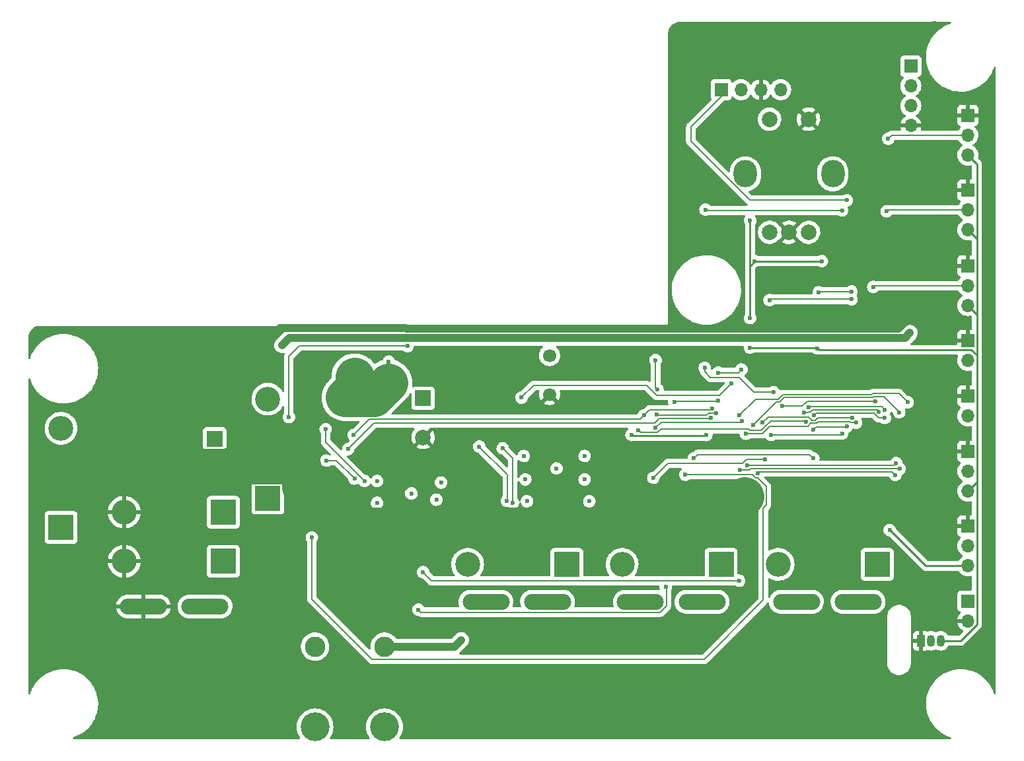
<source format=gbl>
%TF.GenerationSoftware,KiCad,Pcbnew,6.0.4-6f826c9f35~116~ubuntu20.04.1*%
%TF.CreationDate,2022-04-23T21:57:52-06:00*%
%TF.ProjectId,hvac-v2,68766163-2d76-4322-9e6b-696361645f70,rev?*%
%TF.SameCoordinates,Original*%
%TF.FileFunction,Copper,L2,Bot*%
%TF.FilePolarity,Positive*%
%FSLAX46Y46*%
G04 Gerber Fmt 4.6, Leading zero omitted, Abs format (unit mm)*
G04 Created by KiCad (PCBNEW 6.0.4-6f826c9f35~116~ubuntu20.04.1) date 2022-04-23 21:57:52*
%MOMM*%
%LPD*%
G01*
G04 APERTURE LIST*
%TA.AperFunction,ComponentPad*%
%ADD10R,1.700000X1.700000*%
%TD*%
%TA.AperFunction,ComponentPad*%
%ADD11O,1.700000X1.700000*%
%TD*%
%TA.AperFunction,ComponentPad*%
%ADD12C,1.700000*%
%TD*%
%TA.AperFunction,ComponentPad*%
%ADD13R,2.000000X2.000000*%
%TD*%
%TA.AperFunction,ComponentPad*%
%ADD14C,2.000000*%
%TD*%
%TA.AperFunction,ComponentPad*%
%ADD15R,3.200000X3.200000*%
%TD*%
%TA.AperFunction,ComponentPad*%
%ADD16O,3.200000X3.200000*%
%TD*%
%TA.AperFunction,ComponentPad*%
%ADD17C,2.625000*%
%TD*%
%TA.AperFunction,ComponentPad*%
%ADD18C,3.706000*%
%TD*%
%TA.AperFunction,ComponentPad*%
%ADD19O,6.030000X2.070000*%
%TD*%
%TA.AperFunction,ComponentPad*%
%ADD20O,3.000000X3.500000*%
%TD*%
%TA.AperFunction,ComponentPad*%
%ADD21R,1.050000X1.500000*%
%TD*%
%TA.AperFunction,ComponentPad*%
%ADD22O,1.050000X1.500000*%
%TD*%
%TA.AperFunction,ViaPad*%
%ADD23C,0.600000*%
%TD*%
%TA.AperFunction,ViaPad*%
%ADD24C,1.000000*%
%TD*%
%TA.AperFunction,Conductor*%
%ADD25C,0.200000*%
%TD*%
%TA.AperFunction,Conductor*%
%ADD26C,1.000000*%
%TD*%
%TA.AperFunction,Conductor*%
%ADD27C,5.000000*%
%TD*%
%TA.AperFunction,Conductor*%
%ADD28C,3.000000*%
%TD*%
%TA.AperFunction,Conductor*%
%ADD29C,0.250000*%
%TD*%
G04 APERTURE END LIST*
D10*
%TO.P,J2,1,Pin_1*%
%TO.N,/SCL*%
X143600000Y-65200000D03*
D11*
%TO.P,J2,2,Pin_2*%
%TO.N,/SDA*%
X143600000Y-67740000D03*
%TO.P,J2,3,Pin_3*%
%TO.N,+5V*%
X143600000Y-70280000D03*
%TO.P,J2,4,Pin_4*%
%TO.N,GND*%
X143600000Y-72820000D03*
%TD*%
D10*
%TO.P,J14,1,Pin_1*%
%TO.N,/SWCLK*%
X119300000Y-68200000D03*
D11*
%TO.P,J14,2,Pin_2*%
%TO.N,/SWDIO*%
X121840000Y-68200000D03*
%TO.P,J14,3,Pin_3*%
%TO.N,GND*%
X124380000Y-68200000D03*
%TO.P,J14,4,Pin_4*%
%TO.N,VCC*%
X126920000Y-68200000D03*
%TD*%
D12*
%TO.P,BZ1,1,-*%
%TO.N,Net-(BZ1-Pad1)*%
X97300000Y-102300000D03*
%TO.P,BZ1,2,+*%
%TO.N,GND*%
X97300000Y-107300000D03*
%TD*%
D13*
%TO.P,C19,1*%
%TO.N,+BATT*%
X54400000Y-113000000D03*
D14*
%TO.P,C19,2*%
%TO.N,GND*%
X49400000Y-113000000D03*
%TD*%
D13*
%TO.P,C39,1*%
%TO.N,VCC*%
X81100000Y-107800000D03*
D14*
%TO.P,C39,2*%
%TO.N,GND*%
X81100000Y-112800000D03*
%TD*%
D15*
%TO.P,D8,1,K*%
%TO.N,Net-(D8-Pad1)*%
X55500000Y-122400000D03*
D16*
%TO.P,D8,2,A*%
%TO.N,GND*%
X42800000Y-122400000D03*
%TD*%
D15*
%TO.P,D9,1,K*%
%TO.N,Net-(D8-Pad1)*%
X55500000Y-128700000D03*
D16*
%TO.P,D9,2,A*%
%TO.N,GND*%
X42800000Y-128700000D03*
%TD*%
D15*
%TO.P,D16,1,K*%
%TO.N,+BATT*%
X61200000Y-120600000D03*
D16*
%TO.P,D16,2,A*%
%TO.N,VCC*%
X61200000Y-107900000D03*
%TD*%
D15*
%TO.P,D17,1,K*%
%TO.N,+BATT*%
X119300000Y-129100000D03*
D16*
%TO.P,D17,2,A*%
%TO.N,/PUMP_OUT*%
X106600000Y-129100000D03*
%TD*%
D15*
%TO.P,D18,1,K*%
%TO.N,+BATT*%
X139300000Y-129100000D03*
D16*
%TO.P,D18,2,A*%
%TO.N,/ACC_OUT*%
X126600000Y-129100000D03*
%TD*%
D17*
%TO.P,F1,1,IN*%
%TO.N,Net-(D8-Pad1)*%
X67250000Y-139650000D03*
D18*
X67250000Y-149950000D03*
%TO.P,F1,2,OUT*%
%TO.N,+BATT*%
X76150000Y-149950000D03*
D17*
X76150000Y-139650000D03*
%TD*%
D10*
%TO.P,J3,1,Pin_1*%
%TO.N,Net-(D6-Pad2)*%
X150900000Y-133800000D03*
D11*
%TO.P,J3,2,Pin_2*%
%TO.N,GND*%
X150900000Y-136340000D03*
%TD*%
D19*
%TO.P,J4,1*%
%TO.N,Net-(D8-Pad1)*%
X53150000Y-134500000D03*
%TO.P,J4,2*%
%TO.N,GND*%
X45250000Y-134500000D03*
%TD*%
D10*
%TO.P,J5,1,Pin_1*%
%TO.N,GND*%
X150900000Y-114600000D03*
D11*
%TO.P,J5,2,Pin_2*%
%TO.N,Net-(C28-Pad1)*%
X150900000Y-117140000D03*
%TO.P,J5,3,Pin_3*%
%TO.N,VCC*%
X150900000Y-119680000D03*
%TD*%
D10*
%TO.P,J6,1,Pin_1*%
%TO.N,GND*%
X150900000Y-124200000D03*
D11*
%TO.P,J6,2,Pin_2*%
%TO.N,Net-(C29-Pad1)*%
X150900000Y-126740000D03*
%TO.P,J6,3,Pin_3*%
%TO.N,+5V*%
X150900000Y-129280000D03*
%TD*%
D19*
%TO.P,J7,1*%
%TO.N,+BATT*%
X116850000Y-133900000D03*
%TO.P,J7,2*%
%TO.N,/PUMP_OUT*%
X108950000Y-133900000D03*
%TD*%
%TO.P,J8,1*%
%TO.N,+BATT*%
X136850000Y-133900000D03*
%TO.P,J8,2*%
%TO.N,/ACC_OUT*%
X128950000Y-133900000D03*
%TD*%
D10*
%TO.P,J9,1,Pin_1*%
%TO.N,GND*%
X150900000Y-100400000D03*
D11*
%TO.P,J9,2,Pin_2*%
%TO.N,Net-(C31-Pad1)*%
X150900000Y-102940000D03*
%TD*%
D10*
%TO.P,J10,1,Pin_1*%
%TO.N,GND*%
X150900000Y-107500000D03*
D11*
%TO.P,J10,2,Pin_2*%
%TO.N,Net-(C32-Pad1)*%
X150900000Y-110040000D03*
%TD*%
D10*
%TO.P,J12,1,Pin_1*%
%TO.N,GND*%
X150900000Y-81100000D03*
D11*
%TO.P,J12,2,Pin_2*%
%TO.N,/TEMP_OUTSIDE*%
X150900000Y-83640000D03*
%TO.P,J12,3,Pin_3*%
%TO.N,VCC*%
X150900000Y-86180000D03*
%TD*%
D10*
%TO.P,J13,1,Pin_1*%
%TO.N,GND*%
X150900000Y-90800000D03*
D11*
%TO.P,J13,2,Pin_2*%
%TO.N,/TEMP_AUX*%
X150900000Y-93340000D03*
%TO.P,J13,3,Pin_3*%
%TO.N,VCC*%
X150900000Y-95880000D03*
%TD*%
D14*
%TO.P,SW2,A,A*%
%TO.N,Net-(R19-Pad1)*%
X125500000Y-86500000D03*
%TO.P,SW2,B,B*%
%TO.N,Net-(R17-Pad1)*%
X130500000Y-86500000D03*
%TO.P,SW2,C,C*%
%TO.N,GND*%
X128000000Y-86500000D03*
%TO.P,SW2,S1,S1*%
%TO.N,/BUTTON*%
X125500000Y-72000000D03*
%TO.P,SW2,S2,S2*%
%TO.N,GND*%
X130500000Y-72000000D03*
D20*
%TO.P,SW2,~*%
%TO.N,N/C*%
X133600000Y-79000000D03*
X122400000Y-79000000D03*
%TD*%
D21*
%TO.P,U5,1,GND*%
%TO.N,GND*%
X144900000Y-138900000D03*
D22*
%TO.P,U5,2,DQ*%
%TO.N,/TEMP_BUILTIN*%
X146170000Y-138900000D03*
%TO.P,U5,3,VDD*%
%TO.N,VCC*%
X147440000Y-138900000D03*
%TD*%
D19*
%TO.P,J1,1*%
%TO.N,/FAN_P*%
X97050000Y-133900000D03*
%TO.P,J1,2*%
%TO.N,/FAN_N*%
X89150000Y-133900000D03*
%TD*%
D15*
%TO.P,D3,1,K*%
%TO.N,/FAN_P*%
X99500000Y-129100000D03*
D16*
%TO.P,D3,2,A*%
%TO.N,/FAN_N*%
X86800000Y-129100000D03*
%TD*%
D10*
%TO.P,J11,1,Pin_1*%
%TO.N,GND*%
X150900000Y-71500000D03*
D11*
%TO.P,J11,2,Pin_2*%
%TO.N,/TEMP_INSIDE*%
X150900000Y-74040000D03*
%TO.P,J11,3,Pin_3*%
%TO.N,VCC*%
X150900000Y-76580000D03*
%TD*%
D15*
%TO.P,D25,1,K*%
%TO.N,+BATT*%
X34700000Y-124350000D03*
D16*
%TO.P,D25,2,A*%
%TO.N,+5V*%
X34700000Y-111650000D03*
%TD*%
D23*
%TO.N,/FAN_N*%
X79600000Y-120000000D03*
X82800000Y-120800000D03*
X75200000Y-121200000D03*
X83400000Y-118600000D03*
X75200000Y-118400000D03*
%TO.N,/FAN_P*%
X98200000Y-116800000D03*
X101800000Y-118200000D03*
X94200000Y-118200000D03*
X102400000Y-121000000D03*
X94400000Y-121000000D03*
X94000000Y-115200000D03*
X101800000Y-115200000D03*
%TO.N,+BATT*%
X79100000Y-101100000D03*
X63900000Y-110200000D03*
X86000000Y-138800000D03*
%TO.N,GND*%
X133200000Y-135800000D03*
X31200000Y-110700000D03*
X112800000Y-136200000D03*
X129200000Y-91300000D03*
X129700000Y-126200000D03*
X94700000Y-109500000D03*
X120800000Y-119600000D03*
X129200000Y-94100000D03*
X127100000Y-91300000D03*
X138500000Y-111200000D03*
X104462500Y-122862500D03*
X115000000Y-103400000D03*
X113300000Y-74800000D03*
X109800000Y-124300000D03*
X125600000Y-80300000D03*
X121000000Y-126200000D03*
X83600000Y-103400000D03*
X106600000Y-144600000D03*
X30900000Y-120000000D03*
X31500000Y-132000000D03*
X142600000Y-98300000D03*
X133800000Y-97300000D03*
X129100000Y-105200000D03*
X105400000Y-109300000D03*
X112000000Y-108300000D03*
X59000000Y-134700000D03*
X114400000Y-78100000D03*
D24*
X85400000Y-115600000D03*
D23*
X31200000Y-143100000D03*
X52000000Y-150700000D03*
X132950479Y-98849521D03*
D24*
X64500000Y-114500000D03*
D23*
X123900000Y-95100000D03*
X83900000Y-109600000D03*
X113900000Y-60500000D03*
X103200000Y-103400000D03*
X118300000Y-144200000D03*
X40900000Y-99300000D03*
X133500000Y-106100000D03*
X62800000Y-98800000D03*
X51300000Y-120800000D03*
X37800000Y-136000000D03*
X132900000Y-144000000D03*
X85550479Y-98849521D03*
X121900000Y-82600000D03*
X64200000Y-129900000D03*
X126600000Y-94100000D03*
X31900000Y-99400000D03*
X129400000Y-102400000D03*
X92300000Y-107800000D03*
X45400000Y-105600000D03*
X119800000Y-113700000D03*
X48200000Y-144800000D03*
X129400000Y-119600000D03*
X110700000Y-129900000D03*
X137700000Y-102600000D03*
X73300000Y-115600000D03*
X131000000Y-59900000D03*
X111700000Y-121000000D03*
X63000000Y-150800000D03*
X59600000Y-130600000D03*
X95500000Y-103600000D03*
X131800000Y-75900000D03*
X113600000Y-129900000D03*
X131200000Y-96100000D03*
X139200000Y-125500000D03*
X128000000Y-79700000D03*
X125800000Y-136200000D03*
X63200000Y-143200000D03*
X67100000Y-135700000D03*
X46400000Y-110900000D03*
X49500000Y-136900000D03*
X117200000Y-113800000D03*
D24*
X66190000Y-119290000D03*
X77200000Y-134700000D03*
D23*
X115350000Y-122650000D03*
X126500000Y-96400000D03*
D24*
X123600000Y-121400000D03*
D23*
X104900000Y-107300000D03*
X39600000Y-150800000D03*
X106100000Y-136700000D03*
X127150479Y-98849521D03*
X37600000Y-112600000D03*
X121400000Y-85000000D03*
X38500000Y-119800000D03*
X131100000Y-79500000D03*
X45300000Y-100100000D03*
X131700000Y-65300000D03*
X129500000Y-114000000D03*
X146700000Y-59700000D03*
X125700000Y-74000000D03*
X137800000Y-106200000D03*
X53799999Y-116700001D03*
X123850479Y-98849521D03*
X153800000Y-68500000D03*
X133300000Y-102700000D03*
X111650479Y-98849521D03*
%TO.N,VCC*%
X77200000Y-107800000D03*
X132200000Y-90200000D03*
X72350000Y-105050000D03*
X76700000Y-103100000D03*
X107800000Y-112500000D03*
X131600000Y-101400000D03*
X74800000Y-107700000D03*
X123600000Y-90200000D03*
X123000000Y-97500000D03*
X123000000Y-85000000D03*
X123000000Y-101300000D03*
X76700000Y-105800000D03*
X72350000Y-102950000D03*
X117400000Y-112500000D03*
%TO.N,/BRIDGE_SENSE_P*%
X93700000Y-107700000D03*
X120600000Y-105900000D03*
X91300000Y-114200000D03*
X92600000Y-121200000D03*
%TO.N,/FAN_SENSE*%
X113300000Y-108300000D03*
X118866369Y-108101513D03*
%TO.N,Net-(C7-Pad2)*%
X88300000Y-114000000D03*
X91836200Y-120963751D03*
%TO.N,/VBATT_DIV*%
X118890159Y-104500500D03*
X121900000Y-104100000D03*
%TO.N,/BRIDGE_SENSE_N*%
X66840000Y-125640000D03*
X114700000Y-117600000D03*
%TO.N,/ENC_A*%
X136595406Y-110931092D03*
X131800000Y-94200000D03*
X136000000Y-94100000D03*
X122461762Y-112334343D03*
%TO.N,/PUMP_SENSE*%
X121932149Y-110727242D03*
X110900000Y-111600000D03*
%TO.N,/ACC_SENSE*%
X115800000Y-115500000D03*
X131100000Y-115500000D03*
%TO.N,/ENC_B*%
X125500000Y-95200000D03*
X136000000Y-95100000D03*
X124600000Y-110900000D03*
X136105837Y-110299011D03*
%TO.N,/SW_2*%
X141724500Y-116102667D03*
X122600000Y-116400000D03*
%TO.N,/SW_3*%
X121700000Y-117000000D03*
X142151339Y-116824161D03*
%TO.N,/SW_WATER*%
X121600000Y-110000000D03*
X143200000Y-108300000D03*
%TO.N,/SW_1*%
X142124500Y-109604736D03*
X123426089Y-111226089D03*
%TO.N,/LED*%
X117300000Y-83600000D03*
X134800000Y-112300000D03*
X134800000Y-83700000D03*
X125660520Y-112487302D03*
%TO.N,/TEMP_INSIDE*%
X140700000Y-74500000D03*
X129923710Y-109599011D03*
X139522668Y-109516404D03*
%TO.N,/TEMP_OUTSIDE*%
X140500000Y-83800000D03*
X140275500Y-109247241D03*
X130483458Y-108964365D03*
%TO.N,/TEMP_AUX*%
X139100000Y-108200000D03*
X138800000Y-93500000D03*
X127100000Y-108800000D03*
%TO.N,/SWDIO*%
X117200000Y-103900000D03*
X126000000Y-107000000D03*
%TO.N,/SWCLK*%
X131129446Y-111818302D03*
X135400000Y-82400000D03*
X135400000Y-111400000D03*
%TO.N,Net-(JP2-Pad1)*%
X112200000Y-132000000D03*
X80500000Y-134900000D03*
%TO.N,Net-(Q1-Pad1)*%
X121600000Y-131200000D03*
X81100000Y-130100000D03*
%TO.N,/BRIDGE_P*%
X108700000Y-111900000D03*
X130140323Y-110798012D03*
%TO.N,/BRIDGE_ENABLE*%
X109400498Y-110000559D03*
X72200000Y-112500000D03*
X118170709Y-109101499D03*
%TO.N,Net-(R11-Pad1)*%
X73600000Y-118400000D03*
X68614283Y-111749500D03*
%TO.N,/BRIDGE_N*%
X71500000Y-114300000D03*
X117958207Y-110300500D03*
%TO.N,Net-(R12-Pad1)*%
X68700000Y-115800000D03*
X72300000Y-118100000D03*
%TO.N,/PWM_OUT*%
X141624500Y-117624707D03*
X124000000Y-117400000D03*
%TO.N,/BUZZER*%
X110900000Y-102900000D03*
X111000000Y-109900000D03*
X118670174Y-109725790D03*
X111123911Y-106676089D03*
%TO.N,/PUMP_SIGNAL*%
X124900000Y-115600000D03*
X110600000Y-118000000D03*
%TO.N,/TEMP_BUILTIN*%
X140275500Y-110300000D03*
X131146103Y-109997154D03*
%TO.N,+5V*%
X63000000Y-101000000D03*
X143500000Y-99400000D03*
X140900000Y-124700000D03*
X143500000Y-99400000D03*
%TD*%
D25*
%TO.N,+BATT*%
X65200000Y-101100000D02*
X79100000Y-101100000D01*
D26*
X85150000Y-139650000D02*
X86000000Y-138800000D01*
X76150000Y-139650000D02*
X85150000Y-139650000D01*
D25*
X63900000Y-110200000D02*
X63900000Y-102400000D01*
X63900000Y-102400000D02*
X65200000Y-101100000D01*
D26*
%TO.N,GND*%
X111650479Y-98849521D02*
X126249521Y-98849521D01*
X78949521Y-98849521D02*
X85550479Y-98849521D01*
D27*
X118400000Y-124300000D02*
X122300000Y-120400000D01*
D28*
X49400000Y-109600000D02*
X45400000Y-105600000D01*
D29*
X126249521Y-97449521D02*
X126249521Y-98849521D01*
D26*
X126249521Y-98849521D02*
X127150479Y-98849521D01*
D27*
X81200000Y-124300000D02*
X109800000Y-124300000D01*
X56900489Y-116300489D02*
X65499511Y-116300489D01*
X109800000Y-124300000D02*
X118400000Y-124300000D01*
D26*
X85400000Y-115600000D02*
X85400000Y-120100000D01*
X85400000Y-120100000D02*
X81200000Y-124300000D01*
X142050479Y-98849521D02*
X142600000Y-98300000D01*
X85550479Y-98849521D02*
X111650479Y-98849521D01*
D29*
X123900000Y-95100000D02*
X126249521Y-97449521D01*
D26*
X127150479Y-98849521D02*
X132950479Y-98849521D01*
D27*
X56900489Y-116700001D02*
X56900489Y-116300489D01*
X65499511Y-116300489D02*
X65499511Y-119199511D01*
X49400000Y-113000000D02*
X49400000Y-114860002D01*
D26*
X78900000Y-98800000D02*
X78949521Y-98849521D01*
X132950479Y-98849521D02*
X142050479Y-98849521D01*
D28*
X45300000Y-105500000D02*
X45300000Y-100100000D01*
D26*
X62800000Y-98800000D02*
X78900000Y-98800000D01*
D27*
X70600000Y-124300000D02*
X81200000Y-124300000D01*
D28*
X45400000Y-105600000D02*
X45300000Y-105500000D01*
X49400000Y-113000000D02*
X49400000Y-109600000D01*
D27*
X53799999Y-116700001D02*
X56900489Y-116700001D01*
X65499511Y-119199511D02*
X70600000Y-124300000D01*
X51239999Y-116700001D02*
X53799999Y-116700001D01*
X49400000Y-114860002D02*
X51239999Y-116700001D01*
X77200000Y-125700000D02*
X77200000Y-134700000D01*
%TO.N,VCC*%
X74800000Y-107700000D02*
X74800000Y-107700000D01*
X76700000Y-105800000D02*
X76700000Y-105800000D01*
D29*
X152074511Y-102274511D02*
X152074511Y-102574511D01*
X123600000Y-90200000D02*
X132200000Y-90200000D01*
X123000000Y-90700000D02*
X123000000Y-97500000D01*
X152074511Y-87354511D02*
X150900000Y-86180000D01*
X152074511Y-87525489D02*
X152074511Y-87354511D01*
X152074511Y-118505489D02*
X150900000Y-119680000D01*
X131700000Y-101400000D02*
X131874511Y-101574511D01*
D27*
X74800000Y-107700000D02*
X71100000Y-107700000D01*
D29*
X131500000Y-101300000D02*
X131600000Y-101400000D01*
X152074511Y-102574511D02*
X152074511Y-118505489D01*
X152074511Y-77754511D02*
X150900000Y-76580000D01*
D27*
X71100000Y-107700000D02*
X72350000Y-106450000D01*
D29*
X107924012Y-112624012D02*
X117275988Y-112624012D01*
D27*
X76700000Y-105800000D02*
X74800000Y-107700000D01*
D29*
X123100000Y-90700000D02*
X123000000Y-90700000D01*
X117275988Y-112624012D02*
X117400000Y-112500000D01*
X131874511Y-101574511D02*
X151374511Y-101574511D01*
X152074511Y-97054511D02*
X152074511Y-87525489D01*
X152074511Y-136826499D02*
X150001010Y-138900000D01*
X152074511Y-118505489D02*
X152074511Y-136826499D01*
X150900000Y-95880000D02*
X152074511Y-97054511D01*
X150001010Y-138900000D02*
X147440000Y-138900000D01*
X152074511Y-87525489D02*
X152074511Y-77754511D01*
X151374511Y-101574511D02*
X152074511Y-102274511D01*
X152074511Y-97054511D02*
X152074511Y-102574511D01*
X131600000Y-101400000D02*
X131700000Y-101400000D01*
X123600000Y-90200000D02*
X123100000Y-90700000D01*
X123000000Y-101300000D02*
X131500000Y-101300000D01*
D27*
X72350000Y-106450000D02*
X72350000Y-105050000D01*
D29*
X107800000Y-112500000D02*
X107924012Y-112624012D01*
X123000000Y-85000000D02*
X123000000Y-90700000D01*
D25*
%TO.N,/BRIDGE_SENSE_P*%
X119100000Y-107400000D02*
X111000000Y-107400000D01*
X111000000Y-107400000D02*
X109750489Y-106150489D01*
X109750489Y-106150489D02*
X95249511Y-106150489D01*
X120600000Y-105900000D02*
X119100000Y-107400000D01*
X95249511Y-106150489D02*
X93700000Y-107700000D01*
X92600000Y-115500000D02*
X91300000Y-114200000D01*
X92600000Y-121200000D02*
X92600000Y-115500000D01*
%TO.N,/FAN_SENSE*%
X118767383Y-108200499D02*
X118866369Y-108101513D01*
X113300000Y-108300000D02*
X113399501Y-108200499D01*
X113399501Y-108200499D02*
X118767383Y-108200499D01*
%TO.N,Net-(C7-Pad2)*%
X88300000Y-114000000D02*
X91900000Y-117600000D01*
X91900000Y-120899951D02*
X91836200Y-120963751D01*
X91900000Y-117600000D02*
X91900000Y-120899951D01*
%TO.N,/VBATT_DIV*%
X121499500Y-104500500D02*
X118890159Y-104500500D01*
X121900000Y-104100000D02*
X121499500Y-104500500D01*
%TO.N,/BRIDGE_SENSE_N*%
X123751677Y-117999501D02*
X123352176Y-117600000D01*
X124700489Y-121899511D02*
X125100000Y-121500000D01*
X124700489Y-133699511D02*
X124700489Y-121899511D01*
X123352176Y-117600000D02*
X114700000Y-117600000D01*
X74562011Y-141262011D02*
X117137989Y-141262011D01*
X66840000Y-133540000D02*
X74562011Y-141262011D01*
X123999501Y-117999501D02*
X123751677Y-117999501D01*
X66840000Y-125640000D02*
X66840000Y-133540000D01*
X117137989Y-141262011D02*
X124700489Y-133699511D01*
X125100000Y-121500000D02*
X125100000Y-119100000D01*
X125100000Y-119100000D02*
X123999501Y-117999501D01*
%TO.N,/ENC_A*%
X136000000Y-94100000D02*
X131900000Y-94100000D01*
X131900000Y-94100000D02*
X131800000Y-94200000D01*
X130789994Y-110996165D02*
X131559910Y-110996165D01*
X131559910Y-110996165D02*
X131756074Y-110800000D01*
X122461762Y-112334343D02*
X124578475Y-112334343D01*
X124578475Y-112334343D02*
X125515305Y-111397513D01*
X130388646Y-111397513D02*
X130789994Y-110996165D01*
X135759002Y-110800000D02*
X135890094Y-110931092D01*
X125515305Y-111397513D02*
X130388646Y-111397513D01*
X131756074Y-110800000D02*
X135759002Y-110800000D01*
X135890094Y-110931092D02*
X136595406Y-110931092D01*
%TO.N,/PUMP_SENSE*%
X110900000Y-111600000D02*
X111600000Y-110900000D01*
X121759391Y-110900000D02*
X121932149Y-110727242D01*
X111600000Y-110900000D02*
X121759391Y-110900000D01*
%TO.N,/ACC_SENSE*%
X116299501Y-115000499D02*
X115800000Y-115500000D01*
X131100000Y-115500000D02*
X130600499Y-115000499D01*
X130600499Y-115000499D02*
X116299501Y-115000499D01*
%TO.N,/ENC_B*%
X131692070Y-110299011D02*
X136105837Y-110299011D01*
X130897780Y-110596655D02*
X131394426Y-110596655D01*
X125301488Y-110198512D02*
X130172033Y-110198512D01*
X130176273Y-110194272D02*
X130497638Y-110194272D01*
X131394426Y-110596655D02*
X131692070Y-110299011D01*
X124600000Y-110900000D02*
X125301488Y-110198512D01*
X130497638Y-110194272D02*
X130546602Y-110243236D01*
X130546602Y-110243236D02*
X130546602Y-110245477D01*
X136000000Y-95100000D02*
X125600000Y-95100000D01*
X130546602Y-110245477D02*
X130897780Y-110596655D01*
X130172033Y-110198512D02*
X130176273Y-110194272D01*
X125600000Y-95100000D02*
X125500000Y-95200000D01*
%TO.N,/SW_2*%
X141427167Y-116400000D02*
X141724500Y-116102667D01*
X122600000Y-116400000D02*
X141427167Y-116400000D01*
%TO.N,/SW_3*%
X122847824Y-117000000D02*
X123047824Y-116800000D01*
X142127178Y-116800000D02*
X142151339Y-116824161D01*
X123047824Y-116800000D02*
X142127178Y-116800000D01*
X121700000Y-117000000D02*
X122847824Y-117000000D01*
%TO.N,/SW_WATER*%
X138586195Y-107300988D02*
X127186193Y-107300989D01*
X138686193Y-107200989D02*
X138586195Y-107300988D01*
X142100989Y-107200989D02*
X138686193Y-107200989D01*
X143200000Y-108300000D02*
X142100989Y-107200989D01*
X127186193Y-107300989D02*
X126586194Y-107900989D01*
X123699011Y-107900989D02*
X121600000Y-110000000D01*
X126586194Y-107900989D02*
X123699011Y-107900989D01*
%TO.N,/SW_1*%
X123426089Y-111226089D02*
X126351679Y-108300499D01*
X140148323Y-107600499D02*
X142124500Y-109576676D01*
X126751677Y-108300499D02*
X127351677Y-107700499D01*
X138851677Y-107600499D02*
X140148323Y-107600499D01*
X138751677Y-107700499D02*
X138851677Y-107600499D01*
X127351677Y-107700499D02*
X138751677Y-107700499D01*
X142124500Y-109576676D02*
X142124500Y-109604736D01*
X126351679Y-108300499D02*
X126751677Y-108300499D01*
%TO.N,/LED*%
X134800000Y-83700000D02*
X117400000Y-83700000D01*
X134612698Y-112487302D02*
X125660520Y-112487302D01*
X134800000Y-112300000D02*
X134612698Y-112487302D01*
X117400000Y-83700000D02*
X117300000Y-83600000D01*
%TO.N,/TEMP_INSIDE*%
X130731781Y-109563866D02*
X130995647Y-109300000D01*
X140700000Y-74500000D02*
X141160000Y-74040000D01*
X130995647Y-109300000D02*
X139306264Y-109300000D01*
X130483958Y-109563866D02*
X130731781Y-109563866D01*
X130448813Y-109599011D02*
X130483958Y-109563866D01*
X129923710Y-109599011D02*
X130448813Y-109599011D01*
X139306264Y-109300000D02*
X139522668Y-109516404D01*
X141160000Y-74040000D02*
X150900000Y-74040000D01*
%TO.N,/TEMP_OUTSIDE*%
X130483458Y-108964365D02*
X130547823Y-108900000D01*
X150900000Y-83640000D02*
X140660000Y-83640000D01*
X140660000Y-83640000D02*
X140500000Y-83800000D01*
X139928259Y-108900000D02*
X140275500Y-109247241D01*
X130547823Y-108900000D02*
X139928259Y-108900000D01*
%TO.N,/TEMP_AUX*%
X138960000Y-93340000D02*
X150900000Y-93340000D01*
X129700000Y-108800000D02*
X130100000Y-108400000D01*
X138800000Y-93500000D02*
X138960000Y-93340000D01*
X127100000Y-108800000D02*
X129700000Y-108800000D01*
X130100000Y-108400000D02*
X130300000Y-108200000D01*
X130300000Y-108200000D02*
X139100000Y-108200000D01*
%TO.N,/SWDIO*%
X117200000Y-104400000D02*
X117200000Y-103900000D01*
X121600000Y-105100000D02*
X117900000Y-105100000D01*
X126000000Y-107000000D02*
X123500000Y-107000000D01*
X123500000Y-107000000D02*
X121600000Y-105100000D01*
X117900000Y-105100000D02*
X117200000Y-104400000D01*
%TO.N,/SWCLK*%
X135400000Y-111400000D02*
X135300489Y-111499511D01*
X115400000Y-74794905D02*
X115400000Y-73000000D01*
X135300489Y-111499511D02*
X131448237Y-111499511D01*
X119300000Y-69100000D02*
X119300000Y-68200000D01*
X123005095Y-82400000D02*
X115400000Y-74794905D01*
X131448237Y-111499511D02*
X131129446Y-111818302D01*
X135400000Y-82400000D02*
X123005095Y-82400000D01*
X115400000Y-73000000D02*
X119300000Y-69100000D01*
%TO.N,Net-(JP2-Pad1)*%
X111482776Y-135234520D02*
X112264520Y-134452776D01*
X80500000Y-134900000D02*
X80834520Y-135234520D01*
X112264520Y-132064520D02*
X112200000Y-132000000D01*
X112264520Y-134452776D02*
X112264520Y-132064520D01*
X80834520Y-135234520D02*
X111482776Y-135234520D01*
%TO.N,Net-(Q1-Pad1)*%
X82200000Y-131200000D02*
X121600000Y-131200000D01*
X81100000Y-130100000D02*
X82200000Y-131200000D01*
%TO.N,/BRIDGE_P*%
X130041811Y-110699500D02*
X130140323Y-110798012D01*
X122782666Y-111734842D02*
X122947824Y-111900000D01*
X111612982Y-111734842D02*
X122782666Y-111734842D01*
X124848323Y-111499501D02*
X125648324Y-110699500D01*
X124435006Y-111900000D02*
X124835505Y-111499501D01*
X122947824Y-111900000D02*
X124435006Y-111900000D01*
X111148323Y-112199501D02*
X111612982Y-111734842D01*
X125648324Y-110699500D02*
X130041811Y-110699500D01*
X124835505Y-111499501D02*
X124848323Y-111499501D01*
X108999501Y-112199501D02*
X111148323Y-112199501D01*
X108700000Y-111900000D02*
X108999501Y-112199501D01*
%TO.N,/BRIDGE_ENABLE*%
X109400498Y-110000559D02*
X108900601Y-110500456D01*
X74199544Y-110500456D02*
X72200000Y-112500000D01*
X108900601Y-110500456D02*
X74199544Y-110500456D01*
X117971709Y-109300499D02*
X118170709Y-109101499D01*
X110100558Y-109300499D02*
X117971709Y-109300499D01*
X109400498Y-110000559D02*
X110100558Y-109300499D01*
%TO.N,Net-(R11-Pad1)*%
X68614283Y-113414283D02*
X68614283Y-111749500D01*
X73600000Y-118400000D02*
X68614283Y-113414283D01*
%TO.N,/BRIDGE_N*%
X111347824Y-110400000D02*
X117858707Y-110400000D01*
X74799501Y-111000499D02*
X110747325Y-111000499D01*
X117858707Y-110400000D02*
X117958207Y-110300500D01*
X110747325Y-111000499D02*
X111347824Y-110400000D01*
X71500000Y-114300000D02*
X74799501Y-111000499D01*
%TO.N,Net-(R12-Pad1)*%
X72300000Y-118100000D02*
X70000000Y-115800000D01*
X70000000Y-115800000D02*
X68700000Y-115800000D01*
%TO.N,/PWM_OUT*%
X124000000Y-117400000D02*
X124200000Y-117200000D01*
X141199793Y-117200000D02*
X141624500Y-117624707D01*
X124200000Y-117200000D02*
X141199793Y-117200000D01*
%TO.N,/BUZZER*%
X117709884Y-109700999D02*
X118206530Y-109700999D01*
X118206530Y-109700999D02*
X118231321Y-109725790D01*
X110900000Y-102900000D02*
X110900000Y-106452178D01*
X117410883Y-110000000D02*
X117709884Y-109700999D01*
X110900000Y-106452178D02*
X111123911Y-106676089D01*
X118231321Y-109725790D02*
X118670174Y-109725790D01*
X111100000Y-110000000D02*
X117410883Y-110000000D01*
X111000000Y-109900000D02*
X111100000Y-110000000D01*
%TO.N,/PUMP_SIGNAL*%
X112465482Y-116134518D02*
X122017658Y-116134518D01*
X122017658Y-116134518D02*
X122552176Y-115600000D01*
X122552176Y-115600000D02*
X124900000Y-115600000D01*
X110600000Y-118000000D02*
X112465482Y-116134518D01*
%TO.N,/TEMP_BUILTIN*%
X131146103Y-109997154D02*
X131443746Y-109699511D01*
X139458440Y-110300000D02*
X140275500Y-110300000D01*
X138857951Y-109699511D02*
X139458440Y-110300000D01*
X131443746Y-109699511D02*
X138857951Y-109699511D01*
D26*
%TO.N,+5V*%
X142850969Y-100049031D02*
X143500000Y-99400000D01*
D29*
X140900000Y-124700000D02*
X145480000Y-129280000D01*
D26*
X63950969Y-100049031D02*
X142850969Y-100049031D01*
D29*
X145480000Y-129280000D02*
X150900000Y-129280000D01*
D26*
X63000000Y-101000000D02*
X63950969Y-100049031D01*
%TD*%
%TA.AperFunction,Conductor*%
%TO.N,GND*%
G36*
X148724088Y-59520185D02*
G01*
X148769843Y-59572989D01*
X148779787Y-59642147D01*
X148750762Y-59705703D01*
X148697215Y-59741815D01*
X148422603Y-59835836D01*
X148359804Y-59857337D01*
X147977224Y-60030079D01*
X147864662Y-60094283D01*
X147615140Y-60236607D01*
X147615130Y-60236613D01*
X147612599Y-60238057D01*
X147505424Y-60313381D01*
X147271551Y-60477749D01*
X147271546Y-60477753D01*
X147269164Y-60479427D01*
X146949968Y-60752046D01*
X146857474Y-60847493D01*
X146745764Y-60962769D01*
X146657845Y-61053494D01*
X146395387Y-61381095D01*
X146164923Y-61731942D01*
X145968501Y-62102920D01*
X145967384Y-62105617D01*
X145967382Y-62105621D01*
X145915660Y-62230489D01*
X145807862Y-62490737D01*
X145684432Y-62891951D01*
X145683842Y-62894801D01*
X145683841Y-62894804D01*
X145656247Y-63028053D01*
X145599308Y-63302999D01*
X145553245Y-63720234D01*
X145553199Y-63723149D01*
X145553199Y-63723152D01*
X145550236Y-63911770D01*
X145546652Y-64139952D01*
X145546881Y-64142860D01*
X145546881Y-64142864D01*
X145557655Y-64279766D01*
X145579586Y-64558428D01*
X145651757Y-64971947D01*
X145652527Y-64974761D01*
X145741088Y-65298485D01*
X145762523Y-65376840D01*
X145910901Y-65769511D01*
X146095574Y-66146476D01*
X146097102Y-66148969D01*
X146097105Y-66148975D01*
X146098258Y-66150856D01*
X146314904Y-66504389D01*
X146566942Y-66840073D01*
X146568901Y-66842225D01*
X146568906Y-66842232D01*
X146773505Y-67067082D01*
X146849453Y-67150547D01*
X146851607Y-67152507D01*
X147157768Y-67431094D01*
X147157775Y-67431099D01*
X147159927Y-67433058D01*
X147495611Y-67685096D01*
X147621014Y-67761943D01*
X147851025Y-67902895D01*
X147851031Y-67902898D01*
X147853524Y-67904426D01*
X148230489Y-68089099D01*
X148623160Y-68237477D01*
X148625981Y-68238249D01*
X148625988Y-68238251D01*
X148776105Y-68279318D01*
X149028053Y-68348243D01*
X149030912Y-68348742D01*
X149030921Y-68348744D01*
X149193051Y-68377040D01*
X149441572Y-68420414D01*
X149823860Y-68450500D01*
X150107021Y-68450500D01*
X150325211Y-68440210D01*
X150416382Y-68435911D01*
X150416386Y-68435911D01*
X150419304Y-68435773D01*
X150834886Y-68376627D01*
X150837732Y-68375944D01*
X150837736Y-68375943D01*
X151240211Y-68279318D01*
X151240221Y-68279315D01*
X151243058Y-68278634D01*
X151363268Y-68237477D01*
X151637437Y-68143608D01*
X151637444Y-68143605D01*
X151640196Y-68142663D01*
X152022776Y-67969921D01*
X152152928Y-67895684D01*
X152384860Y-67763393D01*
X152384870Y-67763387D01*
X152387401Y-67761943D01*
X152681372Y-67555337D01*
X152728449Y-67522251D01*
X152728454Y-67522247D01*
X152730836Y-67520573D01*
X153050032Y-67247954D01*
X153342155Y-66946506D01*
X153419871Y-66849501D01*
X153602785Y-66621187D01*
X153602787Y-66621184D01*
X153604613Y-66618905D01*
X153835077Y-66268058D01*
X154031499Y-65897080D01*
X154083251Y-65772141D01*
X154191023Y-65511955D01*
X154191023Y-65511954D01*
X154192138Y-65509263D01*
X154256982Y-65298485D01*
X154295508Y-65240197D01*
X154359432Y-65211991D01*
X154428457Y-65222823D01*
X154480668Y-65269253D01*
X154499500Y-65334946D01*
X154499500Y-145657765D01*
X154479815Y-145724804D01*
X154427011Y-145770559D01*
X154357853Y-145780503D01*
X154294297Y-145751478D01*
X154255895Y-145690485D01*
X154238251Y-145625988D01*
X154238249Y-145625981D01*
X154237477Y-145623160D01*
X154089099Y-145230489D01*
X153904426Y-144853524D01*
X153685096Y-144495611D01*
X153433058Y-144159927D01*
X153431099Y-144157775D01*
X153431094Y-144157768D01*
X153152507Y-143851607D01*
X153150547Y-143849453D01*
X153041414Y-143750149D01*
X152842232Y-143568906D01*
X152842225Y-143568901D01*
X152840073Y-143566942D01*
X152504389Y-143314904D01*
X152269344Y-143170868D01*
X152148975Y-143097105D01*
X152148969Y-143097102D01*
X152146476Y-143095574D01*
X151769511Y-142910901D01*
X151376840Y-142762523D01*
X151374019Y-142761751D01*
X151374012Y-142761749D01*
X151109868Y-142689488D01*
X150971947Y-142651757D01*
X150969088Y-142651258D01*
X150969079Y-142651256D01*
X150731683Y-142609824D01*
X150558428Y-142579586D01*
X150176140Y-142549500D01*
X149892979Y-142549500D01*
X149674789Y-142559790D01*
X149583618Y-142564089D01*
X149583614Y-142564089D01*
X149580696Y-142564227D01*
X149165114Y-142623373D01*
X149162268Y-142624056D01*
X149162264Y-142624057D01*
X148759789Y-142720682D01*
X148759779Y-142720685D01*
X148756942Y-142721366D01*
X148754176Y-142722313D01*
X148362563Y-142856392D01*
X148362556Y-142856395D01*
X148359804Y-142857337D01*
X147977224Y-143030079D01*
X147864662Y-143094283D01*
X147615140Y-143236607D01*
X147615130Y-143236613D01*
X147612599Y-143238057D01*
X147525853Y-143299023D01*
X147271551Y-143477749D01*
X147271546Y-143477753D01*
X147269164Y-143479427D01*
X146949968Y-143752046D01*
X146657845Y-144053494D01*
X146395387Y-144381095D01*
X146164923Y-144731942D01*
X145968501Y-145102920D01*
X145967384Y-145105617D01*
X145967382Y-145105621D01*
X145915660Y-145230489D01*
X145807862Y-145490737D01*
X145684432Y-145891951D01*
X145683842Y-145894801D01*
X145683841Y-145894804D01*
X145655653Y-146030921D01*
X145599308Y-146302999D01*
X145553245Y-146720234D01*
X145553199Y-146723149D01*
X145553199Y-146723152D01*
X145551049Y-146860048D01*
X145546652Y-147139952D01*
X145579586Y-147558428D01*
X145599604Y-147673125D01*
X145640892Y-147909691D01*
X145651757Y-147971947D01*
X145681732Y-148081518D01*
X145741088Y-148298485D01*
X145762523Y-148376840D01*
X145910901Y-148769511D01*
X146095574Y-149146476D01*
X146314904Y-149504389D01*
X146566942Y-149840073D01*
X146568901Y-149842225D01*
X146568906Y-149842232D01*
X146743184Y-150033760D01*
X146849453Y-150150547D01*
X146851607Y-150152507D01*
X147157768Y-150431094D01*
X147157775Y-150431099D01*
X147159927Y-150433058D01*
X147495611Y-150685096D01*
X147621014Y-150761943D01*
X147851025Y-150902895D01*
X147851031Y-150902898D01*
X147853524Y-150904426D01*
X148230489Y-151089099D01*
X148623160Y-151237477D01*
X148625981Y-151238249D01*
X148625988Y-151238251D01*
X148690485Y-151255895D01*
X148749954Y-151292572D01*
X148780154Y-151355578D01*
X148771496Y-151424909D01*
X148726729Y-151478553D01*
X148657765Y-151499500D01*
X78177176Y-151499500D01*
X78110137Y-151479815D01*
X78064382Y-151427011D01*
X78054438Y-151357853D01*
X78074074Y-151306610D01*
X78190305Y-151132657D01*
X78190310Y-151132648D01*
X78192564Y-151129275D01*
X78329016Y-150852578D01*
X78428184Y-150560438D01*
X78488372Y-150257853D01*
X78488897Y-150249851D01*
X78508284Y-149954058D01*
X78508550Y-149950000D01*
X78507151Y-149928663D01*
X78488638Y-149646200D01*
X78488637Y-149646195D01*
X78488372Y-149642147D01*
X78483264Y-149616464D01*
X78428978Y-149343554D01*
X78428184Y-149339562D01*
X78329016Y-149047422D01*
X78192564Y-148770725D01*
X78021164Y-148514206D01*
X77817747Y-148282253D01*
X77585794Y-148078836D01*
X77329275Y-147907436D01*
X77052578Y-147770984D01*
X76760438Y-147671816D01*
X76703127Y-147660416D01*
X76461836Y-147612420D01*
X76461832Y-147612419D01*
X76457853Y-147611628D01*
X76453805Y-147611363D01*
X76453800Y-147611362D01*
X76154058Y-147591716D01*
X76150000Y-147591450D01*
X76145942Y-147591716D01*
X75846200Y-147611362D01*
X75846195Y-147611363D01*
X75842147Y-147611628D01*
X75838168Y-147612419D01*
X75838164Y-147612420D01*
X75596873Y-147660416D01*
X75539562Y-147671816D01*
X75247422Y-147770984D01*
X74970725Y-147907436D01*
X74714206Y-148078836D01*
X74482253Y-148282253D01*
X74278836Y-148514206D01*
X74107436Y-148770725D01*
X73970984Y-149047422D01*
X73871816Y-149339562D01*
X73871022Y-149343554D01*
X73816737Y-149616464D01*
X73811628Y-149642147D01*
X73811363Y-149646195D01*
X73811362Y-149646200D01*
X73792849Y-149928663D01*
X73791450Y-149950000D01*
X73791716Y-149954058D01*
X73811104Y-150249851D01*
X73811628Y-150257853D01*
X73871816Y-150560438D01*
X73970984Y-150852578D01*
X74107436Y-151129275D01*
X74109690Y-151132648D01*
X74109695Y-151132657D01*
X74225926Y-151306610D01*
X74246804Y-151373287D01*
X74228319Y-151440667D01*
X74176340Y-151487357D01*
X74122824Y-151499500D01*
X69277176Y-151499500D01*
X69210137Y-151479815D01*
X69164382Y-151427011D01*
X69154438Y-151357853D01*
X69174074Y-151306610D01*
X69290305Y-151132657D01*
X69290310Y-151132648D01*
X69292564Y-151129275D01*
X69429016Y-150852578D01*
X69528184Y-150560438D01*
X69588372Y-150257853D01*
X69588897Y-150249851D01*
X69608284Y-149954058D01*
X69608550Y-149950000D01*
X69607151Y-149928663D01*
X69588638Y-149646200D01*
X69588637Y-149646195D01*
X69588372Y-149642147D01*
X69583264Y-149616464D01*
X69528978Y-149343554D01*
X69528184Y-149339562D01*
X69429016Y-149047422D01*
X69292564Y-148770725D01*
X69121164Y-148514206D01*
X68917747Y-148282253D01*
X68685794Y-148078836D01*
X68429275Y-147907436D01*
X68152578Y-147770984D01*
X67860438Y-147671816D01*
X67803127Y-147660416D01*
X67561836Y-147612420D01*
X67561832Y-147612419D01*
X67557853Y-147611628D01*
X67553805Y-147611363D01*
X67553800Y-147611362D01*
X67254058Y-147591716D01*
X67250000Y-147591450D01*
X67245942Y-147591716D01*
X66946200Y-147611362D01*
X66946195Y-147611363D01*
X66942147Y-147611628D01*
X66938168Y-147612419D01*
X66938164Y-147612420D01*
X66696873Y-147660416D01*
X66639562Y-147671816D01*
X66347422Y-147770984D01*
X66070725Y-147907436D01*
X65814206Y-148078836D01*
X65582253Y-148282253D01*
X65378836Y-148514206D01*
X65207436Y-148770725D01*
X65070984Y-149047422D01*
X64971816Y-149339562D01*
X64971022Y-149343554D01*
X64916737Y-149616464D01*
X64911628Y-149642147D01*
X64911363Y-149646195D01*
X64911362Y-149646200D01*
X64892849Y-149928663D01*
X64891450Y-149950000D01*
X64891716Y-149954058D01*
X64911104Y-150249851D01*
X64911628Y-150257853D01*
X64971816Y-150560438D01*
X65070984Y-150852578D01*
X65207436Y-151129275D01*
X65209690Y-151132648D01*
X65209695Y-151132657D01*
X65325926Y-151306610D01*
X65346804Y-151373287D01*
X65328319Y-151440667D01*
X65276340Y-151487357D01*
X65222824Y-151499500D01*
X36342951Y-151499500D01*
X36275912Y-151479815D01*
X36230157Y-151427011D01*
X36220213Y-151357853D01*
X36249238Y-151294297D01*
X36302785Y-151258185D01*
X36637436Y-151143608D01*
X36637437Y-151143608D01*
X36640196Y-151142663D01*
X37022776Y-150969921D01*
X37165856Y-150888310D01*
X37384860Y-150763393D01*
X37384870Y-150763387D01*
X37387401Y-150761943D01*
X37597036Y-150614609D01*
X37728449Y-150522251D01*
X37728454Y-150522247D01*
X37730836Y-150520573D01*
X38050032Y-150247954D01*
X38304762Y-149985093D01*
X38340122Y-149948604D01*
X38340123Y-149948603D01*
X38342155Y-149946506D01*
X38604613Y-149618905D01*
X38835077Y-149268058D01*
X39031499Y-148897080D01*
X39083251Y-148772141D01*
X39191023Y-148511955D01*
X39191023Y-148511954D01*
X39192138Y-148509263D01*
X39315568Y-148108049D01*
X39343171Y-147974761D01*
X39400102Y-147699851D01*
X39400103Y-147699847D01*
X39400692Y-147697001D01*
X39446755Y-147279766D01*
X39448906Y-147142864D01*
X39453302Y-146862968D01*
X39453348Y-146860048D01*
X39420414Y-146441572D01*
X39348243Y-146028053D01*
X39272581Y-145751478D01*
X39238251Y-145625988D01*
X39238249Y-145625981D01*
X39237477Y-145623160D01*
X39089099Y-145230489D01*
X38904426Y-144853524D01*
X38685096Y-144495611D01*
X38433058Y-144159927D01*
X38431099Y-144157775D01*
X38431094Y-144157768D01*
X38152507Y-143851607D01*
X38150547Y-143849453D01*
X38041414Y-143750149D01*
X37842232Y-143568906D01*
X37842225Y-143568901D01*
X37840073Y-143566942D01*
X37504389Y-143314904D01*
X37269344Y-143170868D01*
X37148975Y-143097105D01*
X37148969Y-143097102D01*
X37146476Y-143095574D01*
X36769511Y-142910901D01*
X36376840Y-142762523D01*
X36374019Y-142761751D01*
X36374012Y-142761749D01*
X36109868Y-142689488D01*
X35971947Y-142651757D01*
X35969088Y-142651258D01*
X35969079Y-142651256D01*
X35731683Y-142609824D01*
X35558428Y-142579586D01*
X35176140Y-142549500D01*
X34892979Y-142549500D01*
X34674789Y-142559790D01*
X34583618Y-142564089D01*
X34583614Y-142564089D01*
X34580696Y-142564227D01*
X34165114Y-142623373D01*
X34162268Y-142624056D01*
X34162264Y-142624057D01*
X33759789Y-142720682D01*
X33759779Y-142720685D01*
X33756942Y-142721366D01*
X33754176Y-142722313D01*
X33362563Y-142856392D01*
X33362556Y-142856395D01*
X33359804Y-142857337D01*
X32977224Y-143030079D01*
X32864662Y-143094283D01*
X32615140Y-143236607D01*
X32615130Y-143236613D01*
X32612599Y-143238057D01*
X32525853Y-143299023D01*
X32271551Y-143477749D01*
X32271546Y-143477753D01*
X32269164Y-143479427D01*
X31949968Y-143752046D01*
X31657845Y-144053494D01*
X31395387Y-144381095D01*
X31164923Y-144731942D01*
X30968501Y-145102920D01*
X30967384Y-145105617D01*
X30967382Y-145105621D01*
X30915660Y-145230489D01*
X30807862Y-145490737D01*
X30807004Y-145493526D01*
X30743018Y-145701515D01*
X30704492Y-145759803D01*
X30640568Y-145788009D01*
X30571543Y-145777177D01*
X30519332Y-145730747D01*
X30500500Y-145665054D01*
X30500500Y-139602408D01*
X65432539Y-139602408D01*
X65445468Y-139871569D01*
X65498039Y-140135862D01*
X65499589Y-140140180D01*
X65499591Y-140140186D01*
X65548361Y-140276019D01*
X65589098Y-140389481D01*
X65716644Y-140626856D01*
X65877875Y-140842770D01*
X66069249Y-141032482D01*
X66072956Y-141035200D01*
X66072957Y-141035201D01*
X66282857Y-141189107D01*
X66282863Y-141189111D01*
X66286562Y-141191823D01*
X66525041Y-141317292D01*
X66779445Y-141406134D01*
X66783964Y-141406992D01*
X66783968Y-141406993D01*
X67039672Y-141455540D01*
X67039675Y-141455540D01*
X67044187Y-141456397D01*
X67048777Y-141456577D01*
X67048783Y-141456578D01*
X67308842Y-141466795D01*
X67308843Y-141466795D01*
X67313450Y-141466976D01*
X67417873Y-141455540D01*
X67576749Y-141438141D01*
X67576756Y-141438140D01*
X67581319Y-141437640D01*
X67841910Y-141369032D01*
X67846137Y-141367216D01*
X68085272Y-141264476D01*
X68085276Y-141264474D01*
X68089498Y-141262660D01*
X68093402Y-141260244D01*
X68093408Y-141260241D01*
X68314727Y-141123285D01*
X68314734Y-141123280D01*
X68318643Y-141120861D01*
X68524312Y-140946749D01*
X68701986Y-140744150D01*
X68847763Y-140517515D01*
X68928376Y-140338562D01*
X68956549Y-140276019D01*
X68956549Y-140276018D01*
X68958440Y-140271821D01*
X69015111Y-140070881D01*
X69030334Y-140016904D01*
X69030334Y-140016903D01*
X69031585Y-140012468D01*
X69049510Y-139871569D01*
X69065201Y-139748227D01*
X69065201Y-139748221D01*
X69065592Y-139745151D01*
X69068084Y-139650000D01*
X69064890Y-139607012D01*
X69059947Y-139540498D01*
X69048114Y-139381270D01*
X69035594Y-139325941D01*
X68989658Y-139122933D01*
X68989657Y-139122930D01*
X68988642Y-139118444D01*
X68890976Y-138867295D01*
X68864329Y-138820671D01*
X68759540Y-138637329D01*
X68759539Y-138637328D01*
X68757260Y-138633340D01*
X68590432Y-138421720D01*
X68553860Y-138387316D01*
X68433932Y-138274500D01*
X68394157Y-138237083D01*
X68390380Y-138234463D01*
X68390374Y-138234458D01*
X68196627Y-138100052D01*
X68172747Y-138083486D01*
X68168618Y-138081450D01*
X68168615Y-138081448D01*
X67935195Y-137966338D01*
X67935193Y-137966337D01*
X67931066Y-137964302D01*
X67926685Y-137962900D01*
X67926681Y-137962898D01*
X67731292Y-137900354D01*
X67674423Y-137882150D01*
X67408456Y-137838834D01*
X67278883Y-137837138D01*
X67143619Y-137835367D01*
X67143614Y-137835367D01*
X67139009Y-137835307D01*
X67005504Y-137853476D01*
X66876567Y-137871023D01*
X66876563Y-137871024D01*
X66871999Y-137871645D01*
X66867578Y-137872933D01*
X66867576Y-137872934D01*
X66773503Y-137900354D01*
X66613294Y-137947051D01*
X66609126Y-137948973D01*
X66609122Y-137948974D01*
X66571457Y-137966338D01*
X66368575Y-138059868D01*
X66364733Y-138062387D01*
X66364731Y-138062388D01*
X66147073Y-138205091D01*
X66147068Y-138205095D01*
X66143221Y-138207617D01*
X66110207Y-138237083D01*
X65945611Y-138383990D01*
X65945606Y-138383995D01*
X65942180Y-138387053D01*
X65769870Y-138594233D01*
X65630075Y-138824607D01*
X65628297Y-138828847D01*
X65628294Y-138828853D01*
X65612174Y-138867295D01*
X65525868Y-139073113D01*
X65459537Y-139334293D01*
X65432539Y-139602408D01*
X30500500Y-139602408D01*
X30500500Y-134766843D01*
X41755601Y-134766843D01*
X41758762Y-134794170D01*
X41760691Y-134803913D01*
X41825235Y-135032007D01*
X41828696Y-135041313D01*
X41928877Y-135256151D01*
X41933785Y-135264791D01*
X42067027Y-135460850D01*
X42073243Y-135468582D01*
X42236121Y-135640821D01*
X42243499Y-135647464D01*
X42431820Y-135791446D01*
X42440157Y-135796818D01*
X42649075Y-135908839D01*
X42658179Y-135912816D01*
X42882310Y-135989990D01*
X42891922Y-135992459D01*
X43126595Y-136032994D01*
X43134316Y-136033833D01*
X43158602Y-136034935D01*
X43161438Y-136035000D01*
X44982170Y-136035000D01*
X44997169Y-136030596D01*
X44998356Y-136029226D01*
X45000000Y-136021668D01*
X45000000Y-136017170D01*
X45500000Y-136017170D01*
X45504404Y-136032169D01*
X45505774Y-136033356D01*
X45513332Y-136035000D01*
X47289591Y-136035000D01*
X47294535Y-136034802D01*
X47471254Y-136020583D01*
X47481051Y-136018996D01*
X47711267Y-135962450D01*
X47720676Y-135959320D01*
X47938892Y-135866692D01*
X47947688Y-135862094D01*
X48148282Y-135735774D01*
X48156222Y-135729834D01*
X48334049Y-135573058D01*
X48340938Y-135565924D01*
X48491401Y-135382747D01*
X48497071Y-135374589D01*
X48616313Y-135169711D01*
X48620601Y-135160762D01*
X48705553Y-134939454D01*
X48708357Y-134929925D01*
X48742300Y-134767454D01*
X48741195Y-134753617D01*
X48731249Y-134750000D01*
X45517830Y-134750000D01*
X45502831Y-134754404D01*
X45501644Y-134755774D01*
X45500000Y-134763332D01*
X45500000Y-136017170D01*
X45000000Y-136017170D01*
X45000000Y-134767830D01*
X44995596Y-134752831D01*
X44994226Y-134751644D01*
X44986668Y-134750000D01*
X41771482Y-134750000D01*
X41757617Y-134754071D01*
X41755601Y-134766843D01*
X30500500Y-134766843D01*
X30500500Y-134553763D01*
X49630443Y-134553763D01*
X49631015Y-134558706D01*
X49631015Y-134558708D01*
X49647833Y-134704062D01*
X49658843Y-134799217D01*
X49726122Y-135036973D01*
X49728228Y-135041490D01*
X49728229Y-135041492D01*
X49828441Y-135256399D01*
X49830547Y-135260915D01*
X49969434Y-135465280D01*
X49972852Y-135468894D01*
X49972854Y-135468897D01*
X50135786Y-135641193D01*
X50135790Y-135641197D01*
X50139208Y-135644811D01*
X50143161Y-135647833D01*
X50143164Y-135647836D01*
X50331548Y-135791867D01*
X50335501Y-135794889D01*
X50553264Y-135911652D01*
X50786894Y-135992098D01*
X51030381Y-136034155D01*
X51034265Y-136034331D01*
X51034271Y-136034332D01*
X51044629Y-136034802D01*
X51060000Y-136035500D01*
X55192080Y-136035500D01*
X55194537Y-136035302D01*
X55194545Y-136035302D01*
X55297012Y-136027057D01*
X55376296Y-136020678D01*
X55616256Y-135961739D01*
X55843705Y-135865192D01*
X55914477Y-135820625D01*
X56048582Y-135736175D01*
X56048584Y-135736174D01*
X56052793Y-135733523D01*
X56238139Y-135570118D01*
X56394976Y-135379181D01*
X56405128Y-135361739D01*
X56430052Y-135318914D01*
X56519268Y-135165626D01*
X56607818Y-134934946D01*
X56620423Y-134874611D01*
X56657330Y-134697948D01*
X56658348Y-134693075D01*
X56669557Y-134446237D01*
X56667294Y-134426673D01*
X56641730Y-134205735D01*
X56641157Y-134200783D01*
X56573878Y-133963027D01*
X56521738Y-133851210D01*
X56471559Y-133743601D01*
X56471558Y-133743599D01*
X56469453Y-133739085D01*
X56330566Y-133534720D01*
X56327146Y-133531103D01*
X56164214Y-133358807D01*
X56164210Y-133358803D01*
X56160792Y-133355189D01*
X56156839Y-133352167D01*
X56156836Y-133352164D01*
X55968452Y-133208133D01*
X55968449Y-133208131D01*
X55964499Y-133205111D01*
X55746736Y-133088348D01*
X55513106Y-133007902D01*
X55269619Y-132965845D01*
X55265735Y-132965669D01*
X55265729Y-132965668D01*
X55255300Y-132965195D01*
X55240000Y-132964500D01*
X51107920Y-132964500D01*
X51105463Y-132964698D01*
X51105455Y-132964698D01*
X51002988Y-132972943D01*
X50923704Y-132979322D01*
X50683744Y-133038261D01*
X50456295Y-133134808D01*
X50452075Y-133137466D01*
X50452074Y-133137466D01*
X50339188Y-133208554D01*
X50247207Y-133266477D01*
X50061861Y-133429882D01*
X49905024Y-133620819D01*
X49780732Y-133834374D01*
X49692182Y-134065054D01*
X49691165Y-134069922D01*
X49664808Y-134196087D01*
X49641652Y-134306925D01*
X49630443Y-134553763D01*
X30500500Y-134553763D01*
X30500500Y-134232546D01*
X41757700Y-134232546D01*
X41758805Y-134246383D01*
X41768751Y-134250000D01*
X44982170Y-134250000D01*
X44997169Y-134245596D01*
X44998356Y-134244226D01*
X45000000Y-134236668D01*
X45000000Y-134232170D01*
X45500000Y-134232170D01*
X45504404Y-134247169D01*
X45505774Y-134248356D01*
X45513332Y-134250000D01*
X48728518Y-134250000D01*
X48742383Y-134245929D01*
X48744399Y-134233157D01*
X48741238Y-134205830D01*
X48739309Y-134196087D01*
X48674765Y-133967993D01*
X48671304Y-133958687D01*
X48571123Y-133743849D01*
X48566215Y-133735209D01*
X48432973Y-133539150D01*
X48426757Y-133531418D01*
X48263879Y-133359179D01*
X48256501Y-133352536D01*
X48068180Y-133208554D01*
X48059843Y-133203182D01*
X47850925Y-133091161D01*
X47841821Y-133087184D01*
X47617690Y-133010010D01*
X47608078Y-133007541D01*
X47373405Y-132967006D01*
X47365684Y-132966167D01*
X47341398Y-132965065D01*
X47338562Y-132965000D01*
X45517830Y-132965000D01*
X45502831Y-132969404D01*
X45501644Y-132970774D01*
X45500000Y-132978332D01*
X45500000Y-134232170D01*
X45000000Y-134232170D01*
X45000000Y-132982830D01*
X44995596Y-132967831D01*
X44994226Y-132966644D01*
X44986668Y-132965000D01*
X43210409Y-132965000D01*
X43205465Y-132965198D01*
X43028746Y-132979417D01*
X43018949Y-132981004D01*
X42788733Y-133037550D01*
X42779324Y-133040680D01*
X42561108Y-133133308D01*
X42552312Y-133137906D01*
X42351718Y-133264226D01*
X42343778Y-133270166D01*
X42165951Y-133426942D01*
X42159062Y-133434076D01*
X42008599Y-133617253D01*
X42002929Y-133625411D01*
X41883687Y-133830289D01*
X41879399Y-133839238D01*
X41794447Y-134060546D01*
X41791643Y-134070075D01*
X41757700Y-134232546D01*
X30500500Y-134232546D01*
X30500500Y-128963909D01*
X40711993Y-128963909D01*
X40712505Y-128967962D01*
X40766003Y-129240647D01*
X40768182Y-129248780D01*
X40858197Y-129511693D01*
X40861462Y-129519458D01*
X40986319Y-129767709D01*
X40990610Y-129774966D01*
X41148009Y-130003982D01*
X41153237Y-130010578D01*
X41340262Y-130216116D01*
X41346343Y-130221947D01*
X41559519Y-130400191D01*
X41566354Y-130405156D01*
X41801748Y-130552818D01*
X41809171Y-130556798D01*
X42062445Y-130671156D01*
X42070329Y-130674088D01*
X42336792Y-130753018D01*
X42344995Y-130754851D01*
X42532375Y-130783525D01*
X42545942Y-130781699D01*
X42550000Y-130768108D01*
X42550000Y-130767270D01*
X43050000Y-130767270D01*
X43054041Y-130781032D01*
X43066999Y-130783043D01*
X43190233Y-130768130D01*
X43198501Y-130766552D01*
X43467289Y-130696037D01*
X43475286Y-130693346D01*
X43732017Y-130587005D01*
X43739561Y-130583260D01*
X43979487Y-130443059D01*
X43986456Y-130438323D01*
X44205133Y-130266858D01*
X44211396Y-130261219D01*
X44404779Y-130061662D01*
X44410221Y-130055223D01*
X44574736Y-129831263D01*
X44579243Y-129824162D01*
X44711845Y-129579938D01*
X44715348Y-129572285D01*
X44813579Y-129312329D01*
X44816011Y-129304273D01*
X44878049Y-129033398D01*
X44879367Y-129025074D01*
X44884482Y-128967757D01*
X44881558Y-128953076D01*
X44869935Y-128950000D01*
X43067830Y-128950000D01*
X43052831Y-128954404D01*
X43051644Y-128955774D01*
X43050000Y-128963332D01*
X43050000Y-130767270D01*
X42550000Y-130767270D01*
X42550000Y-128967830D01*
X42545596Y-128952831D01*
X42544226Y-128951644D01*
X42536668Y-128950000D01*
X40728724Y-128950000D01*
X40713778Y-128954389D01*
X40711993Y-128963909D01*
X30500500Y-128963909D01*
X30500500Y-128432228D01*
X40714548Y-128432228D01*
X40717667Y-128447078D01*
X40728949Y-128450000D01*
X42532170Y-128450000D01*
X42547169Y-128445596D01*
X42548356Y-128444226D01*
X42550000Y-128436668D01*
X42550000Y-128432170D01*
X43050000Y-128432170D01*
X43054404Y-128447169D01*
X43055774Y-128448356D01*
X43063332Y-128450000D01*
X44870034Y-128450000D01*
X44884789Y-128445667D01*
X44886812Y-128434565D01*
X44885719Y-128418544D01*
X44884576Y-128410197D01*
X44828225Y-128138086D01*
X44825956Y-128129962D01*
X44733200Y-127868027D01*
X44729851Y-127860288D01*
X44602399Y-127613354D01*
X44598035Y-127606148D01*
X44438245Y-127378789D01*
X44432944Y-127372244D01*
X44243786Y-127168686D01*
X44237637Y-127162912D01*
X44102890Y-127052623D01*
X53399500Y-127052623D01*
X53399501Y-130347376D01*
X53406149Y-130408580D01*
X53456474Y-130542824D01*
X53461769Y-130549889D01*
X53461770Y-130549891D01*
X53510968Y-130615535D01*
X53542454Y-130657546D01*
X53549519Y-130662841D01*
X53650109Y-130738230D01*
X53650111Y-130738231D01*
X53657176Y-130743526D01*
X53665444Y-130746626D01*
X53665445Y-130746626D01*
X53676350Y-130750714D01*
X53791420Y-130793851D01*
X53852623Y-130800500D01*
X55499754Y-130800500D01*
X57147376Y-130800499D01*
X57208580Y-130793851D01*
X57323650Y-130750714D01*
X57334555Y-130746626D01*
X57334556Y-130746626D01*
X57342824Y-130743526D01*
X57349889Y-130738231D01*
X57349891Y-130738230D01*
X57450481Y-130662841D01*
X57457546Y-130657546D01*
X57489032Y-130615535D01*
X57538230Y-130549891D01*
X57538231Y-130549889D01*
X57543526Y-130542824D01*
X57554293Y-130514104D01*
X57573830Y-130461986D01*
X57593851Y-130408580D01*
X57600500Y-130347377D01*
X57600499Y-127052624D01*
X57593851Y-126991420D01*
X57543526Y-126857176D01*
X57528279Y-126836831D01*
X57462841Y-126749519D01*
X57457546Y-126742454D01*
X57429227Y-126721230D01*
X57349891Y-126661770D01*
X57349889Y-126661769D01*
X57342824Y-126656474D01*
X57208580Y-126606149D01*
X57147377Y-126599500D01*
X55500246Y-126599500D01*
X53852624Y-126599501D01*
X53791420Y-126606149D01*
X53657176Y-126656474D01*
X53650111Y-126661769D01*
X53650109Y-126661770D01*
X53570773Y-126721230D01*
X53542454Y-126742454D01*
X53537159Y-126749519D01*
X53471722Y-126836831D01*
X53456474Y-126857176D01*
X53406149Y-126991420D01*
X53399500Y-127052623D01*
X44102890Y-127052623D01*
X44022605Y-126986910D01*
X44015728Y-126982023D01*
X43778796Y-126836831D01*
X43771330Y-126832927D01*
X43516877Y-126721230D01*
X43508953Y-126718377D01*
X43241701Y-126642248D01*
X43233448Y-126640494D01*
X43067651Y-126616898D01*
X43053887Y-126618897D01*
X43050000Y-126632169D01*
X43050000Y-128432170D01*
X42550000Y-128432170D01*
X42550000Y-126632590D01*
X42546020Y-126619035D01*
X42532694Y-126617038D01*
X42388139Y-126636069D01*
X42379877Y-126637734D01*
X42111839Y-126711062D01*
X42103883Y-126713832D01*
X41848277Y-126822857D01*
X41840766Y-126826684D01*
X41602321Y-126969390D01*
X41595407Y-126974196D01*
X41378532Y-127147946D01*
X41372335Y-127153645D01*
X41181049Y-127355217D01*
X41175675Y-127361713D01*
X41013523Y-127587373D01*
X41009077Y-127594543D01*
X40879044Y-127840132D01*
X40875625Y-127847812D01*
X40780118Y-128108796D01*
X40777774Y-128116864D01*
X40718573Y-128388387D01*
X40717343Y-128396715D01*
X40714548Y-128432228D01*
X30500500Y-128432228D01*
X30500500Y-122702623D01*
X32599500Y-122702623D01*
X32599501Y-125997376D01*
X32606149Y-126058580D01*
X32656474Y-126192824D01*
X32661769Y-126199889D01*
X32661770Y-126199891D01*
X32715384Y-126271427D01*
X32742454Y-126307546D01*
X32749519Y-126312841D01*
X32850109Y-126388230D01*
X32850111Y-126388231D01*
X32857176Y-126393526D01*
X32991420Y-126443851D01*
X33052623Y-126450500D01*
X34699754Y-126450500D01*
X36347376Y-126450499D01*
X36408580Y-126443851D01*
X36542824Y-126393526D01*
X36549889Y-126388231D01*
X36549891Y-126388230D01*
X36650481Y-126312841D01*
X36657546Y-126307546D01*
X36684616Y-126271427D01*
X36738230Y-126199891D01*
X36738231Y-126199889D01*
X36743526Y-126192824D01*
X36793851Y-126058580D01*
X36800500Y-125997377D01*
X36800500Y-125628753D01*
X66034514Y-125628753D01*
X66052039Y-125807486D01*
X66108726Y-125977896D01*
X66112319Y-125983829D01*
X66112320Y-125983831D01*
X66161996Y-126065856D01*
X66201759Y-126131512D01*
X66206572Y-126136496D01*
X66210806Y-126141994D01*
X66209227Y-126143210D01*
X66237106Y-126196445D01*
X66239500Y-126220693D01*
X66239500Y-133492513D01*
X66238439Y-133508698D01*
X66234318Y-133540000D01*
X66239500Y-133579361D01*
X66254956Y-133696762D01*
X66258065Y-133704269D01*
X66258066Y-133704271D01*
X66272487Y-133739085D01*
X66315464Y-133842841D01*
X66320411Y-133849288D01*
X66404356Y-133958687D01*
X66411718Y-133968282D01*
X66418165Y-133973229D01*
X66436770Y-133987505D01*
X66448965Y-133998200D01*
X74103811Y-141653046D01*
X74114506Y-141665241D01*
X74133729Y-141690293D01*
X74259170Y-141786547D01*
X74266678Y-141789657D01*
X74397740Y-141843945D01*
X74397742Y-141843946D01*
X74405249Y-141847055D01*
X74562011Y-141867693D01*
X74570070Y-141866632D01*
X74593313Y-141863572D01*
X74609498Y-141862511D01*
X117090502Y-141862511D01*
X117106687Y-141863572D01*
X117137989Y-141867693D01*
X117146048Y-141866632D01*
X117177023Y-141862554D01*
X140599500Y-141862554D01*
X140614575Y-142045911D01*
X140674684Y-142285217D01*
X140773072Y-142511493D01*
X140907095Y-142718661D01*
X140946302Y-142761749D01*
X141069722Y-142897387D01*
X141069726Y-142897391D01*
X141073154Y-142901158D01*
X141266790Y-143054082D01*
X141271242Y-143056539D01*
X141271241Y-143056539D01*
X141478347Y-143170868D01*
X141478350Y-143170869D01*
X141482802Y-143173327D01*
X141715390Y-143255691D01*
X141958306Y-143298961D01*
X142044910Y-143300019D01*
X142199938Y-143301913D01*
X142199940Y-143301913D01*
X142205028Y-143301975D01*
X142448930Y-143264653D01*
X142683460Y-143187997D01*
X142729451Y-143164055D01*
X142897806Y-143076416D01*
X142897812Y-143076412D01*
X142902321Y-143074065D01*
X143099636Y-142925917D01*
X143120277Y-142904318D01*
X143266591Y-142751208D01*
X143270104Y-142747532D01*
X143287308Y-142722313D01*
X143406278Y-142547909D01*
X143406279Y-142547907D01*
X143409149Y-142543700D01*
X143513035Y-142319896D01*
X143578974Y-142082129D01*
X143600500Y-141880708D01*
X143600500Y-139693972D01*
X143875000Y-139693972D01*
X143875363Y-139700669D01*
X143880803Y-139750744D01*
X143884371Y-139765753D01*
X143928817Y-139884311D01*
X143937212Y-139899646D01*
X144012516Y-140000124D01*
X144024876Y-140012484D01*
X144125354Y-140087788D01*
X144140689Y-140096183D01*
X144259247Y-140140629D01*
X144274256Y-140144197D01*
X144324331Y-140149637D01*
X144331028Y-140150000D01*
X144632170Y-140150000D01*
X144647169Y-140145596D01*
X144648356Y-140144226D01*
X144650000Y-140136668D01*
X144650000Y-139167830D01*
X144645596Y-139152831D01*
X144644226Y-139151644D01*
X144636668Y-139150000D01*
X143892830Y-139150000D01*
X143877831Y-139154404D01*
X143876644Y-139155774D01*
X143875000Y-139163332D01*
X143875000Y-139693972D01*
X143600500Y-139693972D01*
X143600500Y-138632170D01*
X143875000Y-138632170D01*
X143879404Y-138647169D01*
X143880774Y-138648356D01*
X143888332Y-138650000D01*
X144632170Y-138650000D01*
X144647169Y-138645596D01*
X144648356Y-138644226D01*
X144650000Y-138636668D01*
X144650000Y-137667830D01*
X144645596Y-137652831D01*
X144644226Y-137651644D01*
X144636668Y-137650000D01*
X144331028Y-137650000D01*
X144324331Y-137650363D01*
X144274256Y-137655803D01*
X144259247Y-137659371D01*
X144140689Y-137703817D01*
X144125354Y-137712212D01*
X144024876Y-137787516D01*
X144012516Y-137799876D01*
X143937212Y-137900354D01*
X143928817Y-137915689D01*
X143884371Y-138034247D01*
X143880803Y-138049256D01*
X143875363Y-138099331D01*
X143875000Y-138106028D01*
X143875000Y-138632170D01*
X143600500Y-138632170D01*
X143600500Y-135737446D01*
X143585425Y-135554089D01*
X143525316Y-135314783D01*
X143426928Y-135088507D01*
X143292905Y-134881339D01*
X143187821Y-134765853D01*
X143130278Y-134702613D01*
X143130274Y-134702609D01*
X143126846Y-134698842D01*
X142933210Y-134545918D01*
X142882695Y-134518032D01*
X142721653Y-134429132D01*
X142721650Y-134429131D01*
X142717198Y-134426673D01*
X142484610Y-134344309D01*
X142241694Y-134301039D01*
X142155090Y-134299981D01*
X142000062Y-134298087D01*
X142000060Y-134298087D01*
X141994972Y-134298025D01*
X141751070Y-134335347D01*
X141516540Y-134412003D01*
X141491621Y-134424975D01*
X141302194Y-134523584D01*
X141302188Y-134523588D01*
X141297679Y-134525935D01*
X141100364Y-134674083D01*
X141096848Y-134677762D01*
X141096846Y-134677764D01*
X141019617Y-134758580D01*
X140929896Y-134852468D01*
X140927032Y-134856667D01*
X140927030Y-134856669D01*
X140807306Y-135032178D01*
X140790851Y-135056300D01*
X140686965Y-135280104D01*
X140685605Y-135285008D01*
X140643925Y-135435302D01*
X140621026Y-135517871D01*
X140599500Y-135719292D01*
X140599500Y-141862554D01*
X117177023Y-141862554D01*
X117177350Y-141862511D01*
X117286692Y-141848116D01*
X117294751Y-141847055D01*
X117302258Y-141843946D01*
X117302260Y-141843945D01*
X117433322Y-141789657D01*
X117440830Y-141786547D01*
X117566271Y-141690293D01*
X117585494Y-141665241D01*
X117596189Y-141653046D01*
X125091524Y-134157711D01*
X125103719Y-134147016D01*
X125122324Y-134132740D01*
X125128771Y-134127793D01*
X125222046Y-134006234D01*
X125278473Y-133965032D01*
X125348219Y-133960877D01*
X125409139Y-133995089D01*
X125441892Y-134056806D01*
X125443599Y-134067469D01*
X125455332Y-134168871D01*
X125458843Y-134199217D01*
X125526122Y-134436973D01*
X125528227Y-134441487D01*
X125528229Y-134441492D01*
X125610091Y-134617047D01*
X125630547Y-134660915D01*
X125769434Y-134865280D01*
X125772852Y-134868894D01*
X125772854Y-134868897D01*
X125935786Y-135041193D01*
X125935790Y-135041197D01*
X125939208Y-135044811D01*
X125943161Y-135047833D01*
X125943164Y-135047836D01*
X126102857Y-135169931D01*
X126135501Y-135194889D01*
X126353264Y-135311652D01*
X126586894Y-135392098D01*
X126830381Y-135434155D01*
X126834265Y-135434331D01*
X126834271Y-135434332D01*
X126844700Y-135434805D01*
X126860000Y-135435500D01*
X130992080Y-135435500D01*
X130994537Y-135435302D01*
X130994545Y-135435302D01*
X131097012Y-135427057D01*
X131176296Y-135420678D01*
X131416256Y-135361739D01*
X131643705Y-135265192D01*
X131825834Y-135150500D01*
X131848582Y-135136175D01*
X131848584Y-135136174D01*
X131852793Y-135133523D01*
X132038139Y-134970118D01*
X132194976Y-134779181D01*
X132201583Y-134767830D01*
X132242588Y-134697376D01*
X132319268Y-134565626D01*
X132407818Y-134334946D01*
X132458348Y-134093075D01*
X132464674Y-133953763D01*
X133330443Y-133953763D01*
X133331015Y-133958706D01*
X133331015Y-133958708D01*
X133354041Y-134157711D01*
X133358843Y-134199217D01*
X133426122Y-134436973D01*
X133428227Y-134441487D01*
X133428229Y-134441492D01*
X133510091Y-134617047D01*
X133530547Y-134660915D01*
X133669434Y-134865280D01*
X133672852Y-134868894D01*
X133672854Y-134868897D01*
X133835786Y-135041193D01*
X133835790Y-135041197D01*
X133839208Y-135044811D01*
X133843161Y-135047833D01*
X133843164Y-135047836D01*
X134002857Y-135169931D01*
X134035501Y-135194889D01*
X134253264Y-135311652D01*
X134486894Y-135392098D01*
X134730381Y-135434155D01*
X134734265Y-135434331D01*
X134734271Y-135434332D01*
X134744700Y-135434805D01*
X134760000Y-135435500D01*
X138892080Y-135435500D01*
X138894537Y-135435302D01*
X138894545Y-135435302D01*
X138997012Y-135427057D01*
X139076296Y-135420678D01*
X139316256Y-135361739D01*
X139543705Y-135265192D01*
X139725834Y-135150500D01*
X139748582Y-135136175D01*
X139748584Y-135136174D01*
X139752793Y-135133523D01*
X139938139Y-134970118D01*
X140094976Y-134779181D01*
X140101583Y-134767830D01*
X140142588Y-134697376D01*
X140219268Y-134565626D01*
X140307818Y-134334946D01*
X140358348Y-134093075D01*
X140369557Y-133846237D01*
X140368296Y-133835333D01*
X140341730Y-133605735D01*
X140341157Y-133600783D01*
X140273878Y-133363027D01*
X140228857Y-133266477D01*
X140171559Y-133143601D01*
X140171558Y-133143599D01*
X140169453Y-133139085D01*
X140030566Y-132934720D01*
X140003391Y-132905983D01*
X139864214Y-132758807D01*
X139864210Y-132758803D01*
X139860792Y-132755189D01*
X139856839Y-132752167D01*
X139856836Y-132752164D01*
X139668452Y-132608133D01*
X139668449Y-132608131D01*
X139664499Y-132605111D01*
X139446736Y-132488348D01*
X139213106Y-132407902D01*
X138969619Y-132365845D01*
X138965735Y-132365669D01*
X138965729Y-132365668D01*
X138955300Y-132365195D01*
X138940000Y-132364500D01*
X134807920Y-132364500D01*
X134805463Y-132364698D01*
X134805455Y-132364698D01*
X134702988Y-132372943D01*
X134623704Y-132379322D01*
X134383744Y-132438261D01*
X134156295Y-132534808D01*
X134152075Y-132537466D01*
X134152074Y-132537466D01*
X134073163Y-132587159D01*
X133947207Y-132666477D01*
X133761861Y-132829882D01*
X133605024Y-133020819D01*
X133602517Y-133025127D01*
X133602516Y-133025128D01*
X133593739Y-133040208D01*
X133480732Y-133234374D01*
X133392182Y-133465054D01*
X133391165Y-133469922D01*
X133378384Y-133531103D01*
X133341652Y-133706925D01*
X133330443Y-133953763D01*
X132464674Y-133953763D01*
X132469557Y-133846237D01*
X132468296Y-133835333D01*
X132441730Y-133605735D01*
X132441157Y-133600783D01*
X132373878Y-133363027D01*
X132328857Y-133266477D01*
X132271559Y-133143601D01*
X132271558Y-133143599D01*
X132269453Y-133139085D01*
X132130566Y-132934720D01*
X132103391Y-132905983D01*
X131964214Y-132758807D01*
X131964210Y-132758803D01*
X131960792Y-132755189D01*
X131956839Y-132752167D01*
X131956836Y-132752164D01*
X131768452Y-132608133D01*
X131768449Y-132608131D01*
X131764499Y-132605111D01*
X131546736Y-132488348D01*
X131313106Y-132407902D01*
X131069619Y-132365845D01*
X131065735Y-132365669D01*
X131065729Y-132365668D01*
X131055300Y-132365195D01*
X131040000Y-132364500D01*
X126907920Y-132364500D01*
X126905463Y-132364698D01*
X126905455Y-132364698D01*
X126802988Y-132372943D01*
X126723704Y-132379322D01*
X126483744Y-132438261D01*
X126256295Y-132534808D01*
X126252075Y-132537466D01*
X126252074Y-132537466D01*
X126173163Y-132587159D01*
X126047207Y-132666477D01*
X125861861Y-132829882D01*
X125705024Y-133020819D01*
X125702517Y-133025127D01*
X125702516Y-133025128D01*
X125693739Y-133040208D01*
X125580732Y-133234374D01*
X125578948Y-133239022D01*
X125540753Y-133338523D01*
X125498351Y-133394055D01*
X125432657Y-133417848D01*
X125364529Y-133402347D01*
X125315596Y-133352473D01*
X125300989Y-133294085D01*
X125300989Y-130988905D01*
X125320674Y-130921866D01*
X125373478Y-130876111D01*
X125442636Y-130866167D01*
X125490882Y-130883862D01*
X125605088Y-130955503D01*
X125736819Y-131014982D01*
X125815441Y-131050481D01*
X125866114Y-131073361D01*
X125870155Y-131074558D01*
X126136670Y-131153504D01*
X126136675Y-131153505D01*
X126140719Y-131154703D01*
X126308674Y-131180404D01*
X126419646Y-131197385D01*
X126419651Y-131197385D01*
X126423824Y-131198024D01*
X126581360Y-131200499D01*
X126705971Y-131202457D01*
X126705975Y-131202457D01*
X126710189Y-131202523D01*
X126804383Y-131191124D01*
X126990327Y-131168622D01*
X126990331Y-131168621D01*
X126994514Y-131168115D01*
X127271539Y-131095439D01*
X127536138Y-130985839D01*
X127597656Y-130949891D01*
X127779769Y-130843473D01*
X127779774Y-130843470D01*
X127783415Y-130841342D01*
X127786733Y-130838741D01*
X127786738Y-130838737D01*
X128005468Y-130667230D01*
X128008793Y-130664623D01*
X128011726Y-130661597D01*
X128011732Y-130661591D01*
X128205162Y-130461986D01*
X128205163Y-130461985D01*
X128208102Y-130458952D01*
X128290063Y-130347376D01*
X128375161Y-130231530D01*
X128375165Y-130231524D01*
X128377655Y-130228134D01*
X128497363Y-130007659D01*
X128512296Y-129980156D01*
X128512296Y-129980155D01*
X128514313Y-129976441D01*
X128535772Y-129919652D01*
X128614058Y-129712474D01*
X128614059Y-129712470D01*
X128615548Y-129708530D01*
X128620429Y-129687219D01*
X128678544Y-129433477D01*
X128678545Y-129433472D01*
X128679487Y-129429358D01*
X128704946Y-129144092D01*
X128705408Y-129100000D01*
X128685928Y-128814263D01*
X128627850Y-128533814D01*
X128532248Y-128263842D01*
X128400891Y-128009342D01*
X128385266Y-127987109D01*
X128238639Y-127778481D01*
X128238636Y-127778478D01*
X128236209Y-127775024D01*
X128041251Y-127565224D01*
X127903680Y-127452623D01*
X137199500Y-127452623D01*
X137199501Y-130747376D01*
X137206149Y-130808580D01*
X137256474Y-130942824D01*
X137261769Y-130949889D01*
X137261770Y-130949891D01*
X137291010Y-130988905D01*
X137342454Y-131057546D01*
X137349519Y-131062841D01*
X137450109Y-131138230D01*
X137450111Y-131138231D01*
X137457176Y-131143526D01*
X137591420Y-131193851D01*
X137652623Y-131200500D01*
X139299754Y-131200500D01*
X140947376Y-131200499D01*
X141008580Y-131193851D01*
X141142824Y-131143526D01*
X141149889Y-131138231D01*
X141149891Y-131138230D01*
X141250481Y-131062841D01*
X141257546Y-131057546D01*
X141308990Y-130988905D01*
X141338230Y-130949891D01*
X141338231Y-130949889D01*
X141343526Y-130942824D01*
X141393851Y-130808580D01*
X141400500Y-130747377D01*
X141400499Y-127452624D01*
X141393851Y-127391420D01*
X141343526Y-127257176D01*
X141327946Y-127236387D01*
X141262841Y-127149519D01*
X141257546Y-127142454D01*
X141228599Y-127120759D01*
X141149891Y-127061770D01*
X141149889Y-127061769D01*
X141142824Y-127056474D01*
X141132552Y-127052623D01*
X141087080Y-127035577D01*
X141008580Y-127006149D01*
X140947377Y-126999500D01*
X139300246Y-126999500D01*
X137652624Y-126999501D01*
X137591420Y-127006149D01*
X137512920Y-127035577D01*
X137467449Y-127052623D01*
X137457176Y-127056474D01*
X137450111Y-127061769D01*
X137450109Y-127061770D01*
X137371401Y-127120759D01*
X137342454Y-127142454D01*
X137337159Y-127149519D01*
X137272055Y-127236387D01*
X137256474Y-127257176D01*
X137206149Y-127391420D01*
X137199500Y-127452623D01*
X127903680Y-127452623D01*
X127819623Y-127383823D01*
X127575427Y-127234180D01*
X127571566Y-127232485D01*
X127571562Y-127232483D01*
X127426228Y-127168686D01*
X127313182Y-127119062D01*
X127093465Y-127056474D01*
X127041794Y-127041755D01*
X127041793Y-127041755D01*
X127037739Y-127040600D01*
X126754196Y-127000246D01*
X126603155Y-126999455D01*
X126472020Y-126998769D01*
X126472019Y-126998769D01*
X126467800Y-126998747D01*
X126266303Y-127025274D01*
X126188043Y-127035577D01*
X126188041Y-127035577D01*
X126183851Y-127036129D01*
X125907602Y-127111702D01*
X125903719Y-127113358D01*
X125903714Y-127113360D01*
X125704272Y-127198430D01*
X125644165Y-127224068D01*
X125640540Y-127226237D01*
X125640539Y-127226238D01*
X125488668Y-127317131D01*
X125421035Y-127334668D01*
X125354657Y-127312856D01*
X125310609Y-127258620D01*
X125300989Y-127210731D01*
X125300989Y-122199608D01*
X125320674Y-122132569D01*
X125337308Y-122111927D01*
X125491035Y-121958200D01*
X125503230Y-121947505D01*
X125521835Y-121933229D01*
X125528282Y-121928282D01*
X125624536Y-121802841D01*
X125632940Y-121782552D01*
X125681934Y-121664271D01*
X125681935Y-121664269D01*
X125685044Y-121656762D01*
X125700500Y-121539361D01*
X125705682Y-121500000D01*
X125701561Y-121468698D01*
X125700500Y-121452513D01*
X125700500Y-119147487D01*
X125701561Y-119131302D01*
X125704621Y-119108059D01*
X125705682Y-119100000D01*
X125685044Y-118943238D01*
X125673448Y-118915241D01*
X125627646Y-118804667D01*
X125624536Y-118797159D01*
X125593856Y-118757176D01*
X125528282Y-118671718D01*
X125503230Y-118652495D01*
X125491035Y-118641800D01*
X124861416Y-118012181D01*
X124827931Y-117950858D01*
X124832915Y-117881166D01*
X124874787Y-117825233D01*
X124940251Y-117800816D01*
X124949097Y-117800500D01*
X140749870Y-117800500D01*
X140816909Y-117820185D01*
X140862664Y-117872989D01*
X140867530Y-117885358D01*
X140893226Y-117962603D01*
X140896819Y-117968536D01*
X140896820Y-117968538D01*
X140976209Y-118099625D01*
X140986259Y-118116219D01*
X141111014Y-118245406D01*
X141116808Y-118249197D01*
X141116811Y-118249200D01*
X141154811Y-118274066D01*
X141261289Y-118343743D01*
X141267784Y-118346158D01*
X141267785Y-118346159D01*
X141309671Y-118361736D01*
X141429616Y-118406343D01*
X141607630Y-118430095D01*
X141614531Y-118429467D01*
X141614533Y-118429467D01*
X141746482Y-118417459D01*
X141786481Y-118413819D01*
X141957282Y-118358322D01*
X142111544Y-118266364D01*
X142117614Y-118260584D01*
X142236580Y-118147294D01*
X142236582Y-118147292D01*
X142241599Y-118142514D01*
X142340983Y-117992929D01*
X142352536Y-117962517D01*
X142392058Y-117858473D01*
X142404757Y-117825043D01*
X142429751Y-117647200D01*
X142430802Y-117647348D01*
X142453937Y-117586345D01*
X142489302Y-117554688D01*
X142632426Y-117469369D01*
X142638383Y-117465818D01*
X142660026Y-117445208D01*
X142763419Y-117346748D01*
X142763421Y-117346746D01*
X142768438Y-117341968D01*
X142859548Y-117204837D01*
X142863984Y-117198160D01*
X142863985Y-117198158D01*
X142867822Y-117192383D01*
X142874806Y-117173999D01*
X142906387Y-117090859D01*
X142931596Y-117024497D01*
X142956590Y-116846654D01*
X142956904Y-116824161D01*
X142936885Y-116645689D01*
X142877824Y-116476088D01*
X142782655Y-116323786D01*
X142656109Y-116196354D01*
X142581881Y-116149248D01*
X142535826Y-116096706D01*
X142525097Y-116058374D01*
X142510819Y-115931085D01*
X142510819Y-115931084D01*
X142510046Y-115924195D01*
X142450985Y-115754594D01*
X142355816Y-115602292D01*
X142286963Y-115532957D01*
X142234153Y-115479777D01*
X142234152Y-115479776D01*
X142229270Y-115474860D01*
X142111839Y-115400336D01*
X142083490Y-115382345D01*
X142077636Y-115378630D01*
X141978244Y-115343238D01*
X141914979Y-115320710D01*
X141914975Y-115320709D01*
X141908451Y-115318386D01*
X141730124Y-115297122D01*
X141723235Y-115297846D01*
X141723232Y-115297846D01*
X141558413Y-115315169D01*
X141558411Y-115315169D01*
X141551517Y-115315894D01*
X141544956Y-115318128D01*
X141544954Y-115318128D01*
X141534967Y-115321528D01*
X141381507Y-115373770D01*
X141228545Y-115467873D01*
X141100232Y-115593526D01*
X141007297Y-115737733D01*
X141004114Y-115742672D01*
X140951252Y-115788360D01*
X140899884Y-115799500D01*
X132008966Y-115799500D01*
X131941927Y-115779815D01*
X131896172Y-115727011D01*
X131886173Y-115658243D01*
X131904709Y-115526350D01*
X131904709Y-115526349D01*
X131905251Y-115522493D01*
X131905565Y-115500000D01*
X131885546Y-115321528D01*
X131826485Y-115151927D01*
X131731316Y-114999625D01*
X131604770Y-114872193D01*
X131453136Y-114775963D01*
X131433219Y-114768871D01*
X131290479Y-114718043D01*
X131290475Y-114718042D01*
X131283951Y-114715719D01*
X131191481Y-114704693D01*
X131127243Y-114677209D01*
X131118481Y-114669246D01*
X131058699Y-114609464D01*
X131048004Y-114597269D01*
X131033728Y-114578664D01*
X131028781Y-114572217D01*
X130903340Y-114475963D01*
X130890849Y-114470789D01*
X130764770Y-114418565D01*
X130764768Y-114418564D01*
X130757261Y-114415455D01*
X130639860Y-114399999D01*
X130600499Y-114394817D01*
X130592440Y-114395878D01*
X130569197Y-114398938D01*
X130553012Y-114399999D01*
X116346988Y-114399999D01*
X116330803Y-114398938D01*
X116307560Y-114395878D01*
X116299501Y-114394817D01*
X116260140Y-114399999D01*
X116142739Y-114415455D01*
X116135232Y-114418564D01*
X116135230Y-114418565D01*
X116009151Y-114470789D01*
X115996660Y-114475963D01*
X115871219Y-114572217D01*
X115866272Y-114578664D01*
X115851996Y-114597269D01*
X115841301Y-114609464D01*
X115781568Y-114669197D01*
X115720245Y-114702682D01*
X115706853Y-114704836D01*
X115674383Y-114708249D01*
X115633912Y-114712502D01*
X115633909Y-114712503D01*
X115627017Y-114713227D01*
X115620456Y-114715461D01*
X115620454Y-114715461D01*
X115609953Y-114719036D01*
X115457007Y-114771103D01*
X115451105Y-114774734D01*
X115325630Y-114851927D01*
X115304045Y-114865206D01*
X115175732Y-114990859D01*
X115078446Y-115141817D01*
X115069933Y-115165206D01*
X115021920Y-115297122D01*
X115017022Y-115310578D01*
X115016153Y-115317459D01*
X115002497Y-115425559D01*
X114974566Y-115489603D01*
X114916444Y-115528379D01*
X114879475Y-115534018D01*
X112512969Y-115534018D01*
X112496784Y-115532957D01*
X112473541Y-115529897D01*
X112465482Y-115528836D01*
X112457423Y-115529897D01*
X112426121Y-115534018D01*
X112385537Y-115539361D01*
X112308720Y-115549474D01*
X112301213Y-115552583D01*
X112301211Y-115552584D01*
X112170149Y-115606872D01*
X112162641Y-115609982D01*
X112037200Y-115706236D01*
X112032254Y-115712682D01*
X112032253Y-115712683D01*
X112017977Y-115731288D01*
X112007282Y-115743483D01*
X110581568Y-117169197D01*
X110520245Y-117202682D01*
X110506853Y-117204836D01*
X110474383Y-117208249D01*
X110433912Y-117212502D01*
X110433909Y-117212503D01*
X110427017Y-117213227D01*
X110420456Y-117215461D01*
X110420454Y-117215461D01*
X110360151Y-117235990D01*
X110257007Y-117271103D01*
X110251105Y-117274734D01*
X110151202Y-117336195D01*
X110104045Y-117365206D01*
X109975732Y-117490859D01*
X109971979Y-117496683D01*
X109889473Y-117624707D01*
X109878446Y-117641817D01*
X109817022Y-117810578D01*
X109806394Y-117894708D01*
X109797068Y-117968538D01*
X109794514Y-117988753D01*
X109812039Y-118167486D01*
X109868726Y-118337896D01*
X109872319Y-118343829D01*
X109872320Y-118343831D01*
X109925302Y-118431314D01*
X109961759Y-118491512D01*
X110086514Y-118620699D01*
X110092308Y-118624490D01*
X110092311Y-118624493D01*
X110164479Y-118671718D01*
X110236789Y-118719036D01*
X110405116Y-118781636D01*
X110583130Y-118805388D01*
X110590031Y-118804760D01*
X110590033Y-118804760D01*
X110697744Y-118794958D01*
X110761981Y-118789112D01*
X110932782Y-118733615D01*
X111087044Y-118641657D01*
X111105068Y-118624493D01*
X111212080Y-118522587D01*
X111212082Y-118522585D01*
X111217099Y-118517807D01*
X111290839Y-118406819D01*
X111312645Y-118373999D01*
X111312646Y-118373997D01*
X111316483Y-118368222D01*
X111380257Y-118200336D01*
X111385844Y-118160583D01*
X111395963Y-118088583D01*
X111424786Y-118024936D01*
X111431075Y-118018160D01*
X112677898Y-116771337D01*
X112739221Y-116737852D01*
X112765579Y-116735018D01*
X114140004Y-116735018D01*
X114207043Y-116754703D01*
X114252798Y-116807507D01*
X114262742Y-116876665D01*
X114233717Y-116940221D01*
X114214690Y-116956382D01*
X114215412Y-116957306D01*
X114209951Y-116961572D01*
X114204045Y-116965206D01*
X114075732Y-117090859D01*
X113978446Y-117241817D01*
X113917022Y-117410578D01*
X113906145Y-117496683D01*
X113897489Y-117565206D01*
X113894514Y-117588753D01*
X113912039Y-117767486D01*
X113968726Y-117937896D01*
X113972319Y-117943829D01*
X113972320Y-117943831D01*
X114041351Y-118057815D01*
X114061759Y-118091512D01*
X114186514Y-118220699D01*
X114192308Y-118224490D01*
X114192311Y-118224493D01*
X114258012Y-118267486D01*
X114336789Y-118319036D01*
X114343284Y-118321451D01*
X114343285Y-118321452D01*
X114375991Y-118333615D01*
X114505116Y-118381636D01*
X114683130Y-118405388D01*
X114690031Y-118404760D01*
X114690033Y-118404760D01*
X114797744Y-118394958D01*
X114861981Y-118389112D01*
X115032782Y-118333615D01*
X115187044Y-118241657D01*
X115194345Y-118234705D01*
X115196148Y-118233777D01*
X115197587Y-118232684D01*
X115197779Y-118232937D01*
X115256466Y-118202727D01*
X115279859Y-118200500D01*
X123052079Y-118200500D01*
X123119118Y-118220185D01*
X123139760Y-118236819D01*
X123293477Y-118390536D01*
X123304172Y-118402731D01*
X123323395Y-118427783D01*
X123329842Y-118432730D01*
X123344309Y-118443831D01*
X123411853Y-118495659D01*
X123448836Y-118524037D01*
X123456344Y-118527147D01*
X123587406Y-118581435D01*
X123587408Y-118581436D01*
X123594915Y-118584545D01*
X123714864Y-118600337D01*
X123778759Y-118628602D01*
X123786359Y-118635594D01*
X124463181Y-119312416D01*
X124496666Y-119373739D01*
X124499500Y-119400097D01*
X124499500Y-121199903D01*
X124479815Y-121266942D01*
X124463181Y-121287584D01*
X124309454Y-121441311D01*
X124297259Y-121452006D01*
X124272207Y-121471229D01*
X124232928Y-121522419D01*
X124175953Y-121596670D01*
X124172843Y-121604178D01*
X124120700Y-121730063D01*
X124115445Y-121742749D01*
X124094807Y-121899511D01*
X124095868Y-121907570D01*
X124098928Y-121930813D01*
X124099989Y-121946998D01*
X124099989Y-133399414D01*
X124080304Y-133466453D01*
X124063670Y-133487095D01*
X116925573Y-140625192D01*
X116864250Y-140658677D01*
X116837892Y-140661511D01*
X85847406Y-140661511D01*
X85780367Y-140641826D01*
X85734612Y-140589022D01*
X85724668Y-140519864D01*
X85753693Y-140456308D01*
X85775370Y-140437368D01*
X85775128Y-140437054D01*
X85778889Y-140434158D01*
X85782882Y-140431545D01*
X85787838Y-140427083D01*
X85826800Y-140388121D01*
X85833785Y-140381652D01*
X85878271Y-140343523D01*
X85897261Y-140319041D01*
X85907553Y-140307368D01*
X86743382Y-139471539D01*
X86839574Y-139353596D01*
X86847271Y-139338874D01*
X86900131Y-139237761D01*
X86933742Y-139173469D01*
X86989767Y-138978087D01*
X87005361Y-138775429D01*
X86989516Y-138650000D01*
X86980673Y-138580006D01*
X86979886Y-138573776D01*
X86975640Y-138561304D01*
X86916410Y-138387316D01*
X86916408Y-138387312D01*
X86914383Y-138381363D01*
X86851687Y-138274500D01*
X86814705Y-138211465D01*
X86814702Y-138211461D01*
X86811528Y-138206051D01*
X86675523Y-138055003D01*
X86511923Y-137934386D01*
X86327411Y-137849130D01*
X86321296Y-137847696D01*
X86321294Y-137847695D01*
X86135636Y-137804148D01*
X86135633Y-137804148D01*
X86129525Y-137802715D01*
X86049407Y-137800477D01*
X85932626Y-137797215D01*
X85932622Y-137797215D01*
X85926347Y-137797040D01*
X85920160Y-137798131D01*
X85920159Y-137798131D01*
X85867877Y-137807350D01*
X85726179Y-137832335D01*
X85537195Y-137907159D01*
X85531939Y-137910598D01*
X85531936Y-137910600D01*
X85413180Y-137988312D01*
X85367118Y-138018455D01*
X85362162Y-138022917D01*
X85361020Y-138024059D01*
X84771899Y-138613181D01*
X84710576Y-138646666D01*
X84684218Y-138649500D01*
X77730144Y-138649500D01*
X77663105Y-138629815D01*
X77632765Y-138602268D01*
X77493277Y-138425329D01*
X77490432Y-138421720D01*
X77453860Y-138387316D01*
X77333932Y-138274500D01*
X77294157Y-138237083D01*
X77290380Y-138234463D01*
X77290374Y-138234458D01*
X77096627Y-138100052D01*
X77072747Y-138083486D01*
X77068618Y-138081450D01*
X77068615Y-138081448D01*
X76835195Y-137966338D01*
X76835193Y-137966337D01*
X76831066Y-137964302D01*
X76826685Y-137962900D01*
X76826681Y-137962898D01*
X76631292Y-137900354D01*
X76574423Y-137882150D01*
X76308456Y-137838834D01*
X76178883Y-137837138D01*
X76043619Y-137835367D01*
X76043614Y-137835367D01*
X76039009Y-137835307D01*
X75905504Y-137853476D01*
X75776567Y-137871023D01*
X75776563Y-137871024D01*
X75771999Y-137871645D01*
X75767578Y-137872933D01*
X75767576Y-137872934D01*
X75673503Y-137900354D01*
X75513294Y-137947051D01*
X75509126Y-137948973D01*
X75509122Y-137948974D01*
X75471457Y-137966338D01*
X75268575Y-138059868D01*
X75264733Y-138062387D01*
X75264731Y-138062388D01*
X75047073Y-138205091D01*
X75047068Y-138205095D01*
X75043221Y-138207617D01*
X75010207Y-138237083D01*
X74845611Y-138383990D01*
X74845606Y-138383995D01*
X74842180Y-138387053D01*
X74669870Y-138594233D01*
X74530075Y-138824607D01*
X74528297Y-138828847D01*
X74528294Y-138828853D01*
X74512174Y-138867295D01*
X74425868Y-139073113D01*
X74359537Y-139334293D01*
X74332539Y-139602408D01*
X74345468Y-139871569D01*
X74346368Y-139876092D01*
X74346927Y-139880647D01*
X74345901Y-139880773D01*
X74340112Y-139945514D01*
X74297253Y-140000694D01*
X74231365Y-140023944D01*
X74163367Y-140007881D01*
X74137038Y-139987803D01*
X69037988Y-134888753D01*
X79694514Y-134888753D01*
X79696693Y-134910976D01*
X79710530Y-135052091D01*
X79712039Y-135067486D01*
X79768726Y-135237896D01*
X79772319Y-135243829D01*
X79772320Y-135243831D01*
X79858168Y-135385583D01*
X79861759Y-135391512D01*
X79986514Y-135520699D01*
X79992308Y-135524490D01*
X79992311Y-135524493D01*
X80055625Y-135565924D01*
X80136789Y-135619036D01*
X80305116Y-135681636D01*
X80424416Y-135697554D01*
X80483502Y-135722089D01*
X80498404Y-135733523D01*
X80531679Y-135759056D01*
X80604718Y-135789310D01*
X80670249Y-135816454D01*
X80670251Y-135816455D01*
X80677758Y-135819564D01*
X80834520Y-135840202D01*
X80842579Y-135839141D01*
X80865822Y-135836081D01*
X80882007Y-135835020D01*
X111435289Y-135835020D01*
X111451474Y-135836081D01*
X111482776Y-135840202D01*
X111490835Y-135839141D01*
X111522137Y-135835020D01*
X111631479Y-135820625D01*
X111639538Y-135819564D01*
X111647045Y-135816455D01*
X111647047Y-135816454D01*
X111778109Y-135762166D01*
X111785617Y-135759056D01*
X111911058Y-135662802D01*
X111930281Y-135637750D01*
X111940976Y-135625555D01*
X112655555Y-134910976D01*
X112667750Y-134900281D01*
X112686355Y-134886005D01*
X112692802Y-134881058D01*
X112789056Y-134755617D01*
X112811011Y-134702613D01*
X112846454Y-134617047D01*
X112846455Y-134617045D01*
X112849564Y-134609538D01*
X112865020Y-134492137D01*
X112870202Y-134452776D01*
X112866081Y-134421474D01*
X112865020Y-134405289D01*
X112865020Y-133953763D01*
X113330443Y-133953763D01*
X113331015Y-133958706D01*
X113331015Y-133958708D01*
X113354041Y-134157711D01*
X113358843Y-134199217D01*
X113426122Y-134436973D01*
X113428227Y-134441487D01*
X113428229Y-134441492D01*
X113510091Y-134617047D01*
X113530547Y-134660915D01*
X113669434Y-134865280D01*
X113672852Y-134868894D01*
X113672854Y-134868897D01*
X113835786Y-135041193D01*
X113835790Y-135041197D01*
X113839208Y-135044811D01*
X113843161Y-135047833D01*
X113843164Y-135047836D01*
X114002857Y-135169931D01*
X114035501Y-135194889D01*
X114253264Y-135311652D01*
X114486894Y-135392098D01*
X114730381Y-135434155D01*
X114734265Y-135434331D01*
X114734271Y-135434332D01*
X114744700Y-135434805D01*
X114760000Y-135435500D01*
X118892080Y-135435500D01*
X118894537Y-135435302D01*
X118894545Y-135435302D01*
X118997012Y-135427057D01*
X119076296Y-135420678D01*
X119316256Y-135361739D01*
X119543705Y-135265192D01*
X119725834Y-135150500D01*
X119748582Y-135136175D01*
X119748584Y-135136174D01*
X119752793Y-135133523D01*
X119938139Y-134970118D01*
X120094976Y-134779181D01*
X120101583Y-134767830D01*
X120142588Y-134697376D01*
X120219268Y-134565626D01*
X120307818Y-134334946D01*
X120358348Y-134093075D01*
X120369557Y-133846237D01*
X120368296Y-133835333D01*
X120341730Y-133605735D01*
X120341157Y-133600783D01*
X120273878Y-133363027D01*
X120228857Y-133266477D01*
X120171559Y-133143601D01*
X120171558Y-133143599D01*
X120169453Y-133139085D01*
X120030566Y-132934720D01*
X120003391Y-132905983D01*
X119864214Y-132758807D01*
X119864210Y-132758803D01*
X119860792Y-132755189D01*
X119856839Y-132752167D01*
X119856836Y-132752164D01*
X119668452Y-132608133D01*
X119668449Y-132608131D01*
X119664499Y-132605111D01*
X119446736Y-132488348D01*
X119213106Y-132407902D01*
X118969619Y-132365845D01*
X118965735Y-132365669D01*
X118965729Y-132365668D01*
X118955300Y-132365195D01*
X118940000Y-132364500D01*
X114807920Y-132364500D01*
X114805463Y-132364698D01*
X114805455Y-132364698D01*
X114702988Y-132372943D01*
X114623704Y-132379322D01*
X114383744Y-132438261D01*
X114156295Y-132534808D01*
X114152075Y-132537466D01*
X114152074Y-132537466D01*
X114073163Y-132587159D01*
X113947207Y-132666477D01*
X113761861Y-132829882D01*
X113605024Y-133020819D01*
X113602517Y-133025127D01*
X113602516Y-133025128D01*
X113593739Y-133040208D01*
X113480732Y-133234374D01*
X113392182Y-133465054D01*
X113391165Y-133469922D01*
X113378384Y-133531103D01*
X113341652Y-133706925D01*
X113330443Y-133953763D01*
X112865020Y-133953763D01*
X112865020Y-132483118D01*
X112885738Y-132414498D01*
X112912644Y-132374001D01*
X112912646Y-132373997D01*
X112916483Y-132368222D01*
X112980257Y-132200336D01*
X113005251Y-132022493D01*
X113005565Y-132000000D01*
X112998647Y-131938322D01*
X113010736Y-131869506D01*
X113058111Y-131818150D01*
X113121874Y-131800500D01*
X121018680Y-131800500D01*
X121086578Y-131820741D01*
X121118541Y-131841657D01*
X121236789Y-131919036D01*
X121405116Y-131981636D01*
X121583130Y-132005388D01*
X121590031Y-132004760D01*
X121590033Y-132004760D01*
X121697744Y-131994958D01*
X121761981Y-131989112D01*
X121932782Y-131933615D01*
X122087044Y-131841657D01*
X122092066Y-131836875D01*
X122212080Y-131722587D01*
X122212082Y-131722585D01*
X122217099Y-131717807D01*
X122316483Y-131568222D01*
X122380257Y-131400336D01*
X122405251Y-131222493D01*
X122405565Y-131200000D01*
X122385546Y-131021528D01*
X122326485Y-130851927D01*
X122231316Y-130699625D01*
X122104770Y-130572193D01*
X121953136Y-130475963D01*
X121905364Y-130458952D01*
X121790479Y-130418043D01*
X121790475Y-130418042D01*
X121783951Y-130415719D01*
X121605624Y-130394455D01*
X121598735Y-130395179D01*
X121598731Y-130395179D01*
X121537461Y-130401619D01*
X121468731Y-130389049D01*
X121417708Y-130341317D01*
X121400500Y-130278298D01*
X121400499Y-127455985D01*
X121400499Y-127452624D01*
X121393851Y-127391420D01*
X121343526Y-127257176D01*
X121327946Y-127236387D01*
X121262841Y-127149519D01*
X121257546Y-127142454D01*
X121228599Y-127120759D01*
X121149891Y-127061770D01*
X121149889Y-127061769D01*
X121142824Y-127056474D01*
X121132552Y-127052623D01*
X121087080Y-127035577D01*
X121008580Y-127006149D01*
X120947377Y-126999500D01*
X119300246Y-126999500D01*
X117652624Y-126999501D01*
X117591420Y-127006149D01*
X117512920Y-127035577D01*
X117467449Y-127052623D01*
X117457176Y-127056474D01*
X117450111Y-127061769D01*
X117450109Y-127061770D01*
X117371401Y-127120759D01*
X117342454Y-127142454D01*
X117337159Y-127149519D01*
X117272055Y-127236387D01*
X117256474Y-127257176D01*
X117206149Y-127391420D01*
X117199500Y-127452623D01*
X117199501Y-129025074D01*
X117199501Y-130475500D01*
X117179816Y-130542539D01*
X117127012Y-130588294D01*
X117075501Y-130599500D01*
X108349806Y-130599500D01*
X108282767Y-130579815D01*
X108237012Y-130527011D01*
X108227068Y-130457853D01*
X108249871Y-130402090D01*
X108250778Y-130400856D01*
X108377655Y-130228134D01*
X108497363Y-130007659D01*
X108512296Y-129980156D01*
X108512296Y-129980155D01*
X108514313Y-129976441D01*
X108535772Y-129919652D01*
X108614058Y-129712474D01*
X108614059Y-129712470D01*
X108615548Y-129708530D01*
X108620429Y-129687219D01*
X108678544Y-129433477D01*
X108678545Y-129433472D01*
X108679487Y-129429358D01*
X108704946Y-129144092D01*
X108705408Y-129100000D01*
X108685928Y-128814263D01*
X108627850Y-128533814D01*
X108532248Y-128263842D01*
X108400891Y-128009342D01*
X108385266Y-127987109D01*
X108238639Y-127778481D01*
X108238636Y-127778478D01*
X108236209Y-127775024D01*
X108041251Y-127565224D01*
X107819623Y-127383823D01*
X107575427Y-127234180D01*
X107571566Y-127232485D01*
X107571562Y-127232483D01*
X107426228Y-127168686D01*
X107313182Y-127119062D01*
X107093465Y-127056474D01*
X107041794Y-127041755D01*
X107041793Y-127041755D01*
X107037739Y-127040600D01*
X106754196Y-127000246D01*
X106603155Y-126999455D01*
X106472020Y-126998769D01*
X106472019Y-126998769D01*
X106467800Y-126998747D01*
X106266303Y-127025274D01*
X106188043Y-127035577D01*
X106188041Y-127035577D01*
X106183851Y-127036129D01*
X105907602Y-127111702D01*
X105903719Y-127113358D01*
X105903714Y-127113360D01*
X105704272Y-127198430D01*
X105644165Y-127224068D01*
X105640540Y-127226237D01*
X105640539Y-127226238D01*
X105402035Y-127368979D01*
X105402030Y-127368982D01*
X105398415Y-127371146D01*
X105174900Y-127550215D01*
X105113203Y-127615230D01*
X104980663Y-127754897D01*
X104980659Y-127754902D01*
X104977755Y-127757962D01*
X104975293Y-127761388D01*
X104975289Y-127761393D01*
X104960769Y-127781600D01*
X104810629Y-127990543D01*
X104676614Y-128243653D01*
X104675167Y-128247608D01*
X104601704Y-128448356D01*
X104578190Y-128512610D01*
X104577293Y-128516724D01*
X104558663Y-128602171D01*
X104517178Y-128792436D01*
X104494707Y-129077953D01*
X104511194Y-129363878D01*
X104552082Y-129572285D01*
X104557446Y-129599625D01*
X104566332Y-129644920D01*
X104567698Y-129648909D01*
X104567698Y-129648910D01*
X104656072Y-129907027D01*
X104659102Y-129915878D01*
X104787787Y-130171740D01*
X104790176Y-130175217D01*
X104790179Y-130175221D01*
X104948285Y-130405266D01*
X104970034Y-130471664D01*
X104952432Y-130539280D01*
X104901069Y-130586647D01*
X104846093Y-130599500D01*
X101724500Y-130599500D01*
X101657461Y-130579815D01*
X101611706Y-130527011D01*
X101600500Y-130475500D01*
X101600499Y-127455985D01*
X101600499Y-127452624D01*
X101593851Y-127391420D01*
X101543526Y-127257176D01*
X101527946Y-127236387D01*
X101462841Y-127149519D01*
X101457546Y-127142454D01*
X101428599Y-127120759D01*
X101349891Y-127061770D01*
X101349889Y-127061769D01*
X101342824Y-127056474D01*
X101332552Y-127052623D01*
X101287080Y-127035577D01*
X101208580Y-127006149D01*
X101147377Y-126999500D01*
X99500246Y-126999500D01*
X97852624Y-126999501D01*
X97791420Y-127006149D01*
X97712920Y-127035577D01*
X97667449Y-127052623D01*
X97657176Y-127056474D01*
X97650111Y-127061769D01*
X97650109Y-127061770D01*
X97571401Y-127120759D01*
X97542454Y-127142454D01*
X97537159Y-127149519D01*
X97472055Y-127236387D01*
X97456474Y-127257176D01*
X97406149Y-127391420D01*
X97399500Y-127452623D01*
X97399501Y-129025074D01*
X97399501Y-130475500D01*
X97379816Y-130542539D01*
X97327012Y-130588294D01*
X97275501Y-130599500D01*
X88549806Y-130599500D01*
X88482767Y-130579815D01*
X88437012Y-130527011D01*
X88427068Y-130457853D01*
X88449871Y-130402090D01*
X88450778Y-130400856D01*
X88577655Y-130228134D01*
X88697363Y-130007659D01*
X88712296Y-129980156D01*
X88712296Y-129980155D01*
X88714313Y-129976441D01*
X88735772Y-129919652D01*
X88814058Y-129712474D01*
X88814059Y-129712470D01*
X88815548Y-129708530D01*
X88820429Y-129687219D01*
X88878544Y-129433477D01*
X88878545Y-129433472D01*
X88879487Y-129429358D01*
X88904946Y-129144092D01*
X88905408Y-129100000D01*
X88885928Y-128814263D01*
X88827850Y-128533814D01*
X88732248Y-128263842D01*
X88600891Y-128009342D01*
X88585266Y-127987109D01*
X88438639Y-127778481D01*
X88438636Y-127778478D01*
X88436209Y-127775024D01*
X88241251Y-127565224D01*
X88019623Y-127383823D01*
X87775427Y-127234180D01*
X87771566Y-127232485D01*
X87771562Y-127232483D01*
X87626228Y-127168686D01*
X87513182Y-127119062D01*
X87293465Y-127056474D01*
X87241794Y-127041755D01*
X87241793Y-127041755D01*
X87237739Y-127040600D01*
X86954196Y-127000246D01*
X86803155Y-126999455D01*
X86672020Y-126998769D01*
X86672019Y-126998769D01*
X86667800Y-126998747D01*
X86466303Y-127025274D01*
X86388043Y-127035577D01*
X86388041Y-127035577D01*
X86383851Y-127036129D01*
X86107602Y-127111702D01*
X86103719Y-127113358D01*
X86103714Y-127113360D01*
X85904272Y-127198430D01*
X85844165Y-127224068D01*
X85840540Y-127226237D01*
X85840539Y-127226238D01*
X85602035Y-127368979D01*
X85602030Y-127368982D01*
X85598415Y-127371146D01*
X85374900Y-127550215D01*
X85313203Y-127615230D01*
X85180663Y-127754897D01*
X85180659Y-127754902D01*
X85177755Y-127757962D01*
X85175293Y-127761388D01*
X85175289Y-127761393D01*
X85160769Y-127781600D01*
X85010629Y-127990543D01*
X84876614Y-128243653D01*
X84875167Y-128247608D01*
X84801704Y-128448356D01*
X84778190Y-128512610D01*
X84777293Y-128516724D01*
X84758663Y-128602171D01*
X84717178Y-128792436D01*
X84694707Y-129077953D01*
X84711194Y-129363878D01*
X84752082Y-129572285D01*
X84757446Y-129599625D01*
X84766332Y-129644920D01*
X84767698Y-129648909D01*
X84767698Y-129648910D01*
X84856072Y-129907027D01*
X84859102Y-129915878D01*
X84987787Y-130171740D01*
X84990176Y-130175217D01*
X84990179Y-130175221D01*
X85148285Y-130405266D01*
X85170034Y-130471664D01*
X85152432Y-130539280D01*
X85101069Y-130586647D01*
X85046093Y-130599500D01*
X82500097Y-130599500D01*
X82433058Y-130579815D01*
X82412416Y-130563181D01*
X81930753Y-130081518D01*
X81897268Y-130020195D01*
X81895207Y-130007659D01*
X81891706Y-129976441D01*
X81885546Y-129921528D01*
X81826485Y-129751927D01*
X81731316Y-129599625D01*
X81604770Y-129472193D01*
X81453136Y-129375963D01*
X81430827Y-129368019D01*
X81290479Y-129318043D01*
X81290475Y-129318042D01*
X81283951Y-129315719D01*
X81105624Y-129294455D01*
X81098735Y-129295179D01*
X81098732Y-129295179D01*
X80933913Y-129312502D01*
X80933911Y-129312502D01*
X80927017Y-129313227D01*
X80920456Y-129315461D01*
X80920454Y-129315461D01*
X80833718Y-129344989D01*
X80757007Y-129371103D01*
X80751105Y-129374734D01*
X80655620Y-129433477D01*
X80604045Y-129465206D01*
X80475732Y-129590859D01*
X80378446Y-129741817D01*
X80372384Y-129758473D01*
X80326173Y-129885437D01*
X80317022Y-129910578D01*
X80294514Y-130088753D01*
X80312039Y-130267486D01*
X80368726Y-130437896D01*
X80372319Y-130443829D01*
X80372320Y-130443831D01*
X80453037Y-130577110D01*
X80461759Y-130591512D01*
X80586514Y-130720699D01*
X80592308Y-130724490D01*
X80592311Y-130724493D01*
X80658996Y-130768130D01*
X80736789Y-130819036D01*
X80743284Y-130821451D01*
X80743285Y-130821452D01*
X80898616Y-130879219D01*
X80898619Y-130879220D01*
X80905116Y-130881636D01*
X81010396Y-130895683D01*
X81074244Y-130924061D01*
X81081678Y-130930913D01*
X81741800Y-131591035D01*
X81752495Y-131603230D01*
X81771718Y-131628282D01*
X81836008Y-131677613D01*
X81897159Y-131724536D01*
X81904667Y-131727646D01*
X82035729Y-131781934D01*
X82035731Y-131781935D01*
X82043238Y-131785044D01*
X82200000Y-131805682D01*
X82208059Y-131804621D01*
X82231302Y-131801561D01*
X82247487Y-131800500D01*
X111277646Y-131800500D01*
X111344685Y-131820185D01*
X111390440Y-131872989D01*
X111400668Y-131940040D01*
X111394514Y-131988753D01*
X111412039Y-132167486D01*
X111414228Y-132174066D01*
X111437522Y-132244092D01*
X111440004Y-132313918D01*
X111404342Y-132374001D01*
X111341858Y-132405265D01*
X111298755Y-132405423D01*
X111145333Y-132378923D01*
X111069619Y-132365845D01*
X111065735Y-132365669D01*
X111065729Y-132365668D01*
X111055300Y-132365195D01*
X111040000Y-132364500D01*
X106907920Y-132364500D01*
X106905463Y-132364698D01*
X106905455Y-132364698D01*
X106802988Y-132372943D01*
X106723704Y-132379322D01*
X106483744Y-132438261D01*
X106256295Y-132534808D01*
X106252075Y-132537466D01*
X106252074Y-132537466D01*
X106173163Y-132587159D01*
X106047207Y-132666477D01*
X105861861Y-132829882D01*
X105705024Y-133020819D01*
X105702517Y-133025127D01*
X105702516Y-133025128D01*
X105693739Y-133040208D01*
X105580732Y-133234374D01*
X105492182Y-133465054D01*
X105491165Y-133469922D01*
X105478384Y-133531103D01*
X105441652Y-133706925D01*
X105430443Y-133953763D01*
X105431015Y-133958706D01*
X105431015Y-133958708D01*
X105454041Y-134157711D01*
X105458843Y-134199217D01*
X105526122Y-134436973D01*
X105535748Y-134457617D01*
X105546240Y-134526693D01*
X105517720Y-134590477D01*
X105459244Y-134628716D01*
X105423366Y-134634020D01*
X100573435Y-134634020D01*
X100506396Y-134614335D01*
X100460641Y-134561531D01*
X100450697Y-134492373D01*
X100457671Y-134465582D01*
X100459494Y-134460835D01*
X100507818Y-134334946D01*
X100558348Y-134093075D01*
X100569557Y-133846237D01*
X100568296Y-133835333D01*
X100541730Y-133605735D01*
X100541157Y-133600783D01*
X100473878Y-133363027D01*
X100428857Y-133266477D01*
X100371559Y-133143601D01*
X100371558Y-133143599D01*
X100369453Y-133139085D01*
X100230566Y-132934720D01*
X100203391Y-132905983D01*
X100064214Y-132758807D01*
X100064210Y-132758803D01*
X100060792Y-132755189D01*
X100056839Y-132752167D01*
X100056836Y-132752164D01*
X99868452Y-132608133D01*
X99868449Y-132608131D01*
X99864499Y-132605111D01*
X99646736Y-132488348D01*
X99413106Y-132407902D01*
X99169619Y-132365845D01*
X99165735Y-132365669D01*
X99165729Y-132365668D01*
X99155300Y-132365195D01*
X99140000Y-132364500D01*
X95007920Y-132364500D01*
X95005463Y-132364698D01*
X95005455Y-132364698D01*
X94902988Y-132372943D01*
X94823704Y-132379322D01*
X94583744Y-132438261D01*
X94356295Y-132534808D01*
X94352075Y-132537466D01*
X94352074Y-132537466D01*
X94273163Y-132587159D01*
X94147207Y-132666477D01*
X93961861Y-132829882D01*
X93805024Y-133020819D01*
X93802517Y-133025127D01*
X93802516Y-133025128D01*
X93793739Y-133040208D01*
X93680732Y-133234374D01*
X93592182Y-133465054D01*
X93591165Y-133469922D01*
X93578384Y-133531103D01*
X93541652Y-133706925D01*
X93530443Y-133953763D01*
X93531015Y-133958706D01*
X93531015Y-133958708D01*
X93554041Y-134157711D01*
X93558843Y-134199217D01*
X93626122Y-134436973D01*
X93635748Y-134457617D01*
X93646240Y-134526693D01*
X93617720Y-134590477D01*
X93559244Y-134628716D01*
X93523366Y-134634020D01*
X92673435Y-134634020D01*
X92606396Y-134614335D01*
X92560641Y-134561531D01*
X92550697Y-134492373D01*
X92557671Y-134465582D01*
X92559494Y-134460835D01*
X92607818Y-134334946D01*
X92658348Y-134093075D01*
X92669557Y-133846237D01*
X92668296Y-133835333D01*
X92641730Y-133605735D01*
X92641157Y-133600783D01*
X92573878Y-133363027D01*
X92528857Y-133266477D01*
X92471559Y-133143601D01*
X92471558Y-133143599D01*
X92469453Y-133139085D01*
X92330566Y-132934720D01*
X92303391Y-132905983D01*
X92164214Y-132758807D01*
X92164210Y-132758803D01*
X92160792Y-132755189D01*
X92156839Y-132752167D01*
X92156836Y-132752164D01*
X91968452Y-132608133D01*
X91968449Y-132608131D01*
X91964499Y-132605111D01*
X91746736Y-132488348D01*
X91513106Y-132407902D01*
X91269619Y-132365845D01*
X91265735Y-132365669D01*
X91265729Y-132365668D01*
X91255300Y-132365195D01*
X91240000Y-132364500D01*
X87107920Y-132364500D01*
X87105463Y-132364698D01*
X87105455Y-132364698D01*
X87002988Y-132372943D01*
X86923704Y-132379322D01*
X86683744Y-132438261D01*
X86456295Y-132534808D01*
X86452075Y-132537466D01*
X86452074Y-132537466D01*
X86373163Y-132587159D01*
X86247207Y-132666477D01*
X86061861Y-132829882D01*
X85905024Y-133020819D01*
X85902517Y-133025127D01*
X85902516Y-133025128D01*
X85893739Y-133040208D01*
X85780732Y-133234374D01*
X85692182Y-133465054D01*
X85691165Y-133469922D01*
X85678384Y-133531103D01*
X85641652Y-133706925D01*
X85630443Y-133953763D01*
X85631015Y-133958706D01*
X85631015Y-133958708D01*
X85654041Y-134157711D01*
X85658843Y-134199217D01*
X85726122Y-134436973D01*
X85735748Y-134457617D01*
X85746240Y-134526693D01*
X85717720Y-134590477D01*
X85659244Y-134628716D01*
X85623366Y-134634020D01*
X81343048Y-134634020D01*
X81276009Y-134614335D01*
X81231222Y-134563601D01*
X81228764Y-134558471D01*
X81226485Y-134551927D01*
X81131316Y-134399625D01*
X81039261Y-134306925D01*
X81009653Y-134277110D01*
X81009652Y-134277109D01*
X81004770Y-134272193D01*
X80853136Y-134175963D01*
X80833219Y-134168871D01*
X80690479Y-134118043D01*
X80690475Y-134118042D01*
X80683951Y-134115719D01*
X80505624Y-134094455D01*
X80498735Y-134095179D01*
X80498732Y-134095179D01*
X80333913Y-134112502D01*
X80333911Y-134112502D01*
X80327017Y-134113227D01*
X80320456Y-134115461D01*
X80320454Y-134115461D01*
X80269698Y-134132740D01*
X80157007Y-134171103D01*
X80151105Y-134174734D01*
X80033364Y-134247169D01*
X80004045Y-134265206D01*
X79875732Y-134390859D01*
X79827576Y-134465582D01*
X79810311Y-134492373D01*
X79778446Y-134541817D01*
X79717022Y-134710578D01*
X79711313Y-134755774D01*
X79695451Y-134881339D01*
X79694514Y-134888753D01*
X69037988Y-134888753D01*
X67476819Y-133327584D01*
X67443334Y-133266261D01*
X67440500Y-133239903D01*
X67440500Y-126220228D01*
X67461218Y-126151607D01*
X67478509Y-126125583D01*
X67556483Y-126008222D01*
X67620257Y-125840336D01*
X67645251Y-125662493D01*
X67645565Y-125640000D01*
X67627904Y-125482552D01*
X67626319Y-125468419D01*
X67625546Y-125461528D01*
X67566485Y-125291927D01*
X67471316Y-125139625D01*
X67344770Y-125012193D01*
X67193136Y-124915963D01*
X67173219Y-124908871D01*
X67030479Y-124858043D01*
X67030475Y-124858042D01*
X67023951Y-124855719D01*
X66845624Y-124834455D01*
X66838735Y-124835179D01*
X66838732Y-124835179D01*
X66673913Y-124852502D01*
X66673911Y-124852502D01*
X66667017Y-124853227D01*
X66660456Y-124855461D01*
X66660454Y-124855461D01*
X66573718Y-124884989D01*
X66497007Y-124911103D01*
X66344045Y-125005206D01*
X66215732Y-125130859D01*
X66118446Y-125281817D01*
X66116076Y-125288329D01*
X66069884Y-125415241D01*
X66057022Y-125450578D01*
X66034514Y-125628753D01*
X36800500Y-125628753D01*
X36800499Y-122702624D01*
X36796294Y-122663909D01*
X40711993Y-122663909D01*
X40712505Y-122667962D01*
X40766003Y-122940647D01*
X40768182Y-122948780D01*
X40858197Y-123211693D01*
X40861462Y-123219458D01*
X40986319Y-123467709D01*
X40990610Y-123474966D01*
X41148009Y-123703982D01*
X41153237Y-123710578D01*
X41340262Y-123916116D01*
X41346343Y-123921947D01*
X41559519Y-124100191D01*
X41566354Y-124105156D01*
X41801748Y-124252818D01*
X41809171Y-124256798D01*
X42062445Y-124371156D01*
X42070329Y-124374088D01*
X42336792Y-124453018D01*
X42344995Y-124454851D01*
X42532375Y-124483525D01*
X42545942Y-124481699D01*
X42550000Y-124468108D01*
X42550000Y-124467270D01*
X43050000Y-124467270D01*
X43054041Y-124481032D01*
X43066999Y-124483043D01*
X43190233Y-124468130D01*
X43198501Y-124466552D01*
X43467289Y-124396037D01*
X43475286Y-124393346D01*
X43732017Y-124287005D01*
X43739561Y-124283260D01*
X43979487Y-124143059D01*
X43986456Y-124138323D01*
X44205133Y-123966858D01*
X44211396Y-123961219D01*
X44404779Y-123761662D01*
X44410221Y-123755223D01*
X44574736Y-123531263D01*
X44579243Y-123524162D01*
X44711845Y-123279938D01*
X44715348Y-123272285D01*
X44813579Y-123012329D01*
X44816011Y-123004273D01*
X44878049Y-122733398D01*
X44879367Y-122725074D01*
X44884482Y-122667757D01*
X44881558Y-122653076D01*
X44869935Y-122650000D01*
X43067830Y-122650000D01*
X43052831Y-122654404D01*
X43051644Y-122655774D01*
X43050000Y-122663332D01*
X43050000Y-124467270D01*
X42550000Y-124467270D01*
X42550000Y-122667830D01*
X42545596Y-122652831D01*
X42544226Y-122651644D01*
X42536668Y-122650000D01*
X40728724Y-122650000D01*
X40713778Y-122654389D01*
X40711993Y-122663909D01*
X36796294Y-122663909D01*
X36793851Y-122641420D01*
X36743526Y-122507176D01*
X36695297Y-122442824D01*
X36662841Y-122399519D01*
X36657546Y-122392454D01*
X36650481Y-122387159D01*
X36549891Y-122311770D01*
X36549889Y-122311769D01*
X36542824Y-122306474D01*
X36527833Y-122300854D01*
X36503232Y-122291632D01*
X36408580Y-122256149D01*
X36347377Y-122249500D01*
X34700246Y-122249500D01*
X33052624Y-122249501D01*
X32991420Y-122256149D01*
X32890856Y-122293848D01*
X32872168Y-122300854D01*
X32857176Y-122306474D01*
X32850111Y-122311769D01*
X32850109Y-122311770D01*
X32749519Y-122387159D01*
X32742454Y-122392454D01*
X32737159Y-122399519D01*
X32704704Y-122442824D01*
X32656474Y-122507176D01*
X32606149Y-122641420D01*
X32599500Y-122702623D01*
X30500500Y-122702623D01*
X30500500Y-122132228D01*
X40714548Y-122132228D01*
X40717667Y-122147078D01*
X40728949Y-122150000D01*
X42532170Y-122150000D01*
X42547169Y-122145596D01*
X42548356Y-122144226D01*
X42550000Y-122136668D01*
X42550000Y-122132170D01*
X43050000Y-122132170D01*
X43054404Y-122147169D01*
X43055774Y-122148356D01*
X43063332Y-122150000D01*
X44870034Y-122150000D01*
X44884789Y-122145667D01*
X44886812Y-122134565D01*
X44885719Y-122118544D01*
X44884576Y-122110197D01*
X44828225Y-121838086D01*
X44825956Y-121829962D01*
X44733200Y-121568027D01*
X44729851Y-121560288D01*
X44602399Y-121313354D01*
X44598035Y-121306148D01*
X44438245Y-121078789D01*
X44432944Y-121072244D01*
X44243786Y-120868686D01*
X44237637Y-120862912D01*
X44102890Y-120752623D01*
X53399500Y-120752623D01*
X53399501Y-124047376D01*
X53406149Y-124108580D01*
X53456474Y-124242824D01*
X53461769Y-124249889D01*
X53461770Y-124249891D01*
X53530666Y-124341817D01*
X53542454Y-124357546D01*
X53549519Y-124362841D01*
X53650109Y-124438230D01*
X53650111Y-124438231D01*
X53657176Y-124443526D01*
X53665444Y-124446626D01*
X53665445Y-124446626D01*
X53687386Y-124454851D01*
X53791420Y-124493851D01*
X53852623Y-124500500D01*
X55499754Y-124500500D01*
X57147376Y-124500499D01*
X57208580Y-124493851D01*
X57312614Y-124454851D01*
X57334555Y-124446626D01*
X57334556Y-124446626D01*
X57342824Y-124443526D01*
X57349889Y-124438231D01*
X57349891Y-124438230D01*
X57450481Y-124362841D01*
X57457546Y-124357546D01*
X57469334Y-124341817D01*
X57538230Y-124249891D01*
X57538231Y-124249889D01*
X57543526Y-124242824D01*
X57593851Y-124108580D01*
X57600500Y-124047377D01*
X57600499Y-120752624D01*
X57593851Y-120691420D01*
X57549156Y-120572193D01*
X57546626Y-120565445D01*
X57546626Y-120565444D01*
X57543526Y-120557176D01*
X57528279Y-120536831D01*
X57462841Y-120449519D01*
X57457546Y-120442454D01*
X57429227Y-120421230D01*
X57349891Y-120361770D01*
X57349889Y-120361769D01*
X57342824Y-120356474D01*
X57333339Y-120352918D01*
X57277989Y-120332169D01*
X57208580Y-120306149D01*
X57147377Y-120299500D01*
X55500246Y-120299500D01*
X53852624Y-120299501D01*
X53791420Y-120306149D01*
X53690902Y-120343831D01*
X53666662Y-120352918D01*
X53657176Y-120356474D01*
X53650111Y-120361769D01*
X53650109Y-120361770D01*
X53570773Y-120421230D01*
X53542454Y-120442454D01*
X53537159Y-120449519D01*
X53471722Y-120536831D01*
X53456474Y-120557176D01*
X53453374Y-120565444D01*
X53453374Y-120565445D01*
X53450844Y-120572193D01*
X53406149Y-120691420D01*
X53399500Y-120752623D01*
X44102890Y-120752623D01*
X44022605Y-120686910D01*
X44015728Y-120682023D01*
X43778796Y-120536831D01*
X43771330Y-120532927D01*
X43516877Y-120421230D01*
X43508953Y-120418377D01*
X43241701Y-120342248D01*
X43233448Y-120340494D01*
X43067651Y-120316898D01*
X43053887Y-120318897D01*
X43050000Y-120332169D01*
X43050000Y-122132170D01*
X42550000Y-122132170D01*
X42550000Y-120332590D01*
X42546020Y-120319035D01*
X42532694Y-120317038D01*
X42388139Y-120336069D01*
X42379877Y-120337734D01*
X42111839Y-120411062D01*
X42103883Y-120413832D01*
X41848277Y-120522857D01*
X41840766Y-120526684D01*
X41602321Y-120669390D01*
X41595407Y-120674196D01*
X41378532Y-120847946D01*
X41372335Y-120853645D01*
X41181049Y-121055217D01*
X41175675Y-121061713D01*
X41013523Y-121287373D01*
X41009077Y-121294543D01*
X40879044Y-121540132D01*
X40875625Y-121547812D01*
X40780118Y-121808796D01*
X40777774Y-121816864D01*
X40718573Y-122088387D01*
X40717343Y-122096715D01*
X40714548Y-122132228D01*
X30500500Y-122132228D01*
X30500500Y-118952623D01*
X59099500Y-118952623D01*
X59099501Y-122247376D01*
X59106149Y-122308580D01*
X59156474Y-122442824D01*
X59161769Y-122449889D01*
X59161770Y-122449891D01*
X59210901Y-122515445D01*
X59242454Y-122557546D01*
X59249519Y-122562841D01*
X59350109Y-122638230D01*
X59350111Y-122638231D01*
X59357176Y-122643526D01*
X59365444Y-122646626D01*
X59365445Y-122646626D01*
X59389848Y-122655774D01*
X59491420Y-122693851D01*
X59552623Y-122700500D01*
X61199754Y-122700500D01*
X62847376Y-122700499D01*
X62908580Y-122693851D01*
X63010152Y-122655774D01*
X63034555Y-122646626D01*
X63034556Y-122646626D01*
X63042824Y-122643526D01*
X63049889Y-122638231D01*
X63049891Y-122638230D01*
X63150481Y-122562841D01*
X63157546Y-122557546D01*
X63189099Y-122515445D01*
X63238230Y-122449891D01*
X63238231Y-122449889D01*
X63243526Y-122442824D01*
X63293851Y-122308580D01*
X63300500Y-122247377D01*
X63300500Y-121188753D01*
X74394514Y-121188753D01*
X74400643Y-121251265D01*
X74409720Y-121343831D01*
X74412039Y-121367486D01*
X74468726Y-121537896D01*
X74472319Y-121543829D01*
X74472320Y-121543831D01*
X74556475Y-121682787D01*
X74561759Y-121691512D01*
X74686514Y-121820699D01*
X74692308Y-121824490D01*
X74692311Y-121824493D01*
X74788213Y-121887249D01*
X74836789Y-121919036D01*
X74843284Y-121921451D01*
X74843285Y-121921452D01*
X74874953Y-121933229D01*
X75005116Y-121981636D01*
X75183130Y-122005388D01*
X75190031Y-122004760D01*
X75190033Y-122004760D01*
X75297744Y-121994958D01*
X75361981Y-121989112D01*
X75532782Y-121933615D01*
X75687044Y-121841657D01*
X75709052Y-121820699D01*
X75812080Y-121722587D01*
X75812082Y-121722585D01*
X75817099Y-121717807D01*
X75901866Y-121590223D01*
X75912645Y-121573999D01*
X75912646Y-121573997D01*
X75916483Y-121568222D01*
X75927154Y-121540132D01*
X75957350Y-121460639D01*
X75980257Y-121400336D01*
X76005251Y-121222493D01*
X76005470Y-121206819D01*
X76005511Y-121203899D01*
X76005511Y-121203892D01*
X76005565Y-121200000D01*
X75985546Y-121021528D01*
X75926485Y-120851927D01*
X75831316Y-120699625D01*
X75747989Y-120615715D01*
X75709653Y-120577110D01*
X75709652Y-120577109D01*
X75704770Y-120572193D01*
X75553136Y-120475963D01*
X75533219Y-120468871D01*
X75390479Y-120418043D01*
X75390475Y-120418042D01*
X75383951Y-120415719D01*
X75205624Y-120394455D01*
X75198735Y-120395179D01*
X75198732Y-120395179D01*
X75033913Y-120412502D01*
X75033911Y-120412502D01*
X75027017Y-120413227D01*
X75020456Y-120415461D01*
X75020454Y-120415461D01*
X75003508Y-120421230D01*
X74857007Y-120471103D01*
X74851105Y-120474734D01*
X74717098Y-120557176D01*
X74704045Y-120565206D01*
X74575732Y-120690859D01*
X74570083Y-120699625D01*
X74502883Y-120803899D01*
X74478446Y-120841817D01*
X74453632Y-120909994D01*
X74422454Y-120995655D01*
X74417022Y-121010578D01*
X74414234Y-121032646D01*
X74397042Y-121168745D01*
X74394514Y-121188753D01*
X63300500Y-121188753D01*
X63300499Y-119988753D01*
X78794514Y-119988753D01*
X78802370Y-120068871D01*
X78810185Y-120148573D01*
X78812039Y-120167486D01*
X78868726Y-120337896D01*
X78872319Y-120343829D01*
X78872320Y-120343831D01*
X78948047Y-120468871D01*
X78961759Y-120491512D01*
X79086514Y-120620699D01*
X79092308Y-120624490D01*
X79092311Y-120624493D01*
X79159704Y-120668593D01*
X79236789Y-120719036D01*
X79405116Y-120781636D01*
X79583130Y-120805388D01*
X79590031Y-120804760D01*
X79590033Y-120804760D01*
X79697744Y-120794958D01*
X79761981Y-120789112D01*
X79763086Y-120788753D01*
X81994514Y-120788753D01*
X81998403Y-120828419D01*
X82010845Y-120955305D01*
X82012039Y-120967486D01*
X82068726Y-121137896D01*
X82072319Y-121143829D01*
X82072320Y-121143831D01*
X82158168Y-121285583D01*
X82161759Y-121291512D01*
X82286514Y-121420699D01*
X82292308Y-121424490D01*
X82292311Y-121424493D01*
X82356172Y-121466282D01*
X82436789Y-121519036D01*
X82443284Y-121521451D01*
X82443285Y-121521452D01*
X82475991Y-121533615D01*
X82605116Y-121581636D01*
X82783130Y-121605388D01*
X82790031Y-121604760D01*
X82790033Y-121604760D01*
X82897744Y-121594958D01*
X82961981Y-121589112D01*
X83132782Y-121533615D01*
X83287044Y-121441657D01*
X83314286Y-121415715D01*
X83412080Y-121322587D01*
X83412082Y-121322585D01*
X83417099Y-121317807D01*
X83516483Y-121168222D01*
X83580257Y-121000336D01*
X83605251Y-120822493D01*
X83605503Y-120804471D01*
X83605511Y-120803899D01*
X83605511Y-120803892D01*
X83605565Y-120800000D01*
X83588552Y-120648329D01*
X83586319Y-120628419D01*
X83585546Y-120621528D01*
X83526485Y-120451927D01*
X83431316Y-120299625D01*
X83304770Y-120172193D01*
X83153136Y-120075963D01*
X83133219Y-120068871D01*
X82990479Y-120018043D01*
X82990475Y-120018042D01*
X82983951Y-120015719D01*
X82805624Y-119994455D01*
X82798735Y-119995179D01*
X82798732Y-119995179D01*
X82633913Y-120012502D01*
X82633911Y-120012502D01*
X82627017Y-120013227D01*
X82620456Y-120015461D01*
X82620454Y-120015461D01*
X82599798Y-120022493D01*
X82457007Y-120071103D01*
X82451105Y-120074734D01*
X82311560Y-120160583D01*
X82304045Y-120165206D01*
X82175732Y-120290859D01*
X82148838Y-120332590D01*
X82095794Y-120414899D01*
X82078446Y-120441817D01*
X82017022Y-120610578D01*
X82006810Y-120691420D01*
X82001209Y-120735758D01*
X81994514Y-120788753D01*
X79763086Y-120788753D01*
X79932782Y-120733615D01*
X80087044Y-120641657D01*
X80098165Y-120631067D01*
X80212080Y-120522587D01*
X80212082Y-120522585D01*
X80217099Y-120517807D01*
X80316483Y-120368222D01*
X80322297Y-120352918D01*
X80354223Y-120268871D01*
X80380257Y-120200336D01*
X80405251Y-120022493D01*
X80405565Y-120000000D01*
X80385546Y-119821528D01*
X80326485Y-119651927D01*
X80231316Y-119499625D01*
X80122195Y-119389740D01*
X80109653Y-119377110D01*
X80109652Y-119377109D01*
X80104770Y-119372193D01*
X79953136Y-119275963D01*
X79933219Y-119268871D01*
X79790479Y-119218043D01*
X79790475Y-119218042D01*
X79783951Y-119215719D01*
X79605624Y-119194455D01*
X79598735Y-119195179D01*
X79598732Y-119195179D01*
X79433913Y-119212502D01*
X79433911Y-119212502D01*
X79427017Y-119213227D01*
X79420456Y-119215461D01*
X79420454Y-119215461D01*
X79393923Y-119224493D01*
X79257007Y-119271103D01*
X79104045Y-119365206D01*
X78975732Y-119490859D01*
X78878446Y-119641817D01*
X78817022Y-119810578D01*
X78794514Y-119988753D01*
X63300499Y-119988753D01*
X63300499Y-118952624D01*
X63293851Y-118891420D01*
X63256098Y-118790712D01*
X63246626Y-118765445D01*
X63246626Y-118765444D01*
X63243526Y-118757176D01*
X63232751Y-118742798D01*
X63162841Y-118649519D01*
X63157546Y-118642454D01*
X63148393Y-118635594D01*
X63049891Y-118561770D01*
X63049889Y-118561769D01*
X63042824Y-118556474D01*
X62908580Y-118506149D01*
X62847377Y-118499500D01*
X61200246Y-118499500D01*
X59552624Y-118499501D01*
X59491420Y-118506149D01*
X59357176Y-118556474D01*
X59350111Y-118561769D01*
X59350109Y-118561770D01*
X59251607Y-118635594D01*
X59242454Y-118642454D01*
X59237159Y-118649519D01*
X59167250Y-118742798D01*
X59156474Y-118757176D01*
X59153374Y-118765444D01*
X59153374Y-118765445D01*
X59143902Y-118790712D01*
X59106149Y-118891420D01*
X59099500Y-118952623D01*
X30500500Y-118952623D01*
X30500500Y-114226121D01*
X48533370Y-114226121D01*
X48538999Y-114234048D01*
X48541083Y-114235508D01*
X48745256Y-114354818D01*
X48754408Y-114359202D01*
X48975321Y-114443560D01*
X48985064Y-114446391D01*
X49216800Y-114493539D01*
X49226870Y-114494739D01*
X49463199Y-114503406D01*
X49473320Y-114502946D01*
X49707893Y-114472896D01*
X49717806Y-114470789D01*
X49944325Y-114402830D01*
X49953752Y-114399136D01*
X50166126Y-114295095D01*
X50174841Y-114289900D01*
X50254592Y-114233014D01*
X50262860Y-114222482D01*
X50255984Y-114209537D01*
X49412607Y-113366160D01*
X49398887Y-113358668D01*
X49397081Y-113358797D01*
X49390574Y-113362979D01*
X48540512Y-114213041D01*
X48533370Y-114226121D01*
X30500500Y-114226121D01*
X30500500Y-111627953D01*
X32594707Y-111627953D01*
X32611194Y-111913878D01*
X32666332Y-112194920D01*
X32667698Y-112198909D01*
X32667698Y-112198910D01*
X32708287Y-112317459D01*
X32759102Y-112465878D01*
X32760999Y-112469651D01*
X32761000Y-112469652D01*
X32779693Y-112506819D01*
X32887787Y-112721740D01*
X32890176Y-112725217D01*
X32890179Y-112725221D01*
X33047614Y-112954290D01*
X33050006Y-112957770D01*
X33242756Y-113169600D01*
X33245996Y-113172309D01*
X33245997Y-113172310D01*
X33459224Y-113350596D01*
X33459231Y-113350601D01*
X33462472Y-113353311D01*
X33705088Y-113505503D01*
X33966114Y-113623361D01*
X33970155Y-113624558D01*
X34236670Y-113703504D01*
X34236675Y-113703505D01*
X34240719Y-113704703D01*
X34408674Y-113730404D01*
X34519646Y-113747385D01*
X34519651Y-113747385D01*
X34523824Y-113748024D01*
X34681600Y-113750503D01*
X34805971Y-113752457D01*
X34805975Y-113752457D01*
X34810189Y-113752523D01*
X34861180Y-113746352D01*
X35090327Y-113718622D01*
X35090331Y-113718621D01*
X35094514Y-113718115D01*
X35371539Y-113645439D01*
X35636138Y-113535839D01*
X35674834Y-113513227D01*
X35879769Y-113393473D01*
X35879774Y-113393470D01*
X35883415Y-113391342D01*
X35886733Y-113388741D01*
X35886738Y-113388737D01*
X36079534Y-113237565D01*
X36108793Y-113214623D01*
X36111726Y-113211597D01*
X36111732Y-113211591D01*
X36305162Y-113011986D01*
X36305163Y-113011985D01*
X36308102Y-113008952D01*
X36337957Y-112968309D01*
X47895601Y-112968309D01*
X47909214Y-113204394D01*
X47910626Y-113214439D01*
X47962615Y-113445135D01*
X47965647Y-113454810D01*
X48054617Y-113673918D01*
X48059194Y-113682978D01*
X48165490Y-113856437D01*
X48175784Y-113865749D01*
X48184421Y-113862026D01*
X49033840Y-113012607D01*
X49040116Y-113001113D01*
X49758668Y-113001113D01*
X49758797Y-113002919D01*
X49762979Y-113009426D01*
X50610066Y-113856513D01*
X50621884Y-113862966D01*
X50633437Y-113854140D01*
X50687186Y-113779341D01*
X50692414Y-113770640D01*
X50797188Y-113558646D01*
X50800925Y-113549206D01*
X50869670Y-113322942D01*
X50871813Y-113313028D01*
X50902913Y-113076801D01*
X50903425Y-113070226D01*
X50905060Y-113003308D01*
X50904870Y-112996701D01*
X50885347Y-112759246D01*
X50883689Y-112749232D01*
X50826081Y-112519882D01*
X50822811Y-112510276D01*
X50728514Y-112293409D01*
X50723725Y-112284476D01*
X50633380Y-112144824D01*
X50622865Y-112135769D01*
X50613451Y-112140102D01*
X49766160Y-112987393D01*
X49758668Y-113001113D01*
X49040116Y-113001113D01*
X49041332Y-112998887D01*
X49041203Y-112997081D01*
X49037021Y-112990574D01*
X48189747Y-112143300D01*
X48178396Y-112137102D01*
X48166307Y-112146573D01*
X48094156Y-112252344D01*
X48089144Y-112261166D01*
X47989581Y-112475658D01*
X47986076Y-112485183D01*
X47922878Y-112713064D01*
X47920979Y-112723020D01*
X47895849Y-112958166D01*
X47895601Y-112968309D01*
X36337957Y-112968309D01*
X36429396Y-112843831D01*
X36475161Y-112781530D01*
X36475165Y-112781524D01*
X36477655Y-112778134D01*
X36614313Y-112526441D01*
X36615807Y-112522488D01*
X36714058Y-112262474D01*
X36714059Y-112262470D01*
X36715548Y-112258530D01*
X36716965Y-112252344D01*
X36778544Y-111983477D01*
X36778545Y-111983472D01*
X36779487Y-111979358D01*
X36796513Y-111788587D01*
X36797510Y-111777418D01*
X48536468Y-111777418D01*
X48543105Y-111789552D01*
X49387393Y-112633840D01*
X49401113Y-112641332D01*
X49402919Y-112641203D01*
X49409426Y-112637021D01*
X50093824Y-111952623D01*
X52899500Y-111952623D01*
X52899501Y-114047376D01*
X52906149Y-114108580D01*
X52956474Y-114242824D01*
X52961769Y-114249889D01*
X52961770Y-114249891D01*
X53026807Y-114336668D01*
X53042454Y-114357546D01*
X53049519Y-114362841D01*
X53150109Y-114438230D01*
X53150111Y-114438231D01*
X53157176Y-114443526D01*
X53291420Y-114493851D01*
X53352623Y-114500500D01*
X54399844Y-114500500D01*
X55447376Y-114500499D01*
X55508580Y-114493851D01*
X55642824Y-114443526D01*
X55649889Y-114438231D01*
X55649891Y-114438230D01*
X55750481Y-114362841D01*
X55757546Y-114357546D01*
X55773193Y-114336668D01*
X55838230Y-114249891D01*
X55838231Y-114249889D01*
X55843526Y-114242824D01*
X55893851Y-114108580D01*
X55900500Y-114047377D01*
X55900499Y-111952624D01*
X55893851Y-111891420D01*
X55850559Y-111775937D01*
X55846626Y-111765445D01*
X55846626Y-111765444D01*
X55843526Y-111757176D01*
X55837774Y-111749500D01*
X55829345Y-111738253D01*
X67808797Y-111738253D01*
X67817853Y-111830613D01*
X67824573Y-111899144D01*
X67826322Y-111916986D01*
X67883009Y-112087396D01*
X67886602Y-112093329D01*
X67886603Y-112093331D01*
X67950544Y-112198910D01*
X67976042Y-112241012D01*
X67980855Y-112245996D01*
X67985089Y-112251494D01*
X67983510Y-112252710D01*
X68011389Y-112305945D01*
X68013783Y-112330193D01*
X68013783Y-113366796D01*
X68012722Y-113382981D01*
X68008601Y-113414283D01*
X68026146Y-113547550D01*
X68029239Y-113571045D01*
X68032348Y-113578552D01*
X68032349Y-113578554D01*
X68067314Y-113662966D01*
X68089747Y-113717124D01*
X68186001Y-113842565D01*
X68192448Y-113847512D01*
X68211053Y-113861788D01*
X68223248Y-113872483D01*
X69281402Y-114930637D01*
X69314887Y-114991960D01*
X69309903Y-115061652D01*
X69268031Y-115117585D01*
X69202567Y-115142002D01*
X69134294Y-115127150D01*
X69127278Y-115123015D01*
X69058990Y-115079678D01*
X69053136Y-115075963D01*
X69008571Y-115060094D01*
X68890479Y-115018043D01*
X68890475Y-115018042D01*
X68883951Y-115015719D01*
X68705624Y-114994455D01*
X68698735Y-114995179D01*
X68698732Y-114995179D01*
X68533913Y-115012502D01*
X68533911Y-115012502D01*
X68527017Y-115013227D01*
X68520456Y-115015461D01*
X68520454Y-115015461D01*
X68460832Y-115035758D01*
X68357007Y-115071103D01*
X68351105Y-115074734D01*
X68225630Y-115151927D01*
X68204045Y-115165206D01*
X68075732Y-115290859D01*
X68055967Y-115321528D01*
X67988924Y-115425559D01*
X67978446Y-115441817D01*
X67967771Y-115471147D01*
X67921109Y-115599350D01*
X67917022Y-115610578D01*
X67916153Y-115617459D01*
X67896411Y-115773739D01*
X67894514Y-115788753D01*
X67912039Y-115967486D01*
X67968726Y-116137896D01*
X67972319Y-116143829D01*
X67972320Y-116143831D01*
X68004129Y-116196354D01*
X68061759Y-116291512D01*
X68186514Y-116420699D01*
X68192308Y-116424490D01*
X68192311Y-116424493D01*
X68249890Y-116462171D01*
X68336789Y-116519036D01*
X68505116Y-116581636D01*
X68683130Y-116605388D01*
X68690031Y-116604760D01*
X68690033Y-116604760D01*
X68797744Y-116594958D01*
X68861981Y-116589112D01*
X69032782Y-116533615D01*
X69187044Y-116441657D01*
X69194345Y-116434705D01*
X69196148Y-116433777D01*
X69197587Y-116432684D01*
X69197779Y-116432937D01*
X69256466Y-116402727D01*
X69279859Y-116400500D01*
X69699903Y-116400500D01*
X69766942Y-116420185D01*
X69787584Y-116436819D01*
X71469098Y-118118333D01*
X71502583Y-118179656D01*
X71504825Y-118193913D01*
X71510246Y-118249200D01*
X71512039Y-118267486D01*
X71568726Y-118437896D01*
X71572319Y-118443829D01*
X71572320Y-118443831D01*
X71658168Y-118585583D01*
X71661759Y-118591512D01*
X71786514Y-118720699D01*
X71792308Y-118724490D01*
X71792311Y-118724493D01*
X71867965Y-118773999D01*
X71936789Y-118819036D01*
X71943284Y-118821451D01*
X71943285Y-118821452D01*
X71975991Y-118833615D01*
X72105116Y-118881636D01*
X72283130Y-118905388D01*
X72290031Y-118904760D01*
X72290033Y-118904760D01*
X72435608Y-118891512D01*
X72461981Y-118889112D01*
X72632782Y-118833615D01*
X72638735Y-118830066D01*
X72638740Y-118830064D01*
X72711030Y-118786970D01*
X72742964Y-118767934D01*
X72810626Y-118750515D01*
X72876966Y-118772443D01*
X72912521Y-118810210D01*
X72957299Y-118884147D01*
X72961759Y-118891512D01*
X73086514Y-119020699D01*
X73092308Y-119024490D01*
X73092311Y-119024493D01*
X73185667Y-119085583D01*
X73236789Y-119119036D01*
X73405116Y-119181636D01*
X73583130Y-119205388D01*
X73590031Y-119204760D01*
X73590033Y-119204760D01*
X73703269Y-119194455D01*
X73761981Y-119189112D01*
X73932782Y-119133615D01*
X74087044Y-119041657D01*
X74114286Y-119015715D01*
X74212080Y-118922587D01*
X74212082Y-118922585D01*
X74217099Y-118917807D01*
X74225351Y-118905388D01*
X74297607Y-118796633D01*
X74351101Y-118751687D01*
X74420403Y-118742798D01*
X74483509Y-118772788D01*
X74506954Y-118801018D01*
X74557299Y-118884147D01*
X74561759Y-118891512D01*
X74686514Y-119020699D01*
X74692308Y-119024490D01*
X74692311Y-119024493D01*
X74785667Y-119085583D01*
X74836789Y-119119036D01*
X75005116Y-119181636D01*
X75183130Y-119205388D01*
X75190031Y-119204760D01*
X75190033Y-119204760D01*
X75303269Y-119194455D01*
X75361981Y-119189112D01*
X75532782Y-119133615D01*
X75687044Y-119041657D01*
X75714286Y-119015715D01*
X75812080Y-118922587D01*
X75812082Y-118922585D01*
X75817099Y-118917807D01*
X75901541Y-118790712D01*
X75912645Y-118773999D01*
X75912646Y-118773997D01*
X75916483Y-118768222D01*
X75923364Y-118750109D01*
X75955021Y-118666771D01*
X75980257Y-118600336D01*
X75981885Y-118588753D01*
X82594514Y-118588753D01*
X82612039Y-118767486D01*
X82668726Y-118937896D01*
X82672319Y-118943829D01*
X82672320Y-118943831D01*
X82733716Y-119045208D01*
X82761759Y-119091512D01*
X82886514Y-119220699D01*
X82892308Y-119224490D01*
X82892311Y-119224493D01*
X82988213Y-119287249D01*
X83036789Y-119319036D01*
X83205116Y-119381636D01*
X83383130Y-119405388D01*
X83390031Y-119404760D01*
X83390033Y-119404760D01*
X83497744Y-119394958D01*
X83561981Y-119389112D01*
X83732782Y-119333615D01*
X83887044Y-119241657D01*
X83905068Y-119224493D01*
X84012080Y-119122587D01*
X84012082Y-119122585D01*
X84017099Y-119117807D01*
X84086444Y-119013434D01*
X84112645Y-118973999D01*
X84112646Y-118973997D01*
X84116483Y-118968222D01*
X84121132Y-118955985D01*
X84150291Y-118879221D01*
X84180257Y-118800336D01*
X84203410Y-118635594D01*
X84204709Y-118626350D01*
X84204709Y-118626349D01*
X84205251Y-118622493D01*
X84205565Y-118600000D01*
X84185546Y-118421528D01*
X84126485Y-118251927D01*
X84031316Y-118099625D01*
X83947508Y-118015230D01*
X83909653Y-117977110D01*
X83909652Y-117977109D01*
X83904770Y-117972193D01*
X83753136Y-117875963D01*
X83733219Y-117868871D01*
X83590479Y-117818043D01*
X83590475Y-117818042D01*
X83583951Y-117815719D01*
X83405624Y-117794455D01*
X83398735Y-117795179D01*
X83398732Y-117795179D01*
X83233913Y-117812502D01*
X83233911Y-117812502D01*
X83227017Y-117813227D01*
X83220456Y-117815461D01*
X83220454Y-117815461D01*
X83184447Y-117827719D01*
X83057007Y-117871103D01*
X83051105Y-117874734D01*
X82937478Y-117944638D01*
X82904045Y-117965206D01*
X82775732Y-118090859D01*
X82730798Y-118160583D01*
X82689611Y-118224493D01*
X82678446Y-118241817D01*
X82671252Y-118261582D01*
X82622225Y-118396284D01*
X82617022Y-118410578D01*
X82614224Y-118432730D01*
X82597108Y-118568222D01*
X82594514Y-118588753D01*
X75981885Y-118588753D01*
X76004271Y-118429467D01*
X76004709Y-118426350D01*
X76004709Y-118426349D01*
X76005251Y-118422493D01*
X76005417Y-118410578D01*
X76005511Y-118403899D01*
X76005511Y-118403892D01*
X76005565Y-118400000D01*
X75988552Y-118248329D01*
X75986319Y-118228419D01*
X75985546Y-118221528D01*
X75926485Y-118051927D01*
X75831316Y-117899625D01*
X75742888Y-117810578D01*
X75709653Y-117777110D01*
X75709652Y-117777109D01*
X75704770Y-117772193D01*
X75553136Y-117675963D01*
X75472776Y-117647348D01*
X75390479Y-117618043D01*
X75390475Y-117618042D01*
X75383951Y-117615719D01*
X75205624Y-117594455D01*
X75198735Y-117595179D01*
X75198732Y-117595179D01*
X75033913Y-117612502D01*
X75033911Y-117612502D01*
X75027017Y-117613227D01*
X75020456Y-117615461D01*
X75020454Y-117615461D01*
X74960151Y-117635990D01*
X74857007Y-117671103D01*
X74851105Y-117674734D01*
X74711560Y-117760583D01*
X74704045Y-117765206D01*
X74575732Y-117890859D01*
X74529496Y-117962603D01*
X74503931Y-118002272D01*
X74451069Y-118047960D01*
X74381898Y-118057815D01*
X74318379Y-118028710D01*
X74294545Y-118000812D01*
X74231316Y-117899625D01*
X74142888Y-117810578D01*
X74109653Y-117777110D01*
X74109652Y-117777109D01*
X74104770Y-117772193D01*
X73953136Y-117675963D01*
X73872776Y-117647348D01*
X73790479Y-117618043D01*
X73790475Y-117618042D01*
X73783951Y-117615719D01*
X73691481Y-117604693D01*
X73627243Y-117577209D01*
X73618481Y-117569246D01*
X71363085Y-115313850D01*
X71329600Y-115252527D01*
X71334584Y-115182835D01*
X71376456Y-115126902D01*
X71441920Y-115102485D01*
X71467165Y-115103258D01*
X71473271Y-115104073D01*
X71483130Y-115105388D01*
X71490031Y-115104760D01*
X71490033Y-115104760D01*
X71597744Y-115094958D01*
X71661981Y-115089112D01*
X71832782Y-115033615D01*
X71987044Y-114941657D01*
X71992066Y-114936875D01*
X72112080Y-114822587D01*
X72112082Y-114822585D01*
X72117099Y-114817807D01*
X72201443Y-114690859D01*
X72212645Y-114673999D01*
X72212646Y-114673997D01*
X72216483Y-114668222D01*
X72280257Y-114500336D01*
X72283855Y-114474734D01*
X72295963Y-114388583D01*
X72324786Y-114324936D01*
X72331075Y-114318160D01*
X72623114Y-114026121D01*
X80233370Y-114026121D01*
X80238999Y-114034048D01*
X80241083Y-114035508D01*
X80445256Y-114154818D01*
X80454408Y-114159202D01*
X80675321Y-114243560D01*
X80685064Y-114246391D01*
X80916800Y-114293539D01*
X80926870Y-114294739D01*
X81163199Y-114303406D01*
X81173320Y-114302946D01*
X81407893Y-114272896D01*
X81417806Y-114270789D01*
X81644325Y-114202830D01*
X81653752Y-114199136D01*
X81866126Y-114095095D01*
X81874841Y-114089900D01*
X81954592Y-114033014D01*
X81962860Y-114022482D01*
X81955984Y-114009537D01*
X81935200Y-113988753D01*
X87494514Y-113988753D01*
X87512039Y-114167486D01*
X87568726Y-114337896D01*
X87572319Y-114343829D01*
X87572320Y-114343831D01*
X87652342Y-114475963D01*
X87661759Y-114491512D01*
X87786514Y-114620699D01*
X87792308Y-114624490D01*
X87792311Y-114624493D01*
X87885667Y-114685583D01*
X87936789Y-114719036D01*
X87943284Y-114721451D01*
X87943285Y-114721452D01*
X88098616Y-114779219D01*
X88098619Y-114779220D01*
X88105116Y-114781636D01*
X88210396Y-114795683D01*
X88274244Y-114824061D01*
X88281678Y-114830913D01*
X91263181Y-117812416D01*
X91296666Y-117873739D01*
X91299500Y-117900097D01*
X91299500Y-120316732D01*
X91279815Y-120383771D01*
X91262258Y-120405326D01*
X91216886Y-120449758D01*
X91216883Y-120449761D01*
X91211932Y-120454610D01*
X91201303Y-120471103D01*
X91140504Y-120565445D01*
X91114646Y-120605568D01*
X91100218Y-120645208D01*
X91059899Y-120755985D01*
X91053222Y-120774329D01*
X91030714Y-120952504D01*
X91040785Y-121055217D01*
X91043011Y-121077913D01*
X91048239Y-121131237D01*
X91104926Y-121301647D01*
X91108519Y-121307580D01*
X91108520Y-121307582D01*
X91126879Y-121337896D01*
X91197959Y-121455263D01*
X91322714Y-121584450D01*
X91328508Y-121588241D01*
X91328511Y-121588244D01*
X91370492Y-121615715D01*
X91472989Y-121682787D01*
X91641316Y-121745387D01*
X91819330Y-121769139D01*
X91826231Y-121768511D01*
X91826233Y-121768511D01*
X91959996Y-121756338D01*
X92028544Y-121769866D01*
X92060432Y-121793690D01*
X92086514Y-121820699D01*
X92092308Y-121824490D01*
X92092311Y-121824493D01*
X92188213Y-121887249D01*
X92236789Y-121919036D01*
X92243284Y-121921451D01*
X92243285Y-121921452D01*
X92274953Y-121933229D01*
X92405116Y-121981636D01*
X92583130Y-122005388D01*
X92590031Y-122004760D01*
X92590033Y-122004760D01*
X92697744Y-121994958D01*
X92761981Y-121989112D01*
X92932782Y-121933615D01*
X93087044Y-121841657D01*
X93109052Y-121820699D01*
X93212080Y-121722587D01*
X93212082Y-121722585D01*
X93217099Y-121717807D01*
X93301866Y-121590223D01*
X93312645Y-121573999D01*
X93312646Y-121573997D01*
X93316483Y-121568222D01*
X93327154Y-121540132D01*
X93357350Y-121460639D01*
X93380257Y-121400336D01*
X93391856Y-121317807D01*
X93398525Y-121270353D01*
X93427348Y-121206706D01*
X93486006Y-121168745D01*
X93555875Y-121168524D01*
X93614773Y-121206111D01*
X93638978Y-121248470D01*
X93668726Y-121337896D01*
X93672319Y-121343829D01*
X93672320Y-121343831D01*
X93758168Y-121485583D01*
X93761759Y-121491512D01*
X93886514Y-121620699D01*
X93892308Y-121624490D01*
X93892311Y-121624493D01*
X93941624Y-121656762D01*
X94036789Y-121719036D01*
X94205116Y-121781636D01*
X94383130Y-121805388D01*
X94390031Y-121804760D01*
X94390033Y-121804760D01*
X94511664Y-121793691D01*
X94561981Y-121789112D01*
X94732782Y-121733615D01*
X94887044Y-121641657D01*
X94914286Y-121615715D01*
X95012080Y-121522587D01*
X95012082Y-121522585D01*
X95017099Y-121517807D01*
X95116483Y-121368222D01*
X95180257Y-121200336D01*
X95205251Y-121022493D01*
X95205470Y-121006819D01*
X95205511Y-121003899D01*
X95205511Y-121003892D01*
X95205565Y-121000000D01*
X95204303Y-120988753D01*
X101594514Y-120988753D01*
X101598818Y-121032646D01*
X101609720Y-121143831D01*
X101612039Y-121167486D01*
X101668726Y-121337896D01*
X101672319Y-121343829D01*
X101672320Y-121343831D01*
X101758168Y-121485583D01*
X101761759Y-121491512D01*
X101886514Y-121620699D01*
X101892308Y-121624490D01*
X101892311Y-121624493D01*
X101941624Y-121656762D01*
X102036789Y-121719036D01*
X102205116Y-121781636D01*
X102383130Y-121805388D01*
X102390031Y-121804760D01*
X102390033Y-121804760D01*
X102511664Y-121793691D01*
X102561981Y-121789112D01*
X102732782Y-121733615D01*
X102887044Y-121641657D01*
X102914286Y-121615715D01*
X103012080Y-121522587D01*
X103012082Y-121522585D01*
X103017099Y-121517807D01*
X103116483Y-121368222D01*
X103180257Y-121200336D01*
X103205251Y-121022493D01*
X103205470Y-121006819D01*
X103205511Y-121003899D01*
X103205511Y-121003892D01*
X103205565Y-121000000D01*
X103188509Y-120847946D01*
X103186319Y-120828419D01*
X103185546Y-120821528D01*
X103126485Y-120651927D01*
X103031316Y-120499625D01*
X102947179Y-120414899D01*
X102909653Y-120377110D01*
X102909652Y-120377109D01*
X102904770Y-120372193D01*
X102753136Y-120275963D01*
X102733219Y-120268871D01*
X102590479Y-120218043D01*
X102590475Y-120218042D01*
X102583951Y-120215719D01*
X102405624Y-120194455D01*
X102398735Y-120195179D01*
X102398732Y-120195179D01*
X102233913Y-120212502D01*
X102233911Y-120212502D01*
X102227017Y-120213227D01*
X102220456Y-120215461D01*
X102220454Y-120215461D01*
X102133718Y-120244989D01*
X102057007Y-120271103D01*
X102051105Y-120274734D01*
X101918239Y-120356474D01*
X101904045Y-120365206D01*
X101775732Y-120490859D01*
X101737548Y-120550109D01*
X101689611Y-120624493D01*
X101678446Y-120641817D01*
X101660596Y-120690859D01*
X101622454Y-120795655D01*
X101617022Y-120810578D01*
X101605768Y-120899666D01*
X101597201Y-120967486D01*
X101594514Y-120988753D01*
X95204303Y-120988753D01*
X95188509Y-120847946D01*
X95186319Y-120828419D01*
X95185546Y-120821528D01*
X95126485Y-120651927D01*
X95031316Y-120499625D01*
X94947179Y-120414899D01*
X94909653Y-120377110D01*
X94909652Y-120377109D01*
X94904770Y-120372193D01*
X94753136Y-120275963D01*
X94733219Y-120268871D01*
X94590479Y-120218043D01*
X94590475Y-120218042D01*
X94583951Y-120215719D01*
X94405624Y-120194455D01*
X94398735Y-120195179D01*
X94398732Y-120195179D01*
X94233913Y-120212502D01*
X94233911Y-120212502D01*
X94227017Y-120213227D01*
X94220456Y-120215461D01*
X94220454Y-120215461D01*
X94133718Y-120244989D01*
X94057007Y-120271103D01*
X94051105Y-120274734D01*
X93918239Y-120356474D01*
X93904045Y-120365206D01*
X93775732Y-120490859D01*
X93737548Y-120550109D01*
X93689611Y-120624493D01*
X93678446Y-120641817D01*
X93660596Y-120690859D01*
X93622454Y-120795655D01*
X93617022Y-120810578D01*
X93608049Y-120881607D01*
X93602109Y-120928629D01*
X93574178Y-120992673D01*
X93516056Y-121031449D01*
X93446196Y-121032646D01*
X93386779Y-120995885D01*
X93361984Y-120953867D01*
X93330310Y-120862912D01*
X93326485Y-120851927D01*
X93231316Y-120699625D01*
X93227167Y-120695447D01*
X93201107Y-120631067D01*
X93200500Y-120618808D01*
X93200500Y-118497177D01*
X93220185Y-118430138D01*
X93272989Y-118384383D01*
X93342147Y-118374439D01*
X93405703Y-118403464D01*
X93442161Y-118458037D01*
X93468726Y-118537896D01*
X93472319Y-118543829D01*
X93472320Y-118543831D01*
X93558168Y-118685583D01*
X93561759Y-118691512D01*
X93686514Y-118820699D01*
X93692308Y-118824490D01*
X93692311Y-118824493D01*
X93775945Y-118879221D01*
X93836789Y-118919036D01*
X93843284Y-118921451D01*
X93843285Y-118921452D01*
X93875991Y-118933615D01*
X94005116Y-118981636D01*
X94183130Y-119005388D01*
X94190031Y-119004760D01*
X94190033Y-119004760D01*
X94297744Y-118994958D01*
X94361981Y-118989112D01*
X94532782Y-118933615D01*
X94687044Y-118841657D01*
X94705068Y-118824493D01*
X94812080Y-118722587D01*
X94812082Y-118722585D01*
X94817099Y-118717807D01*
X94904933Y-118585606D01*
X94912645Y-118573999D01*
X94912646Y-118573997D01*
X94916483Y-118568222D01*
X94980257Y-118400336D01*
X95005251Y-118222493D01*
X95005565Y-118200000D01*
X95004303Y-118188753D01*
X100994514Y-118188753D01*
X101000069Y-118245406D01*
X101011351Y-118360465D01*
X101012039Y-118367486D01*
X101068726Y-118537896D01*
X101072319Y-118543829D01*
X101072320Y-118543831D01*
X101158168Y-118685583D01*
X101161759Y-118691512D01*
X101286514Y-118820699D01*
X101292308Y-118824490D01*
X101292311Y-118824493D01*
X101375945Y-118879221D01*
X101436789Y-118919036D01*
X101443284Y-118921451D01*
X101443285Y-118921452D01*
X101475991Y-118933615D01*
X101605116Y-118981636D01*
X101783130Y-119005388D01*
X101790031Y-119004760D01*
X101790033Y-119004760D01*
X101897744Y-118994958D01*
X101961981Y-118989112D01*
X102132782Y-118933615D01*
X102287044Y-118841657D01*
X102305068Y-118824493D01*
X102412080Y-118722587D01*
X102412082Y-118722585D01*
X102417099Y-118717807D01*
X102504933Y-118585606D01*
X102512645Y-118573999D01*
X102512646Y-118573997D01*
X102516483Y-118568222D01*
X102580257Y-118400336D01*
X102605251Y-118222493D01*
X102605565Y-118200000D01*
X102588459Y-118047498D01*
X102586319Y-118028419D01*
X102585546Y-118021528D01*
X102526485Y-117851927D01*
X102431316Y-117699625D01*
X102322195Y-117589740D01*
X102309653Y-117577110D01*
X102309652Y-117577109D01*
X102304770Y-117572193D01*
X102153136Y-117475963D01*
X102133219Y-117468871D01*
X101990479Y-117418043D01*
X101990475Y-117418042D01*
X101983951Y-117415719D01*
X101805624Y-117394455D01*
X101798735Y-117395179D01*
X101798732Y-117395179D01*
X101633913Y-117412502D01*
X101633911Y-117412502D01*
X101627017Y-117413227D01*
X101620456Y-117415461D01*
X101620454Y-117415461D01*
X101605068Y-117420699D01*
X101457007Y-117471103D01*
X101451105Y-117474734D01*
X101321142Y-117554688D01*
X101304045Y-117565206D01*
X101175732Y-117690859D01*
X101171979Y-117696683D01*
X101087532Y-117827719D01*
X101078446Y-117841817D01*
X101076076Y-117848329D01*
X101022454Y-117995655D01*
X101017022Y-118010578D01*
X101006798Y-118091512D01*
X100995418Y-118181600D01*
X100994514Y-118188753D01*
X95004303Y-118188753D01*
X94988459Y-118047498D01*
X94986319Y-118028419D01*
X94985546Y-118021528D01*
X94926485Y-117851927D01*
X94831316Y-117699625D01*
X94722195Y-117589740D01*
X94709653Y-117577110D01*
X94709652Y-117577109D01*
X94704770Y-117572193D01*
X94553136Y-117475963D01*
X94533219Y-117468871D01*
X94390479Y-117418043D01*
X94390475Y-117418042D01*
X94383951Y-117415719D01*
X94205624Y-117394455D01*
X94198735Y-117395179D01*
X94198732Y-117395179D01*
X94033913Y-117412502D01*
X94033911Y-117412502D01*
X94027017Y-117413227D01*
X94020456Y-117415461D01*
X94020454Y-117415461D01*
X94005068Y-117420699D01*
X93857007Y-117471103D01*
X93851105Y-117474734D01*
X93721142Y-117554688D01*
X93704045Y-117565206D01*
X93575732Y-117690859D01*
X93571979Y-117696683D01*
X93487532Y-117827719D01*
X93478446Y-117841817D01*
X93476076Y-117848329D01*
X93476075Y-117848331D01*
X93441022Y-117944638D01*
X93399596Y-118000902D01*
X93334327Y-118025838D01*
X93265939Y-118011528D01*
X93216143Y-117962517D01*
X93200500Y-117902228D01*
X93200500Y-116788753D01*
X97394514Y-116788753D01*
X97402589Y-116871103D01*
X97410824Y-116955090D01*
X97412039Y-116967486D01*
X97468726Y-117137896D01*
X97472319Y-117143829D01*
X97472320Y-117143831D01*
X97535606Y-117248329D01*
X97561759Y-117291512D01*
X97686514Y-117420699D01*
X97692308Y-117424490D01*
X97692311Y-117424493D01*
X97786323Y-117486012D01*
X97836789Y-117519036D01*
X98005116Y-117581636D01*
X98183130Y-117605388D01*
X98190031Y-117604760D01*
X98190033Y-117604760D01*
X98303269Y-117594455D01*
X98361981Y-117589112D01*
X98532782Y-117533615D01*
X98687044Y-117441657D01*
X98709052Y-117420699D01*
X98812080Y-117322587D01*
X98812082Y-117322585D01*
X98817099Y-117317807D01*
X98896592Y-117198160D01*
X98912645Y-117173999D01*
X98912646Y-117173997D01*
X98916483Y-117168222D01*
X98980257Y-117000336D01*
X99005251Y-116822493D01*
X99005565Y-116800000D01*
X98985546Y-116621528D01*
X98926485Y-116451927D01*
X98850086Y-116329664D01*
X98834989Y-116305503D01*
X98831316Y-116299625D01*
X98704770Y-116172193D01*
X98553136Y-116075963D01*
X98533219Y-116068871D01*
X98390479Y-116018043D01*
X98390475Y-116018042D01*
X98383951Y-116015719D01*
X98205624Y-115994455D01*
X98198735Y-115995179D01*
X98198732Y-115995179D01*
X98033913Y-116012502D01*
X98033911Y-116012502D01*
X98027017Y-116013227D01*
X98020456Y-116015461D01*
X98020454Y-116015461D01*
X97933718Y-116044989D01*
X97857007Y-116071103D01*
X97851105Y-116074734D01*
X97734606Y-116146405D01*
X97704045Y-116165206D01*
X97575732Y-116290859D01*
X97571979Y-116296683D01*
X97489611Y-116424493D01*
X97478446Y-116441817D01*
X97472384Y-116458473D01*
X97425615Y-116586970D01*
X97417022Y-116610578D01*
X97394514Y-116788753D01*
X93200500Y-116788753D01*
X93200500Y-115831434D01*
X93220185Y-115764395D01*
X93272989Y-115718640D01*
X93342147Y-115708696D01*
X93405703Y-115737721D01*
X93413696Y-115745294D01*
X93486514Y-115820699D01*
X93492308Y-115824490D01*
X93492311Y-115824493D01*
X93588213Y-115887249D01*
X93636789Y-115919036D01*
X93805116Y-115981636D01*
X93983130Y-116005388D01*
X93990031Y-116004760D01*
X93990033Y-116004760D01*
X94103269Y-115994455D01*
X94161981Y-115989112D01*
X94332782Y-115933615D01*
X94487044Y-115841657D01*
X94492066Y-115836875D01*
X94612080Y-115722587D01*
X94612082Y-115722585D01*
X94617099Y-115717807D01*
X94699671Y-115593526D01*
X94712645Y-115573999D01*
X94712646Y-115573997D01*
X94716483Y-115568222D01*
X94780257Y-115400336D01*
X94805251Y-115222493D01*
X94805565Y-115200000D01*
X94804303Y-115188753D01*
X100994514Y-115188753D01*
X101000767Y-115252527D01*
X101007453Y-115320710D01*
X101012039Y-115367486D01*
X101068726Y-115537896D01*
X101072319Y-115543829D01*
X101072320Y-115543831D01*
X101147208Y-115667486D01*
X101161759Y-115691512D01*
X101286514Y-115820699D01*
X101292308Y-115824490D01*
X101292311Y-115824493D01*
X101388213Y-115887249D01*
X101436789Y-115919036D01*
X101605116Y-115981636D01*
X101783130Y-116005388D01*
X101790031Y-116004760D01*
X101790033Y-116004760D01*
X101903269Y-115994455D01*
X101961981Y-115989112D01*
X102132782Y-115933615D01*
X102287044Y-115841657D01*
X102292066Y-115836875D01*
X102412080Y-115722587D01*
X102412082Y-115722585D01*
X102417099Y-115717807D01*
X102499671Y-115593526D01*
X102512645Y-115573999D01*
X102512646Y-115573997D01*
X102516483Y-115568222D01*
X102580257Y-115400336D01*
X102605251Y-115222493D01*
X102605565Y-115200000D01*
X102585546Y-115021528D01*
X102526485Y-114851927D01*
X102431316Y-114699625D01*
X102304770Y-114572193D01*
X102191800Y-114500500D01*
X102158990Y-114479678D01*
X102153136Y-114475963D01*
X102129330Y-114467486D01*
X101990479Y-114418043D01*
X101990475Y-114418042D01*
X101983951Y-114415719D01*
X101805624Y-114394455D01*
X101798735Y-114395179D01*
X101798732Y-114395179D01*
X101633913Y-114412502D01*
X101633911Y-114412502D01*
X101627017Y-114413227D01*
X101620456Y-114415461D01*
X101620454Y-114415461D01*
X101553571Y-114438230D01*
X101457007Y-114471103D01*
X101451105Y-114474734D01*
X101338790Y-114543831D01*
X101304045Y-114565206D01*
X101175732Y-114690859D01*
X101171979Y-114696683D01*
X101089611Y-114824493D01*
X101078446Y-114841817D01*
X101068168Y-114870056D01*
X101021009Y-114999625D01*
X101017022Y-115010578D01*
X101008762Y-115075963D01*
X100997489Y-115165206D01*
X100994514Y-115188753D01*
X94804303Y-115188753D01*
X94785546Y-115021528D01*
X94726485Y-114851927D01*
X94631316Y-114699625D01*
X94504770Y-114572193D01*
X94391800Y-114500500D01*
X94358990Y-114479678D01*
X94353136Y-114475963D01*
X94329330Y-114467486D01*
X94190479Y-114418043D01*
X94190475Y-114418042D01*
X94183951Y-114415719D01*
X94005624Y-114394455D01*
X93998735Y-114395179D01*
X93998732Y-114395179D01*
X93833913Y-114412502D01*
X93833911Y-114412502D01*
X93827017Y-114413227D01*
X93820456Y-114415461D01*
X93820454Y-114415461D01*
X93753571Y-114438230D01*
X93657007Y-114471103D01*
X93651105Y-114474734D01*
X93538790Y-114543831D01*
X93504045Y-114565206D01*
X93375732Y-114690859D01*
X93371979Y-114696683D01*
X93289611Y-114824493D01*
X93278446Y-114841817D01*
X93217022Y-115010578D01*
X93214633Y-115009708D01*
X93185595Y-115060094D01*
X93123517Y-115092158D01*
X93053959Y-115085570D01*
X93024470Y-115068793D01*
X93003230Y-115052495D01*
X92991035Y-115041800D01*
X92281405Y-114332170D01*
X149550000Y-114332170D01*
X149554404Y-114347169D01*
X149555774Y-114348356D01*
X149563332Y-114350000D01*
X150632170Y-114350000D01*
X150647169Y-114345596D01*
X150648356Y-114344226D01*
X150650000Y-114336668D01*
X150650000Y-113267830D01*
X150645596Y-113252831D01*
X150644226Y-113251644D01*
X150636668Y-113250000D01*
X150006028Y-113250000D01*
X149999331Y-113250363D01*
X149949256Y-113255803D01*
X149934247Y-113259371D01*
X149815689Y-113303817D01*
X149800354Y-113312212D01*
X149699876Y-113387516D01*
X149687516Y-113399876D01*
X149612212Y-113500354D01*
X149603817Y-113515689D01*
X149559371Y-113634247D01*
X149555803Y-113649256D01*
X149550363Y-113699331D01*
X149550000Y-113706028D01*
X149550000Y-114332170D01*
X92281405Y-114332170D01*
X92130753Y-114181518D01*
X92097268Y-114120195D01*
X92095207Y-114107659D01*
X92088446Y-114047377D01*
X92085546Y-114021528D01*
X92026485Y-113851927D01*
X91931316Y-113699625D01*
X91804770Y-113572193D01*
X91653136Y-113475963D01*
X91633219Y-113468871D01*
X91490479Y-113418043D01*
X91490475Y-113418042D01*
X91483951Y-113415719D01*
X91305624Y-113394455D01*
X91298735Y-113395179D01*
X91298732Y-113395179D01*
X91133913Y-113412502D01*
X91133911Y-113412502D01*
X91127017Y-113413227D01*
X91120456Y-113415461D01*
X91120454Y-113415461D01*
X91033718Y-113444989D01*
X90957007Y-113471103D01*
X90932773Y-113486012D01*
X90830053Y-113549206D01*
X90804045Y-113565206D01*
X90675732Y-113690859D01*
X90578446Y-113841817D01*
X90554481Y-113907659D01*
X90522454Y-113995655D01*
X90517022Y-114010578D01*
X90507002Y-114089900D01*
X90497201Y-114167486D01*
X90494514Y-114188753D01*
X90500509Y-114249891D01*
X90509720Y-114343831D01*
X90512039Y-114367486D01*
X90568726Y-114537896D01*
X90572319Y-114543829D01*
X90572320Y-114543831D01*
X90653097Y-114677209D01*
X90661759Y-114691512D01*
X90786514Y-114820699D01*
X90792308Y-114824490D01*
X90792311Y-114824493D01*
X90865205Y-114872193D01*
X90936789Y-114919036D01*
X90943284Y-114921451D01*
X90943285Y-114921452D01*
X91098616Y-114979219D01*
X91098619Y-114979220D01*
X91105116Y-114981636D01*
X91210396Y-114995683D01*
X91274244Y-115024061D01*
X91281678Y-115030913D01*
X91963181Y-115712416D01*
X91996666Y-115773739D01*
X91999500Y-115800097D01*
X91999500Y-116550903D01*
X91979815Y-116617942D01*
X91927011Y-116663697D01*
X91857853Y-116673641D01*
X91794297Y-116644616D01*
X91787819Y-116638584D01*
X89130753Y-113981518D01*
X89097268Y-113920195D01*
X89095207Y-113907659D01*
X89091262Y-113872483D01*
X89085546Y-113821528D01*
X89026485Y-113651927D01*
X88931316Y-113499625D01*
X88821199Y-113388737D01*
X88809653Y-113377110D01*
X88809652Y-113377109D01*
X88804770Y-113372193D01*
X88697027Y-113303817D01*
X88658990Y-113279678D01*
X88653136Y-113275963D01*
X88635980Y-113269854D01*
X88490479Y-113218043D01*
X88490475Y-113218042D01*
X88483951Y-113215719D01*
X88305624Y-113194455D01*
X88298735Y-113195179D01*
X88298732Y-113195179D01*
X88133913Y-113212502D01*
X88133911Y-113212502D01*
X88127017Y-113213227D01*
X88120456Y-113215461D01*
X88120454Y-113215461D01*
X88060832Y-113235758D01*
X87957007Y-113271103D01*
X87951105Y-113274734D01*
X87814463Y-113358797D01*
X87804045Y-113365206D01*
X87675732Y-113490859D01*
X87671979Y-113496683D01*
X87583325Y-113634247D01*
X87578446Y-113641817D01*
X87517022Y-113810578D01*
X87516153Y-113817459D01*
X87499621Y-113948329D01*
X87494514Y-113988753D01*
X81935200Y-113988753D01*
X81112607Y-113166160D01*
X81098887Y-113158668D01*
X81097081Y-113158797D01*
X81090574Y-113162979D01*
X80240512Y-114013041D01*
X80233370Y-114026121D01*
X72623114Y-114026121D01*
X75011917Y-111637318D01*
X75073240Y-111603833D01*
X75099598Y-111600999D01*
X79880885Y-111600999D01*
X79947924Y-111620684D01*
X79993679Y-111673488D01*
X80003623Y-111742646D01*
X79970533Y-111810669D01*
X79933794Y-111849114D01*
X79927420Y-111856985D01*
X79794156Y-112052344D01*
X79789144Y-112061166D01*
X79689581Y-112275658D01*
X79686076Y-112285183D01*
X79622878Y-112513064D01*
X79620979Y-112523020D01*
X79595849Y-112758166D01*
X79595601Y-112768309D01*
X79609214Y-113004394D01*
X79610626Y-113014439D01*
X79662615Y-113245135D01*
X79665647Y-113254810D01*
X79754617Y-113473918D01*
X79759194Y-113482978D01*
X79865490Y-113656437D01*
X79875784Y-113665749D01*
X79884421Y-113662026D01*
X80745334Y-112801113D01*
X81458668Y-112801113D01*
X81458797Y-112802919D01*
X81462979Y-112809426D01*
X82310066Y-113656513D01*
X82321884Y-113662966D01*
X82333437Y-113654140D01*
X82387186Y-113579341D01*
X82392414Y-113570640D01*
X82497188Y-113358646D01*
X82500925Y-113349206D01*
X82569670Y-113122942D01*
X82571813Y-113113028D01*
X82602913Y-112876801D01*
X82603425Y-112870226D01*
X82605060Y-112803308D01*
X82604870Y-112796701D01*
X82585347Y-112559246D01*
X82583689Y-112549232D01*
X82526081Y-112319882D01*
X82522811Y-112310276D01*
X82428514Y-112093409D01*
X82423725Y-112084476D01*
X82333380Y-111944824D01*
X82322865Y-111935769D01*
X82313451Y-111940102D01*
X81466160Y-112787393D01*
X81458668Y-112801113D01*
X80745334Y-112801113D01*
X81909129Y-111637318D01*
X81970452Y-111603833D01*
X81996810Y-111600999D01*
X107295301Y-111600999D01*
X107362340Y-111620684D01*
X107408095Y-111673488D01*
X107418039Y-111742646D01*
X107389014Y-111806202D01*
X107360275Y-111830613D01*
X107304045Y-111865206D01*
X107175732Y-111990859D01*
X107136108Y-112052344D01*
X107082344Y-112135769D01*
X107078446Y-112141817D01*
X107076076Y-112148329D01*
X107035007Y-112261166D01*
X107017022Y-112310578D01*
X107015847Y-112319882D01*
X106997404Y-112465878D01*
X106994514Y-112488753D01*
X106998574Y-112530156D01*
X107009475Y-112641332D01*
X107012039Y-112667486D01*
X107068726Y-112837896D01*
X107072319Y-112843829D01*
X107072320Y-112843831D01*
X107154069Y-112978814D01*
X107161759Y-112991512D01*
X107286514Y-113120699D01*
X107292308Y-113124490D01*
X107292311Y-113124493D01*
X107365384Y-113172310D01*
X107436789Y-113219036D01*
X107605116Y-113281636D01*
X107783130Y-113305388D01*
X107790031Y-113304760D01*
X107790033Y-113304760D01*
X107897744Y-113294958D01*
X107961981Y-113289112D01*
X108041323Y-113263332D01*
X108065178Y-113255581D01*
X108103496Y-113249512D01*
X117096426Y-113249512D01*
X117139649Y-113257289D01*
X117205116Y-113281636D01*
X117383130Y-113305388D01*
X117390031Y-113304760D01*
X117390033Y-113304760D01*
X117497744Y-113294958D01*
X117561981Y-113289112D01*
X117732782Y-113233615D01*
X117887044Y-113141657D01*
X117892066Y-113136875D01*
X118012080Y-113022587D01*
X118012082Y-113022585D01*
X118017099Y-113017807D01*
X118116483Y-112868222D01*
X118180257Y-112700336D01*
X118205251Y-112522493D01*
X118205565Y-112500000D01*
X118202555Y-112473164D01*
X118214644Y-112404348D01*
X118262019Y-112352992D01*
X118325782Y-112335342D01*
X121545041Y-112335342D01*
X121612080Y-112355027D01*
X121657835Y-112407831D01*
X121668449Y-112447241D01*
X121673801Y-112501829D01*
X121730488Y-112672239D01*
X121734081Y-112678172D01*
X121734082Y-112678174D01*
X121818647Y-112817807D01*
X121823521Y-112825855D01*
X121948276Y-112955042D01*
X121954070Y-112958833D01*
X121954073Y-112958836D01*
X122035296Y-113011986D01*
X122098551Y-113053379D01*
X122266878Y-113115979D01*
X122444892Y-113139731D01*
X122451793Y-113139103D01*
X122451795Y-113139103D01*
X122559506Y-113129301D01*
X122623743Y-113123455D01*
X122794544Y-113067958D01*
X122948806Y-112976000D01*
X122956107Y-112969048D01*
X122957910Y-112968120D01*
X122959349Y-112967027D01*
X122959541Y-112967280D01*
X123018228Y-112937070D01*
X123041621Y-112934843D01*
X124530988Y-112934843D01*
X124547173Y-112935904D01*
X124578475Y-112940025D01*
X124586534Y-112938964D01*
X124602402Y-112936875D01*
X124617836Y-112934843D01*
X124656955Y-112929693D01*
X124735237Y-112919387D01*
X124742744Y-112916278D01*
X124742746Y-112916277D01*
X124791515Y-112896076D01*
X124837578Y-112876996D01*
X124907046Y-112869527D01*
X124969526Y-112900802D01*
X124991092Y-112927318D01*
X125022279Y-112978814D01*
X125147034Y-113108001D01*
X125152828Y-113111792D01*
X125152831Y-113111795D01*
X125231049Y-113162979D01*
X125297309Y-113206338D01*
X125303804Y-113208753D01*
X125303805Y-113208754D01*
X125321840Y-113215461D01*
X125465636Y-113268938D01*
X125643650Y-113292690D01*
X125650551Y-113292062D01*
X125650553Y-113292062D01*
X125765118Y-113281636D01*
X125822501Y-113276414D01*
X125993302Y-113220917D01*
X126147564Y-113128959D01*
X126154865Y-113122007D01*
X126156668Y-113121079D01*
X126158107Y-113119986D01*
X126158299Y-113120239D01*
X126216986Y-113090029D01*
X126240379Y-113087802D01*
X134565211Y-113087802D01*
X134581396Y-113088863D01*
X134612698Y-113092984D01*
X134620756Y-113091923D01*
X134620759Y-113091923D01*
X134635397Y-113089996D01*
X134667982Y-113090024D01*
X134731486Y-113098497D01*
X134783130Y-113105388D01*
X134790031Y-113104760D01*
X134790033Y-113104760D01*
X134919433Y-113092984D01*
X134961981Y-113089112D01*
X135132782Y-113033615D01*
X135287044Y-112941657D01*
X135292066Y-112936875D01*
X135412080Y-112822587D01*
X135412082Y-112822585D01*
X135417099Y-112817807D01*
X135516483Y-112668222D01*
X135580257Y-112500336D01*
X135605251Y-112322493D01*
X135605482Y-112305945D01*
X135605511Y-112303899D01*
X135605511Y-112303892D01*
X135605565Y-112300000D01*
X135603305Y-112279849D01*
X135615394Y-112211033D01*
X135662769Y-112159678D01*
X135688212Y-112148098D01*
X135726183Y-112135760D01*
X135726189Y-112135757D01*
X135732782Y-112133615D01*
X135887044Y-112041657D01*
X135892066Y-112036875D01*
X136012080Y-111922587D01*
X136012082Y-111922585D01*
X136017099Y-111917807D01*
X136116483Y-111768222D01*
X136126387Y-111742151D01*
X136168592Y-111686473D01*
X136234202Y-111662450D01*
X136285527Y-111669962D01*
X136400522Y-111712728D01*
X136578536Y-111736480D01*
X136585437Y-111735852D01*
X136585439Y-111735852D01*
X136715575Y-111724009D01*
X136757387Y-111720204D01*
X136928188Y-111664707D01*
X137082450Y-111572749D01*
X137087472Y-111567967D01*
X137207486Y-111453679D01*
X137207488Y-111453677D01*
X137212505Y-111448899D01*
X137311889Y-111299314D01*
X137321466Y-111274104D01*
X137373200Y-111137911D01*
X137375663Y-111131428D01*
X137393465Y-111004760D01*
X137400115Y-110957442D01*
X137400115Y-110957441D01*
X137400657Y-110953585D01*
X137400824Y-110941657D01*
X137400917Y-110934991D01*
X137400917Y-110934984D01*
X137400971Y-110931092D01*
X137399806Y-110920699D01*
X137381725Y-110759511D01*
X137380952Y-110752620D01*
X137321891Y-110583019D01*
X137294640Y-110539408D01*
X137263592Y-110489721D01*
X137244760Y-110422437D01*
X137265294Y-110355653D01*
X137318674Y-110310572D01*
X137368750Y-110300011D01*
X138557854Y-110300011D01*
X138624893Y-110319696D01*
X138645535Y-110336330D01*
X139000240Y-110691035D01*
X139010935Y-110703230D01*
X139030158Y-110728282D01*
X139123622Y-110799999D01*
X139155599Y-110824536D01*
X139163107Y-110827646D01*
X139294169Y-110881934D01*
X139294171Y-110881935D01*
X139301678Y-110885044D01*
X139458440Y-110905682D01*
X139466499Y-110904621D01*
X139489742Y-110901561D01*
X139505927Y-110900500D01*
X139694180Y-110900500D01*
X139762078Y-110920741D01*
X139794041Y-110941657D01*
X139912289Y-111019036D01*
X139918784Y-111021451D01*
X139918785Y-111021452D01*
X139939560Y-111029178D01*
X140080616Y-111081636D01*
X140258630Y-111105388D01*
X140265531Y-111104760D01*
X140265533Y-111104760D01*
X140373244Y-111094958D01*
X140437481Y-111089112D01*
X140608282Y-111033615D01*
X140762544Y-110941657D01*
X140770989Y-110933615D01*
X140887580Y-110822587D01*
X140887582Y-110822585D01*
X140892599Y-110817807D01*
X140980296Y-110685813D01*
X140988145Y-110673999D01*
X140988146Y-110673997D01*
X140991983Y-110668222D01*
X141055757Y-110500336D01*
X141079724Y-110329801D01*
X141080209Y-110326350D01*
X141080209Y-110326349D01*
X141080751Y-110322493D01*
X141080906Y-110311393D01*
X141081011Y-110303899D01*
X141081011Y-110303892D01*
X141081065Y-110300000D01*
X141061046Y-110121528D01*
X141001985Y-109951927D01*
X140931138Y-109838548D01*
X140912306Y-109771266D01*
X140933014Y-109704218D01*
X140944762Y-109686537D01*
X140966856Y-109653282D01*
X140988145Y-109621240D01*
X140988146Y-109621238D01*
X140991983Y-109615463D01*
X141012581Y-109561238D01*
X141054789Y-109505558D01*
X141120399Y-109481537D01*
X141188581Y-109496800D01*
X141216180Y-109517591D01*
X141290548Y-109591959D01*
X141324033Y-109653282D01*
X141326274Y-109667534D01*
X141330275Y-109708337D01*
X141335836Y-109765048D01*
X141336539Y-109772222D01*
X141393226Y-109942632D01*
X141396819Y-109948565D01*
X141396820Y-109948567D01*
X141480977Y-110087526D01*
X141486259Y-110096248D01*
X141611014Y-110225435D01*
X141616808Y-110229226D01*
X141616811Y-110229229D01*
X141695367Y-110280634D01*
X141761289Y-110323772D01*
X141767784Y-110326187D01*
X141767785Y-110326188D01*
X141800491Y-110338351D01*
X141929616Y-110386372D01*
X142107630Y-110410124D01*
X142114531Y-110409496D01*
X142114533Y-110409496D01*
X142222244Y-110399694D01*
X142286481Y-110393848D01*
X142457282Y-110338351D01*
X142611544Y-110246393D01*
X142616566Y-110241611D01*
X142736580Y-110127323D01*
X142736582Y-110127321D01*
X142741599Y-110122543D01*
X142840983Y-109972958D01*
X142846486Y-109958473D01*
X142871044Y-109893821D01*
X142904757Y-109805072D01*
X142929751Y-109627229D01*
X142930065Y-109604736D01*
X142910046Y-109426264D01*
X142850985Y-109256663D01*
X142847312Y-109250785D01*
X142847094Y-109250330D01*
X142835882Y-109181366D01*
X142863733Y-109117287D01*
X142921807Y-109078439D01*
X142991665Y-109077155D01*
X142996214Y-109078621D01*
X142998626Y-109079222D01*
X143005116Y-109081636D01*
X143183130Y-109105388D01*
X143190031Y-109104760D01*
X143190033Y-109104760D01*
X143297744Y-109094958D01*
X143361981Y-109089112D01*
X143532782Y-109033615D01*
X143687044Y-108941657D01*
X143705985Y-108923620D01*
X143812080Y-108822587D01*
X143812082Y-108822585D01*
X143817099Y-108817807D01*
X143896677Y-108698032D01*
X143912645Y-108673999D01*
X143912646Y-108673997D01*
X143916483Y-108668222D01*
X143923361Y-108650117D01*
X143948358Y-108584311D01*
X143980257Y-108500336D01*
X144005251Y-108322493D01*
X144005449Y-108308332D01*
X144005511Y-108303899D01*
X144005511Y-108303892D01*
X144005565Y-108300000D01*
X143985546Y-108121528D01*
X143926485Y-107951927D01*
X143831316Y-107799625D01*
X143717583Y-107685096D01*
X143709653Y-107677110D01*
X143709652Y-107677109D01*
X143704770Y-107672193D01*
X143553136Y-107575963D01*
X143544746Y-107572975D01*
X143390479Y-107518043D01*
X143390475Y-107518042D01*
X143383951Y-107515719D01*
X143291481Y-107504693D01*
X143227243Y-107477209D01*
X143218481Y-107469246D01*
X142981405Y-107232170D01*
X149550000Y-107232170D01*
X149554404Y-107247169D01*
X149555774Y-107248356D01*
X149563332Y-107250000D01*
X150632170Y-107250000D01*
X150647169Y-107245596D01*
X150648356Y-107244226D01*
X150650000Y-107236668D01*
X150650000Y-106167830D01*
X150645596Y-106152831D01*
X150644226Y-106151644D01*
X150636668Y-106150000D01*
X150006028Y-106150000D01*
X149999331Y-106150363D01*
X149949256Y-106155803D01*
X149934247Y-106159371D01*
X149815689Y-106203817D01*
X149800354Y-106212212D01*
X149699876Y-106287516D01*
X149687516Y-106299876D01*
X149612212Y-106400354D01*
X149603817Y-106415689D01*
X149559371Y-106534247D01*
X149555803Y-106549256D01*
X149550363Y-106599331D01*
X149550000Y-106606028D01*
X149550000Y-107232170D01*
X142981405Y-107232170D01*
X142559189Y-106809954D01*
X142548494Y-106797759D01*
X142534218Y-106779154D01*
X142529271Y-106772707D01*
X142516857Y-106763181D01*
X142410277Y-106681400D01*
X142403830Y-106676453D01*
X142360423Y-106658473D01*
X142265260Y-106619055D01*
X142265258Y-106619054D01*
X142257751Y-106615945D01*
X142221246Y-106611139D01*
X142163388Y-106603522D01*
X142109048Y-106596368D01*
X142100989Y-106595307D01*
X142092930Y-106596368D01*
X142069687Y-106599428D01*
X142053502Y-106600489D01*
X138733679Y-106600489D01*
X138717495Y-106599428D01*
X138694251Y-106596368D01*
X138694249Y-106596368D01*
X138686190Y-106595307D01*
X138678131Y-106596368D01*
X138623794Y-106603522D01*
X138539684Y-106614595D01*
X138539683Y-106614595D01*
X138529431Y-106615945D01*
X138529429Y-106615946D01*
X138529428Y-106615946D01*
X138518410Y-106620510D01*
X138518406Y-106620511D01*
X138507812Y-106624900D01*
X138383352Y-106676453D01*
X138383350Y-106676455D01*
X138383349Y-106676455D01*
X138380109Y-106678941D01*
X138358824Y-106688892D01*
X138351238Y-106691119D01*
X138350261Y-106687791D01*
X138310126Y-106700488D01*
X129032780Y-106700489D01*
X127233679Y-106700489D01*
X127217494Y-106699428D01*
X127194251Y-106696368D01*
X127186192Y-106695307D01*
X127178133Y-106696368D01*
X127146833Y-106700489D01*
X127146832Y-106700489D01*
X127029431Y-106715945D01*
X127021924Y-106719054D01*
X127021922Y-106719055D01*
X127002715Y-106727011D01*
X126905514Y-106767273D01*
X126836046Y-106774742D01*
X126773566Y-106743467D01*
X126740959Y-106693491D01*
X126739434Y-106689112D01*
X126726485Y-106651927D01*
X126631316Y-106499625D01*
X126504770Y-106372193D01*
X126353136Y-106275963D01*
X126330936Y-106268058D01*
X126190479Y-106218043D01*
X126190475Y-106218042D01*
X126183951Y-106215719D01*
X126005624Y-106194455D01*
X125998735Y-106195179D01*
X125998732Y-106195179D01*
X125833913Y-106212502D01*
X125833911Y-106212502D01*
X125827017Y-106213227D01*
X125820456Y-106215461D01*
X125820454Y-106215461D01*
X125760080Y-106236014D01*
X125657007Y-106271103D01*
X125651105Y-106274734D01*
X125509951Y-106361572D01*
X125509947Y-106361575D01*
X125504045Y-106365206D01*
X125499093Y-106370056D01*
X125495049Y-106373215D01*
X125430102Y-106398975D01*
X125418709Y-106399500D01*
X123800097Y-106399500D01*
X123733058Y-106379815D01*
X123712416Y-106363181D01*
X122314130Y-104964895D01*
X122280645Y-104903572D01*
X122285629Y-104833880D01*
X122327501Y-104777947D01*
X122338309Y-104770709D01*
X122387044Y-104741657D01*
X122406747Y-104722894D01*
X122512080Y-104622587D01*
X122512082Y-104622585D01*
X122517099Y-104617807D01*
X122616483Y-104468222D01*
X122680257Y-104300336D01*
X122705251Y-104122493D01*
X122705436Y-104109273D01*
X122705511Y-104103899D01*
X122705511Y-104103892D01*
X122705565Y-104100000D01*
X122685546Y-103921528D01*
X122626485Y-103751927D01*
X122531316Y-103599625D01*
X122404770Y-103472193D01*
X122253136Y-103375963D01*
X122231984Y-103368431D01*
X122090479Y-103318043D01*
X122090475Y-103318042D01*
X122083951Y-103315719D01*
X121905624Y-103294455D01*
X121898735Y-103295179D01*
X121898732Y-103295179D01*
X121733913Y-103312502D01*
X121733911Y-103312502D01*
X121727017Y-103313227D01*
X121720456Y-103315461D01*
X121720454Y-103315461D01*
X121643672Y-103341600D01*
X121557007Y-103371103D01*
X121551105Y-103374734D01*
X121415570Y-103458116D01*
X121404045Y-103465206D01*
X121275732Y-103590859D01*
X121246940Y-103635535D01*
X121208647Y-103694955D01*
X121178446Y-103741817D01*
X121176076Y-103748329D01*
X121150568Y-103818411D01*
X121109142Y-103874675D01*
X121043873Y-103899610D01*
X121034046Y-103900000D01*
X119471327Y-103900000D01*
X119404288Y-103880315D01*
X119398004Y-103875789D01*
X119394929Y-103872693D01*
X119389082Y-103868982D01*
X119389079Y-103868980D01*
X119249149Y-103780178D01*
X119243295Y-103776463D01*
X119223378Y-103769371D01*
X119080638Y-103718543D01*
X119080634Y-103718542D01*
X119074110Y-103716219D01*
X118895783Y-103694955D01*
X118888894Y-103695679D01*
X118888891Y-103695679D01*
X118724072Y-103713002D01*
X118724070Y-103713002D01*
X118717176Y-103713727D01*
X118710615Y-103715961D01*
X118710613Y-103715961D01*
X118674018Y-103728419D01*
X118547166Y-103771603D01*
X118541264Y-103775234D01*
X118442346Y-103836089D01*
X118394204Y-103865706D01*
X118265891Y-103991359D01*
X118225695Y-104053731D01*
X118172835Y-104099417D01*
X118103664Y-104109273D01*
X118040145Y-104080168D01*
X118002445Y-104021342D01*
X117998673Y-103969302D01*
X118004709Y-103926353D01*
X118004710Y-103926345D01*
X118005251Y-103922493D01*
X118005565Y-103900000D01*
X117988552Y-103748329D01*
X117986319Y-103728419D01*
X117985546Y-103721528D01*
X117926485Y-103551927D01*
X117831316Y-103399625D01*
X117704770Y-103272193D01*
X117553136Y-103175963D01*
X117529729Y-103167628D01*
X117390479Y-103118043D01*
X117390475Y-103118042D01*
X117383951Y-103115719D01*
X117205624Y-103094455D01*
X117198735Y-103095179D01*
X117198732Y-103095179D01*
X117033913Y-103112502D01*
X117033911Y-103112502D01*
X117027017Y-103113227D01*
X117020456Y-103115461D01*
X117020454Y-103115461D01*
X116973202Y-103131547D01*
X116857007Y-103171103D01*
X116851105Y-103174734D01*
X116715778Y-103257988D01*
X116704045Y-103265206D01*
X116575732Y-103390859D01*
X116478446Y-103541817D01*
X116460848Y-103590166D01*
X116424771Y-103689289D01*
X116417022Y-103710578D01*
X116416153Y-103717459D01*
X116404286Y-103811401D01*
X116394514Y-103888753D01*
X116402412Y-103969302D01*
X116407515Y-104021342D01*
X116412039Y-104067486D01*
X116468726Y-104237896D01*
X116472319Y-104243829D01*
X116472320Y-104243831D01*
X116539812Y-104355273D01*
X116561759Y-104391512D01*
X116566572Y-104396496D01*
X116569759Y-104399796D01*
X116602169Y-104461694D01*
X116603500Y-104469743D01*
X116614956Y-104556762D01*
X116618065Y-104564269D01*
X116618066Y-104564271D01*
X116660925Y-104667741D01*
X116675464Y-104702841D01*
X116771718Y-104828282D01*
X116778165Y-104833229D01*
X116796770Y-104847505D01*
X116808965Y-104858200D01*
X117441803Y-105491039D01*
X117452498Y-105503234D01*
X117471718Y-105528282D01*
X117503213Y-105552449D01*
X117503214Y-105552450D01*
X117597159Y-105624536D01*
X117604667Y-105627646D01*
X117735729Y-105681934D01*
X117735731Y-105681935D01*
X117743238Y-105685044D01*
X117900000Y-105705682D01*
X117908059Y-105704621D01*
X117931302Y-105701561D01*
X117947487Y-105700500D01*
X119650903Y-105700500D01*
X119717942Y-105720185D01*
X119763697Y-105772989D01*
X119773641Y-105842147D01*
X119744616Y-105905703D01*
X119738584Y-105912181D01*
X118887584Y-106763181D01*
X118826261Y-106796666D01*
X118799903Y-106799500D01*
X112053350Y-106799500D01*
X111986311Y-106779815D01*
X111940556Y-106727011D01*
X111929498Y-106681555D01*
X111929422Y-106679992D01*
X111929476Y-106676089D01*
X111909457Y-106497617D01*
X111850396Y-106328016D01*
X111755227Y-106175714D01*
X111663009Y-106082850D01*
X111633562Y-106053197D01*
X111633561Y-106053196D01*
X111628681Y-106048282D01*
X111622831Y-106044570D01*
X111622828Y-106044567D01*
X111558057Y-106003462D01*
X111512002Y-105950921D01*
X111500500Y-105898766D01*
X111500500Y-103480228D01*
X111521218Y-103411607D01*
X111537525Y-103387064D01*
X111584926Y-103315719D01*
X111612645Y-103273999D01*
X111612646Y-103273997D01*
X111616483Y-103268222D01*
X111680257Y-103100336D01*
X111705251Y-102922493D01*
X111705565Y-102900000D01*
X111688552Y-102748329D01*
X111686319Y-102728419D01*
X111685546Y-102721528D01*
X111626485Y-102551927D01*
X111531316Y-102399625D01*
X111404770Y-102272193D01*
X111283195Y-102195039D01*
X111258990Y-102179678D01*
X111253136Y-102175963D01*
X111233219Y-102168871D01*
X111090479Y-102118043D01*
X111090475Y-102118042D01*
X111083951Y-102115719D01*
X110905624Y-102094455D01*
X110898735Y-102095179D01*
X110898732Y-102095179D01*
X110733913Y-102112502D01*
X110733911Y-102112502D01*
X110727017Y-102113227D01*
X110720456Y-102115461D01*
X110720454Y-102115461D01*
X110709953Y-102119036D01*
X110557007Y-102171103D01*
X110538397Y-102182552D01*
X110426654Y-102251297D01*
X110404045Y-102265206D01*
X110275732Y-102390859D01*
X110227978Y-102464959D01*
X110186051Y-102530017D01*
X110178446Y-102541817D01*
X110176076Y-102548329D01*
X110120321Y-102701515D01*
X110117022Y-102710578D01*
X110094514Y-102888753D01*
X110102824Y-102973505D01*
X110111289Y-103059833D01*
X110112039Y-103067486D01*
X110168726Y-103237896D01*
X110172319Y-103243829D01*
X110172320Y-103243831D01*
X110249399Y-103371103D01*
X110261759Y-103391512D01*
X110266572Y-103396496D01*
X110270806Y-103401994D01*
X110269227Y-103403210D01*
X110297106Y-103456445D01*
X110299500Y-103480693D01*
X110299500Y-105563399D01*
X110279815Y-105630438D01*
X110227011Y-105676193D01*
X110157853Y-105686137D01*
X110100016Y-105661776D01*
X110053330Y-105625953D01*
X110032360Y-105617267D01*
X109914760Y-105568555D01*
X109914758Y-105568554D01*
X109907251Y-105565445D01*
X109750489Y-105544807D01*
X109742430Y-105545868D01*
X109719187Y-105548928D01*
X109703002Y-105549989D01*
X95296998Y-105549989D01*
X95280813Y-105548928D01*
X95257570Y-105545868D01*
X95249511Y-105544807D01*
X95092749Y-105565445D01*
X95085242Y-105568554D01*
X95085240Y-105568555D01*
X94967640Y-105617267D01*
X94946670Y-105625953D01*
X94853849Y-105697177D01*
X94821229Y-105722207D01*
X94816282Y-105728654D01*
X94802009Y-105747255D01*
X94791314Y-105759450D01*
X94228627Y-106322138D01*
X93681568Y-106869197D01*
X93620245Y-106902682D01*
X93606853Y-106904836D01*
X93574383Y-106908249D01*
X93533912Y-106912502D01*
X93533909Y-106912503D01*
X93527017Y-106913227D01*
X93520456Y-106915461D01*
X93520454Y-106915461D01*
X93465544Y-106934154D01*
X93357007Y-106971103D01*
X93351105Y-106974734D01*
X93227974Y-107050485D01*
X93204045Y-107065206D01*
X93075732Y-107190859D01*
X93071979Y-107196683D01*
X92983604Y-107333814D01*
X92978446Y-107341817D01*
X92953632Y-107409994D01*
X92920997Y-107499658D01*
X92917022Y-107510578D01*
X92909056Y-107573636D01*
X92897642Y-107663994D01*
X92894514Y-107688753D01*
X92901330Y-107758264D01*
X92908306Y-107829409D01*
X92912039Y-107867486D01*
X92968726Y-108037896D01*
X92972319Y-108043829D01*
X92972320Y-108043831D01*
X93026374Y-108133085D01*
X93061759Y-108191512D01*
X93186514Y-108320699D01*
X93192308Y-108324490D01*
X93192311Y-108324493D01*
X93229371Y-108348744D01*
X93336789Y-108419036D01*
X93343284Y-108421451D01*
X93343285Y-108421452D01*
X93382165Y-108435911D01*
X93505116Y-108481636D01*
X93683130Y-108505388D01*
X93690031Y-108504760D01*
X93690033Y-108504760D01*
X93797744Y-108494958D01*
X93861981Y-108489112D01*
X94032782Y-108433615D01*
X94065846Y-108413905D01*
X96544907Y-108413905D01*
X96554055Y-108425729D01*
X96617983Y-108470493D01*
X96627329Y-108475889D01*
X96831603Y-108571143D01*
X96841736Y-108574832D01*
X97059447Y-108633167D01*
X97070078Y-108635041D01*
X97294605Y-108654685D01*
X97305395Y-108654685D01*
X97529922Y-108635041D01*
X97540553Y-108633167D01*
X97758264Y-108574832D01*
X97768397Y-108571143D01*
X97972671Y-108475889D01*
X97982017Y-108470493D01*
X98046768Y-108425152D01*
X98055011Y-108414841D01*
X98048055Y-108401608D01*
X97312607Y-107666160D01*
X97298887Y-107658668D01*
X97297081Y-107658797D01*
X97290574Y-107662979D01*
X96551234Y-108402319D01*
X96544907Y-108413905D01*
X94065846Y-108413905D01*
X94187044Y-108341657D01*
X94205068Y-108324493D01*
X94312080Y-108222587D01*
X94312082Y-108222585D01*
X94317099Y-108217807D01*
X94401926Y-108090132D01*
X94412645Y-108073999D01*
X94412646Y-108073997D01*
X94416483Y-108068222D01*
X94421502Y-108055011D01*
X94477794Y-107906820D01*
X94480257Y-107900336D01*
X94493585Y-107805503D01*
X94495963Y-107788584D01*
X94524786Y-107724937D01*
X94531075Y-107718161D01*
X95461928Y-106787308D01*
X95523251Y-106753823D01*
X95549609Y-106750989D01*
X95887884Y-106750989D01*
X95954923Y-106770674D01*
X96000678Y-106823478D01*
X96010622Y-106892636D01*
X96007659Y-106907083D01*
X95966833Y-107059447D01*
X95964959Y-107070078D01*
X95945315Y-107294605D01*
X95945315Y-107305395D01*
X95964959Y-107529922D01*
X95966833Y-107540553D01*
X96025168Y-107758264D01*
X96028857Y-107768397D01*
X96124114Y-107972675D01*
X96129502Y-107982008D01*
X96174850Y-108046771D01*
X96185158Y-108055011D01*
X96198392Y-108048055D01*
X97212319Y-107034128D01*
X97273642Y-107000643D01*
X97343334Y-107005627D01*
X97387681Y-107034128D01*
X98402319Y-108048766D01*
X98413905Y-108055093D01*
X98425728Y-108045946D01*
X98470498Y-107982008D01*
X98475886Y-107972675D01*
X98571143Y-107768397D01*
X98574832Y-107758264D01*
X98633167Y-107540553D01*
X98635041Y-107529922D01*
X98654685Y-107305395D01*
X98654685Y-107294605D01*
X98635041Y-107070078D01*
X98633167Y-107059447D01*
X98592341Y-106907083D01*
X98594004Y-106837233D01*
X98633166Y-106779370D01*
X98697395Y-106751866D01*
X98712116Y-106750989D01*
X109450392Y-106750989D01*
X109517431Y-106770674D01*
X109538073Y-106787308D01*
X110541800Y-107791035D01*
X110552495Y-107803230D01*
X110571718Y-107828282D01*
X110578165Y-107833229D01*
X110613814Y-107860583D01*
X110669373Y-107903215D01*
X110697159Y-107924536D01*
X110704667Y-107927646D01*
X110835729Y-107981934D01*
X110835731Y-107981935D01*
X110843238Y-107985044D01*
X111000000Y-108005682D01*
X111008059Y-108004621D01*
X111031302Y-108001561D01*
X111047487Y-108000500D01*
X112390278Y-108000500D01*
X112457317Y-108020185D01*
X112503072Y-108072989D01*
X112513300Y-108140041D01*
X112500894Y-108238251D01*
X112494514Y-108288753D01*
X112500272Y-108347473D01*
X112510410Y-108450868D01*
X112512039Y-108467486D01*
X112514228Y-108474066D01*
X112535116Y-108536859D01*
X112537598Y-108606685D01*
X112501936Y-108666768D01*
X112439452Y-108698032D01*
X112417455Y-108699999D01*
X110148045Y-108699999D01*
X110131860Y-108698938D01*
X110108617Y-108695878D01*
X110100558Y-108694817D01*
X110037095Y-108703172D01*
X109943796Y-108715455D01*
X109936289Y-108718564D01*
X109936287Y-108718565D01*
X109805225Y-108772853D01*
X109797717Y-108775963D01*
X109791270Y-108780910D01*
X109704650Y-108847376D01*
X109672276Y-108872217D01*
X109667330Y-108878663D01*
X109667329Y-108878664D01*
X109653053Y-108897269D01*
X109642358Y-108909464D01*
X109382066Y-109169756D01*
X109320743Y-109203241D01*
X109307351Y-109205395D01*
X109284756Y-109207770D01*
X109234410Y-109213061D01*
X109234407Y-109213062D01*
X109227515Y-109213786D01*
X109220954Y-109216020D01*
X109220952Y-109216020D01*
X109193355Y-109225415D01*
X109057505Y-109271662D01*
X108904543Y-109365765D01*
X108776230Y-109491418D01*
X108737457Y-109551582D01*
X108683060Y-109635990D01*
X108678944Y-109642376D01*
X108617520Y-109811137D01*
X108616511Y-109810770D01*
X108584877Y-109865643D01*
X108522795Y-109897700D01*
X108499249Y-109899956D01*
X77142754Y-109899956D01*
X77075715Y-109880271D01*
X77029960Y-109827467D01*
X77020016Y-109758309D01*
X77049041Y-109694753D01*
X77055073Y-109688275D01*
X78779233Y-107964115D01*
X78782505Y-107960961D01*
X78821703Y-107924536D01*
X78869312Y-107880295D01*
X78871634Y-107877576D01*
X78871640Y-107877570D01*
X78960427Y-107773614D01*
X78962134Y-107771657D01*
X79053075Y-107669586D01*
X79053079Y-107669581D01*
X79055457Y-107666912D01*
X79070213Y-107645915D01*
X79077372Y-107636687D01*
X79091717Y-107619892D01*
X79091720Y-107619887D01*
X79094038Y-107617174D01*
X79172292Y-107500720D01*
X79173708Y-107498659D01*
X79254425Y-107383810D01*
X79266676Y-107361247D01*
X79272727Y-107351257D01*
X79285034Y-107332943D01*
X79285039Y-107332934D01*
X79287033Y-107329967D01*
X79351369Y-107205321D01*
X79352582Y-107203028D01*
X79366526Y-107177346D01*
X79415814Y-107127823D01*
X79484051Y-107112808D01*
X79549573Y-107137069D01*
X79591578Y-107192902D01*
X79599500Y-107236513D01*
X79599501Y-108043831D01*
X79599501Y-108847376D01*
X79606149Y-108908580D01*
X79632982Y-108980158D01*
X79649579Y-109024430D01*
X79656474Y-109042824D01*
X79661769Y-109049889D01*
X79661770Y-109049891D01*
X79701499Y-109102900D01*
X79742454Y-109157546D01*
X79749519Y-109162841D01*
X79850109Y-109238230D01*
X79850111Y-109238231D01*
X79857176Y-109243526D01*
X79865444Y-109246626D01*
X79865445Y-109246626D01*
X79892219Y-109256663D01*
X79991420Y-109293851D01*
X80052623Y-109300500D01*
X81099844Y-109300500D01*
X82147376Y-109300499D01*
X82208580Y-109293851D01*
X82309144Y-109256152D01*
X82334555Y-109246626D01*
X82334556Y-109246626D01*
X82342824Y-109243526D01*
X82349889Y-109238231D01*
X82349891Y-109238230D01*
X82450481Y-109162841D01*
X82457546Y-109157546D01*
X82498501Y-109102900D01*
X82538230Y-109049891D01*
X82538231Y-109049889D01*
X82543526Y-109042824D01*
X82550422Y-109024430D01*
X82567018Y-108980158D01*
X82593851Y-108908580D01*
X82600500Y-108847377D01*
X82600499Y-106752624D01*
X82593851Y-106691420D01*
X82543526Y-106557176D01*
X82537591Y-106549256D01*
X82462841Y-106449519D01*
X82457546Y-106442454D01*
X82373968Y-106379815D01*
X82349891Y-106361770D01*
X82349889Y-106361769D01*
X82342824Y-106356474D01*
X82334294Y-106353276D01*
X82251231Y-106322138D01*
X82208580Y-106306149D01*
X82147377Y-106299500D01*
X81100156Y-106299500D01*
X80052624Y-106299501D01*
X79991420Y-106306149D01*
X79948769Y-106322138D01*
X79865441Y-106353375D01*
X79865437Y-106353377D01*
X79857176Y-106356474D01*
X79851020Y-106361088D01*
X79783321Y-106375894D01*
X79717830Y-106351549D01*
X79675896Y-106295662D01*
X79669091Y-106236014D01*
X79670660Y-106224097D01*
X79671026Y-106221527D01*
X79691706Y-106086380D01*
X79691706Y-106086377D01*
X79692246Y-106082850D01*
X79693187Y-106057196D01*
X79694165Y-106045557D01*
X79697046Y-106023674D01*
X79697046Y-106023668D01*
X79697513Y-106020124D01*
X79699119Y-105917906D01*
X79699717Y-105879855D01*
X79699785Y-105877259D01*
X79704315Y-105753706D01*
X79704926Y-105737055D01*
X79704238Y-105728306D01*
X79702913Y-105711474D01*
X79702546Y-105699799D01*
X79702893Y-105677704D01*
X79702949Y-105674139D01*
X79697829Y-105622843D01*
X79689016Y-105534550D01*
X79688785Y-105531963D01*
X79678057Y-105395651D01*
X79678057Y-105395649D01*
X79677777Y-105392095D01*
X79672834Y-105366899D01*
X79671129Y-105355354D01*
X79668936Y-105333379D01*
X79668936Y-105333378D01*
X79668581Y-105329823D01*
X79638684Y-105192705D01*
X79638165Y-105190193D01*
X79611848Y-105056050D01*
X79611846Y-105056041D01*
X79611159Y-105052541D01*
X79603356Y-105028090D01*
X79600334Y-105016812D01*
X79600198Y-105016190D01*
X79594867Y-104991739D01*
X79549423Y-104859007D01*
X79548608Y-104856541D01*
X79507041Y-104726294D01*
X79505956Y-104722894D01*
X79495552Y-104699851D01*
X79495392Y-104699496D01*
X79491092Y-104688636D01*
X79483938Y-104667741D01*
X79482783Y-104664367D01*
X79422384Y-104537738D01*
X79421296Y-104535396D01*
X79377935Y-104439361D01*
X79363560Y-104407525D01*
X79350386Y-104385513D01*
X79344865Y-104375217D01*
X79335352Y-104355273D01*
X79333814Y-104352048D01*
X79331917Y-104349024D01*
X79331911Y-104349013D01*
X79259254Y-104233188D01*
X79257897Y-104230974D01*
X79187691Y-104113668D01*
X79185861Y-104110610D01*
X79170237Y-104090248D01*
X79163577Y-104080666D01*
X79149936Y-104058921D01*
X79147708Y-104056140D01*
X79147703Y-104056133D01*
X79062225Y-103949440D01*
X79060622Y-103947396D01*
X78977386Y-103838921D01*
X78975213Y-103836089D01*
X78957358Y-103817664D01*
X78949632Y-103808901D01*
X78935812Y-103791650D01*
X78935806Y-103791644D01*
X78933585Y-103788871D01*
X78921047Y-103776463D01*
X78833884Y-103690208D01*
X78832057Y-103688362D01*
X78736899Y-103590166D01*
X78736895Y-103590162D01*
X78734409Y-103587597D01*
X78717678Y-103573903D01*
X78714547Y-103571340D01*
X78705865Y-103563523D01*
X78690167Y-103547989D01*
X78687629Y-103545477D01*
X78577220Y-103458906D01*
X78575206Y-103457292D01*
X78546277Y-103433614D01*
X78466639Y-103368431D01*
X78463642Y-103366507D01*
X78463638Y-103366504D01*
X78445048Y-103354569D01*
X78435526Y-103347803D01*
X78422645Y-103337703D01*
X78415328Y-103331966D01*
X78392608Y-103318043D01*
X78295702Y-103258659D01*
X78293502Y-103257279D01*
X78178463Y-103183425D01*
X78178458Y-103183422D01*
X78175453Y-103181493D01*
X78172250Y-103179924D01*
X78172245Y-103179921D01*
X78152400Y-103170199D01*
X78142166Y-103164572D01*
X78123346Y-103153039D01*
X78123332Y-103153032D01*
X78120291Y-103151168D01*
X78036993Y-103112502D01*
X77993078Y-103092117D01*
X77990735Y-103090999D01*
X77867919Y-103030832D01*
X77867911Y-103030828D01*
X77864711Y-103029261D01*
X77861359Y-103028074D01*
X77861347Y-103028069D01*
X77840509Y-103020690D01*
X77829695Y-103016277D01*
X77809673Y-103006983D01*
X77809667Y-103006981D01*
X77806430Y-103005478D01*
X77803047Y-103004359D01*
X77803039Y-103004356D01*
X77705513Y-102972103D01*
X77673255Y-102961435D01*
X77670819Y-102960600D01*
X77541908Y-102914950D01*
X77541894Y-102914946D01*
X77538531Y-102913755D01*
X77537655Y-102913554D01*
X77479229Y-102876243D01*
X77455605Y-102835550D01*
X77426485Y-102751927D01*
X77331316Y-102599625D01*
X77204770Y-102472193D01*
X77053136Y-102375963D01*
X76962138Y-102343560D01*
X76890479Y-102318043D01*
X76890475Y-102318042D01*
X76883951Y-102315719D01*
X76705624Y-102294455D01*
X76698735Y-102295179D01*
X76698732Y-102295179D01*
X76533913Y-102312502D01*
X76533911Y-102312502D01*
X76527017Y-102313227D01*
X76520456Y-102315461D01*
X76520454Y-102315461D01*
X76489364Y-102326045D01*
X76357007Y-102371103D01*
X76204045Y-102465206D01*
X76075732Y-102590859D01*
X75978446Y-102741817D01*
X75950370Y-102818956D01*
X75943186Y-102838693D01*
X75901760Y-102894956D01*
X75855611Y-102916856D01*
X75831290Y-102922695D01*
X75827941Y-102923921D01*
X75827933Y-102923923D01*
X75761027Y-102948407D01*
X75753630Y-102950854D01*
X75685323Y-102971087D01*
X75685318Y-102971089D01*
X75681894Y-102972103D01*
X75598006Y-103007884D01*
X75591980Y-103010270D01*
X75509696Y-103040381D01*
X75509688Y-103040384D01*
X75506339Y-103041610D01*
X75503155Y-103043211D01*
X75503149Y-103043214D01*
X75470107Y-103059833D01*
X75439493Y-103075230D01*
X75432433Y-103078507D01*
X75366906Y-103106456D01*
X75366898Y-103106460D01*
X75363611Y-103107862D01*
X75360507Y-103109633D01*
X75360502Y-103109635D01*
X75284390Y-103153049D01*
X75278668Y-103156117D01*
X75239209Y-103175963D01*
X75197208Y-103197087D01*
X75194229Y-103199044D01*
X75134677Y-103238162D01*
X75128039Y-103242230D01*
X75063041Y-103279304D01*
X75060167Y-103281415D01*
X75060158Y-103281421D01*
X74989527Y-103333306D01*
X74984222Y-103336993D01*
X74968312Y-103347444D01*
X74901475Y-103367796D01*
X74834243Y-103348782D01*
X74800302Y-103317212D01*
X74799206Y-103315719D01*
X74699452Y-103179921D01*
X74667958Y-103137047D01*
X74667957Y-103137045D01*
X74665843Y-103134168D01*
X74548489Y-103007880D01*
X74432733Y-102883311D01*
X74432728Y-102883306D01*
X74430295Y-102880688D01*
X74427576Y-102878365D01*
X74427571Y-102878361D01*
X74169894Y-102658285D01*
X74169893Y-102658284D01*
X74167174Y-102655962D01*
X74156419Y-102648735D01*
X73882932Y-102464959D01*
X73882927Y-102464956D01*
X73879967Y-102462967D01*
X73572482Y-102304261D01*
X73348686Y-102219696D01*
X73252134Y-102183212D01*
X73252127Y-102183210D01*
X73248793Y-102181950D01*
X73083180Y-102140351D01*
X72916663Y-102098524D01*
X72916657Y-102098523D01*
X72913190Y-102097652D01*
X72622376Y-102059366D01*
X72573672Y-102052954D01*
X72573670Y-102052954D01*
X72570124Y-102052487D01*
X72224139Y-102047051D01*
X72220593Y-102047405D01*
X72220591Y-102047405D01*
X71960620Y-102073354D01*
X71879823Y-102081419D01*
X71876332Y-102082180D01*
X71876333Y-102082180D01*
X71545219Y-102154374D01*
X71545215Y-102154375D01*
X71541739Y-102155133D01*
X71399194Y-102203937D01*
X71217731Y-102266065D01*
X71217727Y-102266067D01*
X71214367Y-102267217D01*
X71211161Y-102268746D01*
X71211159Y-102268747D01*
X71156947Y-102294605D01*
X70902048Y-102416186D01*
X70608921Y-102600064D01*
X70606128Y-102602301D01*
X70606126Y-102602303D01*
X70387848Y-102777177D01*
X70338871Y-102816415D01*
X70336360Y-102818952D01*
X70336356Y-102818956D01*
X70254868Y-102901302D01*
X70095477Y-103062371D01*
X69881966Y-103334672D01*
X69880113Y-103337696D01*
X69880108Y-103337703D01*
X69721406Y-103596683D01*
X69701168Y-103629709D01*
X69699668Y-103632941D01*
X69699664Y-103632948D01*
X69637258Y-103767391D01*
X69555478Y-103943570D01*
X69554357Y-103946959D01*
X69554356Y-103946962D01*
X69479236Y-104174104D01*
X69446828Y-104272097D01*
X69376658Y-104610935D01*
X69376341Y-104614482D01*
X69376341Y-104614485D01*
X69354590Y-104858200D01*
X69349500Y-104915233D01*
X69349500Y-105155790D01*
X69329815Y-105222829D01*
X69313181Y-105243471D01*
X69020767Y-105535885D01*
X69017495Y-105539039D01*
X68933311Y-105617267D01*
X68933306Y-105617272D01*
X68930688Y-105619705D01*
X68839541Y-105726425D01*
X68837919Y-105728284D01*
X68744543Y-105833087D01*
X68732470Y-105850265D01*
X68729787Y-105854083D01*
X68722629Y-105863311D01*
X68705962Y-105882826D01*
X68703971Y-105885789D01*
X68627714Y-105999272D01*
X68626242Y-106001413D01*
X68604406Y-106032483D01*
X68545575Y-106116190D01*
X68543877Y-106119317D01*
X68543874Y-106119322D01*
X68533324Y-106138753D01*
X68527273Y-106148743D01*
X68514966Y-106167057D01*
X68514961Y-106167066D01*
X68512967Y-106170033D01*
X68511324Y-106173217D01*
X68511323Y-106173218D01*
X68448632Y-106294678D01*
X68447419Y-106296971D01*
X68380465Y-106420285D01*
X68370895Y-106444092D01*
X68366037Y-106454702D01*
X68354261Y-106477518D01*
X68343687Y-106505503D01*
X68304685Y-106608719D01*
X68303742Y-106611139D01*
X68256659Y-106728262D01*
X68251401Y-106741341D01*
X68250459Y-106744783D01*
X68250458Y-106744787D01*
X68244627Y-106766099D01*
X68241019Y-106777204D01*
X68233213Y-106797863D01*
X68233210Y-106797871D01*
X68231950Y-106801207D01*
X68231081Y-106804668D01*
X68197777Y-106937254D01*
X68197118Y-106939765D01*
X68180464Y-107000643D01*
X68160094Y-107075104D01*
X68157060Y-107094933D01*
X68156213Y-107100467D01*
X68153904Y-107111920D01*
X68147652Y-107136810D01*
X68132770Y-107249851D01*
X68129340Y-107275902D01*
X68128975Y-107278465D01*
X68124854Y-107305395D01*
X68112856Y-107383810D01*
X68107754Y-107417150D01*
X68107623Y-107420709D01*
X68107623Y-107420714D01*
X68106813Y-107442804D01*
X68105835Y-107454443D01*
X68102487Y-107479876D01*
X68102431Y-107483450D01*
X68100283Y-107620145D01*
X68100215Y-107622741D01*
X68096716Y-107718161D01*
X68095074Y-107762945D01*
X68095354Y-107766501D01*
X68095354Y-107766507D01*
X68097087Y-107788526D01*
X68097454Y-107800201D01*
X68097371Y-107805503D01*
X68097051Y-107825861D01*
X68097405Y-107829406D01*
X68097405Y-107829409D01*
X68110984Y-107965452D01*
X68111215Y-107968039D01*
X68120743Y-108089099D01*
X68122223Y-108107904D01*
X68125383Y-108124006D01*
X68127164Y-108133085D01*
X68128871Y-108144643D01*
X68131419Y-108170177D01*
X68161312Y-108307276D01*
X68161830Y-108309782D01*
X68188841Y-108447459D01*
X68189929Y-108450868D01*
X68196644Y-108471910D01*
X68199666Y-108483188D01*
X68205133Y-108508261D01*
X68250594Y-108641044D01*
X68251380Y-108643421D01*
X68294044Y-108777105D01*
X68295510Y-108780352D01*
X68295512Y-108780357D01*
X68304605Y-108800495D01*
X68308907Y-108811361D01*
X68316057Y-108832247D01*
X68316062Y-108832258D01*
X68317217Y-108835633D01*
X68318756Y-108838860D01*
X68318757Y-108838862D01*
X68377613Y-108962255D01*
X68378701Y-108964598D01*
X68436440Y-109092475D01*
X68438269Y-109095531D01*
X68438270Y-109095533D01*
X68449614Y-109114487D01*
X68455135Y-109124783D01*
X68466186Y-109147952D01*
X68468083Y-109150976D01*
X68468089Y-109150987D01*
X68540746Y-109266812D01*
X68542103Y-109269026D01*
X68612308Y-109386331D01*
X68614139Y-109389390D01*
X68616309Y-109392218D01*
X68629763Y-109409752D01*
X68636423Y-109419334D01*
X68650064Y-109441079D01*
X68652292Y-109443860D01*
X68652297Y-109443867D01*
X68737775Y-109550560D01*
X68739378Y-109552604D01*
X68782372Y-109608635D01*
X68824787Y-109663911D01*
X68827266Y-109666469D01*
X68827271Y-109666475D01*
X68842646Y-109682341D01*
X68850372Y-109691104D01*
X68857199Y-109699625D01*
X68866415Y-109711129D01*
X68913011Y-109757239D01*
X68966131Y-109809806D01*
X68967958Y-109811652D01*
X69051344Y-109897700D01*
X69065592Y-109912403D01*
X69085450Y-109928656D01*
X69094124Y-109936467D01*
X69109832Y-109952012D01*
X69109847Y-109952025D01*
X69112371Y-109954523D01*
X69206614Y-110028419D01*
X69222785Y-110041099D01*
X69224794Y-110042708D01*
X69333362Y-110131569D01*
X69354953Y-110145430D01*
X69364470Y-110152193D01*
X69381863Y-110165832D01*
X69381870Y-110165837D01*
X69384672Y-110168034D01*
X69504388Y-110241396D01*
X69506465Y-110242700D01*
X69549016Y-110270017D01*
X69621537Y-110316575D01*
X69621542Y-110316578D01*
X69624547Y-110318507D01*
X69627750Y-110320076D01*
X69627755Y-110320079D01*
X69647600Y-110329801D01*
X69657834Y-110335428D01*
X69676654Y-110346961D01*
X69676668Y-110346968D01*
X69679709Y-110348832D01*
X69722685Y-110368781D01*
X69806922Y-110407883D01*
X69809265Y-110409001D01*
X69931774Y-110469017D01*
X69935289Y-110470739D01*
X69959484Y-110479307D01*
X69970296Y-110483720D01*
X69990318Y-110493014D01*
X69990340Y-110493023D01*
X69993570Y-110494522D01*
X69996955Y-110495642D01*
X69996964Y-110495645D01*
X70126748Y-110538566D01*
X70129206Y-110539408D01*
X70258092Y-110585049D01*
X70258105Y-110585053D01*
X70261469Y-110586244D01*
X70264946Y-110587040D01*
X70264955Y-110587043D01*
X70286481Y-110591973D01*
X70297719Y-110595110D01*
X70322097Y-110603172D01*
X70459518Y-110631630D01*
X70462000Y-110632172D01*
X70598762Y-110663495D01*
X70602308Y-110663887D01*
X70602311Y-110663887D01*
X70624268Y-110666311D01*
X70635800Y-110668137D01*
X70652461Y-110671587D01*
X70657448Y-110672620D01*
X70657450Y-110672620D01*
X70660935Y-110673342D01*
X70760581Y-110682235D01*
X70800671Y-110685813D01*
X70803255Y-110686071D01*
X70939148Y-110701074D01*
X70939151Y-110701074D01*
X70942700Y-110701466D01*
X71126787Y-110700502D01*
X71127436Y-110700500D01*
X72850903Y-110700500D01*
X72917942Y-110720185D01*
X72963697Y-110772989D01*
X72973641Y-110842147D01*
X72944616Y-110905703D01*
X72938584Y-110912181D01*
X72181568Y-111669197D01*
X72120245Y-111702682D01*
X72106853Y-111704836D01*
X72078121Y-111707856D01*
X72033912Y-111712502D01*
X72033909Y-111712503D01*
X72027017Y-111713227D01*
X72020456Y-111715461D01*
X72020454Y-111715461D01*
X71953503Y-111738253D01*
X71857007Y-111771103D01*
X71704045Y-111865206D01*
X71575732Y-111990859D01*
X71536108Y-112052344D01*
X71482344Y-112135769D01*
X71478446Y-112141817D01*
X71476076Y-112148329D01*
X71435007Y-112261166D01*
X71417022Y-112310578D01*
X71415847Y-112319882D01*
X71397404Y-112465878D01*
X71394514Y-112488753D01*
X71398574Y-112530156D01*
X71409475Y-112641332D01*
X71412039Y-112667486D01*
X71468726Y-112837896D01*
X71472319Y-112843829D01*
X71472320Y-112843831D01*
X71554069Y-112978814D01*
X71561759Y-112991512D01*
X71656892Y-113090024D01*
X71672390Y-113106073D01*
X71704800Y-113167971D01*
X71698600Y-113237565D01*
X71670873Y-113279892D01*
X71481568Y-113469197D01*
X71420245Y-113502682D01*
X71406853Y-113504836D01*
X71374383Y-113508249D01*
X71333912Y-113512502D01*
X71333909Y-113512503D01*
X71327017Y-113513227D01*
X71320456Y-113515461D01*
X71320454Y-113515461D01*
X71233718Y-113544989D01*
X71157007Y-113571103D01*
X71151105Y-113574734D01*
X71018299Y-113656437D01*
X71004045Y-113665206D01*
X70875732Y-113790859D01*
X70778446Y-113941817D01*
X70776076Y-113948329D01*
X70720561Y-114100856D01*
X70717022Y-114110578D01*
X70708016Y-114181872D01*
X70701361Y-114234555D01*
X70694514Y-114288753D01*
X70695191Y-114295655D01*
X70699477Y-114339372D01*
X70686428Y-114408013D01*
X70638341Y-114458702D01*
X70570483Y-114475346D01*
X70504398Y-114452661D01*
X70488388Y-114439153D01*
X69251102Y-113201867D01*
X69217617Y-113140544D01*
X69214783Y-113114186D01*
X69214783Y-112329728D01*
X69235501Y-112261107D01*
X69252792Y-112235083D01*
X69310584Y-112148098D01*
X69326928Y-112123499D01*
X69326929Y-112123497D01*
X69330766Y-112117722D01*
X69394540Y-111949836D01*
X69411296Y-111830613D01*
X69418992Y-111775850D01*
X69418992Y-111775849D01*
X69419534Y-111771993D01*
X69419848Y-111749500D01*
X69399829Y-111571028D01*
X69340768Y-111401427D01*
X69245599Y-111249125D01*
X69119053Y-111121693D01*
X68983641Y-111035758D01*
X68973273Y-111029178D01*
X68967419Y-111025463D01*
X68911042Y-111005388D01*
X68804762Y-110967543D01*
X68804758Y-110967542D01*
X68798234Y-110965219D01*
X68619907Y-110943955D01*
X68613018Y-110944679D01*
X68613015Y-110944679D01*
X68448196Y-110962002D01*
X68448194Y-110962002D01*
X68441300Y-110962727D01*
X68434739Y-110964961D01*
X68434737Y-110964961D01*
X68363794Y-110989112D01*
X68271290Y-111020603D01*
X68265388Y-111024234D01*
X68134965Y-111104471D01*
X68118328Y-111114706D01*
X67990015Y-111240359D01*
X67936155Y-111323934D01*
X67907452Y-111368472D01*
X67892729Y-111391317D01*
X67890359Y-111397829D01*
X67850934Y-111506149D01*
X67831305Y-111560078D01*
X67829256Y-111576300D01*
X67810998Y-111720832D01*
X67808797Y-111738253D01*
X55829345Y-111738253D01*
X55762841Y-111649519D01*
X55757546Y-111642454D01*
X55738198Y-111627953D01*
X55649891Y-111561770D01*
X55649889Y-111561769D01*
X55642824Y-111556474D01*
X55508580Y-111506149D01*
X55447377Y-111499500D01*
X54400156Y-111499500D01*
X53352624Y-111499501D01*
X53291420Y-111506149D01*
X53157176Y-111556474D01*
X53150111Y-111561769D01*
X53150109Y-111561770D01*
X53061802Y-111627953D01*
X53042454Y-111642454D01*
X53037159Y-111649519D01*
X52962227Y-111749500D01*
X52956474Y-111757176D01*
X52953374Y-111765444D01*
X52953374Y-111765445D01*
X52949441Y-111775937D01*
X52906149Y-111891420D01*
X52899500Y-111952623D01*
X50093824Y-111952623D01*
X50257860Y-111788587D01*
X50264767Y-111775937D01*
X50257117Y-111765436D01*
X50236927Y-111749491D01*
X50228478Y-111743877D01*
X50021447Y-111629590D01*
X50012190Y-111625431D01*
X49789283Y-111546494D01*
X49779468Y-111543901D01*
X49546656Y-111502431D01*
X49536562Y-111501477D01*
X49300097Y-111498587D01*
X49289972Y-111499295D01*
X49056222Y-111535065D01*
X49046348Y-111537417D01*
X48821569Y-111610886D01*
X48812220Y-111614816D01*
X48602461Y-111724009D01*
X48593876Y-111729416D01*
X48544786Y-111766273D01*
X48536468Y-111777418D01*
X36797510Y-111777418D01*
X36804729Y-111696528D01*
X36804730Y-111696518D01*
X36804946Y-111694092D01*
X36805408Y-111650000D01*
X36795173Y-111499864D01*
X36786215Y-111368472D01*
X36786215Y-111368471D01*
X36785928Y-111364263D01*
X36727850Y-111083814D01*
X36725967Y-111078495D01*
X36683099Y-110957442D01*
X36632248Y-110813842D01*
X36553740Y-110661736D01*
X36502830Y-110563098D01*
X36502827Y-110563094D01*
X36500891Y-110559342D01*
X36486882Y-110539408D01*
X36338639Y-110328481D01*
X36338636Y-110328478D01*
X36336209Y-110325024D01*
X36141251Y-110115224D01*
X35974495Y-109978735D01*
X35922895Y-109936501D01*
X35922894Y-109936500D01*
X35919623Y-109933823D01*
X35675427Y-109784180D01*
X35671566Y-109782485D01*
X35671562Y-109782483D01*
X35509013Y-109711129D01*
X35413182Y-109669062D01*
X35219597Y-109613918D01*
X35141794Y-109591755D01*
X35141793Y-109591755D01*
X35137739Y-109590600D01*
X34854196Y-109550246D01*
X34703155Y-109549455D01*
X34572020Y-109548769D01*
X34572019Y-109548769D01*
X34567800Y-109548747D01*
X34395526Y-109571427D01*
X34288043Y-109585577D01*
X34288041Y-109585577D01*
X34283851Y-109586129D01*
X34007602Y-109661702D01*
X34003719Y-109663358D01*
X34003714Y-109663360D01*
X33830127Y-109737402D01*
X33744165Y-109774068D01*
X33740540Y-109776237D01*
X33740539Y-109776238D01*
X33502035Y-109918979D01*
X33502030Y-109918982D01*
X33498415Y-109921146D01*
X33274900Y-110100215D01*
X33180207Y-110200000D01*
X33080663Y-110304897D01*
X33080659Y-110304902D01*
X33077755Y-110307962D01*
X33075293Y-110311388D01*
X33075289Y-110311393D01*
X32992695Y-110426336D01*
X32910629Y-110540543D01*
X32885681Y-110587662D01*
X32814242Y-110722587D01*
X32776614Y-110793653D01*
X32733239Y-110912181D01*
X32688801Y-111033615D01*
X32678190Y-111062610D01*
X32677293Y-111066724D01*
X32618904Y-111334522D01*
X32617178Y-111342436D01*
X32616847Y-111346640D01*
X32616847Y-111346641D01*
X32613331Y-111391317D01*
X32594707Y-111627953D01*
X30500500Y-111627953D01*
X30500500Y-105342235D01*
X30520185Y-105275196D01*
X30572989Y-105229441D01*
X30642147Y-105219497D01*
X30705703Y-105248522D01*
X30744105Y-105309515D01*
X30758237Y-105361172D01*
X30762523Y-105376840D01*
X30910901Y-105769511D01*
X31040561Y-106034180D01*
X31091791Y-106138753D01*
X31095574Y-106146476D01*
X31097102Y-106148969D01*
X31097105Y-106148975D01*
X31182004Y-106287516D01*
X31314904Y-106504389D01*
X31566942Y-106840073D01*
X31568901Y-106842225D01*
X31568906Y-106842232D01*
X31814305Y-107111920D01*
X31849453Y-107150547D01*
X31851607Y-107152507D01*
X32157768Y-107431094D01*
X32157775Y-107431099D01*
X32159927Y-107433058D01*
X32495611Y-107685096D01*
X32636865Y-107771657D01*
X32851025Y-107902895D01*
X32851031Y-107902898D01*
X32853524Y-107904426D01*
X32856157Y-107905716D01*
X32856159Y-107905717D01*
X32891522Y-107923041D01*
X33230489Y-108089099D01*
X33623160Y-108237477D01*
X33625981Y-108238249D01*
X33625988Y-108238251D01*
X33878303Y-108307276D01*
X34028053Y-108348243D01*
X34030912Y-108348742D01*
X34030921Y-108348744D01*
X34193051Y-108377040D01*
X34441572Y-108420414D01*
X34823860Y-108450500D01*
X35107021Y-108450500D01*
X35325211Y-108440210D01*
X35416382Y-108435911D01*
X35416386Y-108435911D01*
X35419304Y-108435773D01*
X35834886Y-108376627D01*
X35837732Y-108375944D01*
X35837736Y-108375943D01*
X36240211Y-108279318D01*
X36240221Y-108279315D01*
X36243058Y-108278634D01*
X36363268Y-108237477D01*
X36637437Y-108143608D01*
X36637444Y-108143605D01*
X36640196Y-108142663D01*
X37022776Y-107969921D01*
X37175640Y-107882729D01*
X37184013Y-107877953D01*
X59094707Y-107877953D01*
X59111194Y-108163878D01*
X59139535Y-108308332D01*
X59164565Y-108435911D01*
X59166332Y-108444920D01*
X59167698Y-108448909D01*
X59167698Y-108448910D01*
X59244764Y-108673999D01*
X59259102Y-108715878D01*
X59260999Y-108719651D01*
X59261000Y-108719652D01*
X59291810Y-108780910D01*
X59387787Y-108971740D01*
X59390176Y-108975217D01*
X59390179Y-108975221D01*
X59545220Y-109200806D01*
X59550006Y-109207770D01*
X59742756Y-109419600D01*
X59745996Y-109422309D01*
X59745997Y-109422310D01*
X59959224Y-109600596D01*
X59959231Y-109600601D01*
X59962472Y-109603311D01*
X60205088Y-109755503D01*
X60329444Y-109811652D01*
X60449021Y-109865643D01*
X60466114Y-109873361D01*
X60470155Y-109874558D01*
X60736670Y-109953504D01*
X60736675Y-109953505D01*
X60740719Y-109954703D01*
X60908674Y-109980404D01*
X61019646Y-109997385D01*
X61019651Y-109997385D01*
X61023824Y-109998024D01*
X61181600Y-110000503D01*
X61305971Y-110002457D01*
X61305975Y-110002457D01*
X61310189Y-110002523D01*
X61366942Y-109995655D01*
X61590327Y-109968622D01*
X61590331Y-109968621D01*
X61594514Y-109968115D01*
X61871539Y-109895439D01*
X62136138Y-109785839D01*
X62193807Y-109752140D01*
X62379769Y-109643473D01*
X62379774Y-109643470D01*
X62383415Y-109641342D01*
X62386733Y-109638741D01*
X62386738Y-109638737D01*
X62605468Y-109467230D01*
X62608793Y-109464623D01*
X62611726Y-109461597D01*
X62611732Y-109461591D01*
X62805162Y-109261986D01*
X62805163Y-109261985D01*
X62808102Y-109258952D01*
X62910534Y-109119508D01*
X62975161Y-109031530D01*
X62975165Y-109031524D01*
X62977655Y-109028134D01*
X63058080Y-108880010D01*
X63066527Y-108864452D01*
X63115814Y-108814930D01*
X63184052Y-108799915D01*
X63249574Y-108824176D01*
X63291578Y-108880010D01*
X63299500Y-108923620D01*
X63299500Y-109618785D01*
X63279815Y-109685824D01*
X63277217Y-109689405D01*
X63275732Y-109690859D01*
X63272313Y-109696164D01*
X63272311Y-109696167D01*
X63194144Y-109817459D01*
X63178446Y-109841817D01*
X63166965Y-109873361D01*
X63122454Y-109995655D01*
X63117022Y-110010578D01*
X63109833Y-110067486D01*
X63097201Y-110167486D01*
X63094514Y-110188753D01*
X63099333Y-110237896D01*
X63110358Y-110350337D01*
X63112039Y-110367486D01*
X63168726Y-110537896D01*
X63172319Y-110543829D01*
X63172320Y-110543831D01*
X63258168Y-110685583D01*
X63261759Y-110691512D01*
X63386514Y-110820699D01*
X63392308Y-110824490D01*
X63392311Y-110824493D01*
X63480091Y-110881934D01*
X63536789Y-110919036D01*
X63543284Y-110921451D01*
X63543285Y-110921452D01*
X63575991Y-110933615D01*
X63705116Y-110981636D01*
X63883130Y-111005388D01*
X63890031Y-111004760D01*
X63890033Y-111004760D01*
X63997744Y-110994958D01*
X64061981Y-110989112D01*
X64232782Y-110933615D01*
X64387044Y-110841657D01*
X64392066Y-110836875D01*
X64512080Y-110722587D01*
X64512082Y-110722585D01*
X64517099Y-110717807D01*
X64603567Y-110587662D01*
X64612645Y-110573999D01*
X64612646Y-110573997D01*
X64616483Y-110568222D01*
X64624063Y-110548269D01*
X64642086Y-110500823D01*
X64680257Y-110400336D01*
X64705251Y-110222493D01*
X64705565Y-110200000D01*
X64685546Y-110021528D01*
X64626485Y-109851927D01*
X64531316Y-109699625D01*
X64527167Y-109695447D01*
X64501107Y-109631067D01*
X64500500Y-109618808D01*
X64500500Y-102700097D01*
X64520185Y-102633058D01*
X64536819Y-102612416D01*
X65412416Y-101736819D01*
X65473739Y-101703334D01*
X65500097Y-101700500D01*
X78518680Y-101700500D01*
X78586578Y-101720741D01*
X78616512Y-101740329D01*
X78736789Y-101819036D01*
X78743284Y-101821451D01*
X78743285Y-101821452D01*
X78775991Y-101833615D01*
X78905116Y-101881636D01*
X79083130Y-101905388D01*
X79090031Y-101904760D01*
X79090033Y-101904760D01*
X79221015Y-101892840D01*
X79261981Y-101889112D01*
X79432782Y-101833615D01*
X79587044Y-101741657D01*
X79592066Y-101736875D01*
X79712080Y-101622587D01*
X79712082Y-101622585D01*
X79717099Y-101617807D01*
X79816483Y-101468222D01*
X79880257Y-101300336D01*
X79900504Y-101156273D01*
X79929326Y-101092626D01*
X79987983Y-101054665D01*
X80023296Y-101049531D01*
X96341267Y-101049531D01*
X96408306Y-101069216D01*
X96454061Y-101122020D01*
X96464005Y-101191178D01*
X96434980Y-101254734D01*
X96428353Y-101261259D01*
X96428599Y-101261505D01*
X96261505Y-101428599D01*
X96258403Y-101433030D01*
X96258399Y-101433034D01*
X96133063Y-101612034D01*
X96125965Y-101622171D01*
X96123675Y-101627082D01*
X96028386Y-101831427D01*
X96028384Y-101831433D01*
X96026097Y-101836337D01*
X96021492Y-101853524D01*
X95977144Y-102019036D01*
X95964937Y-102064592D01*
X95964466Y-102069979D01*
X95964465Y-102069983D01*
X95950183Y-102233223D01*
X95944341Y-102300000D01*
X95944813Y-102305395D01*
X95961273Y-102493526D01*
X95964937Y-102535408D01*
X95966336Y-102540631D01*
X95966337Y-102540634D01*
X95996705Y-102653970D01*
X96026097Y-102763663D01*
X96028384Y-102768567D01*
X96028386Y-102768573D01*
X96098347Y-102918602D01*
X96125965Y-102977829D01*
X96129072Y-102982266D01*
X96129073Y-102982268D01*
X96258399Y-103166966D01*
X96258403Y-103166970D01*
X96261505Y-103171401D01*
X96428599Y-103338495D01*
X96622170Y-103474035D01*
X96836337Y-103573903D01*
X96913983Y-103594708D01*
X97059366Y-103633663D01*
X97059369Y-103633664D01*
X97064592Y-103635063D01*
X97069979Y-103635534D01*
X97069983Y-103635535D01*
X97294605Y-103655187D01*
X97300000Y-103655659D01*
X97305395Y-103655187D01*
X97530017Y-103635535D01*
X97530021Y-103635534D01*
X97535408Y-103635063D01*
X97540631Y-103633664D01*
X97540634Y-103633663D01*
X97686017Y-103594708D01*
X97763663Y-103573903D01*
X97977830Y-103474035D01*
X98171401Y-103338495D01*
X98338495Y-103171401D01*
X98341597Y-103166970D01*
X98341601Y-103166966D01*
X98470927Y-102982268D01*
X98470928Y-102982266D01*
X98474035Y-102977829D01*
X98501653Y-102918602D01*
X98571614Y-102768573D01*
X98571616Y-102768567D01*
X98573903Y-102763663D01*
X98603295Y-102653970D01*
X98633663Y-102540634D01*
X98633664Y-102540631D01*
X98635063Y-102535408D01*
X98638728Y-102493526D01*
X98655187Y-102305395D01*
X98655659Y-102300000D01*
X98649817Y-102233223D01*
X98635535Y-102069983D01*
X98635534Y-102069979D01*
X98635063Y-102064592D01*
X98622857Y-102019036D01*
X98578508Y-101853524D01*
X98573903Y-101836337D01*
X98571616Y-101831433D01*
X98571614Y-101831427D01*
X98476325Y-101627082D01*
X98474035Y-101622171D01*
X98466937Y-101612034D01*
X98341601Y-101433034D01*
X98341597Y-101433030D01*
X98338495Y-101428599D01*
X98171401Y-101261505D01*
X98173173Y-101259733D01*
X98140316Y-101210318D01*
X98139225Y-101140457D01*
X98176078Y-101081097D01*
X98239173Y-101051084D01*
X98258733Y-101049531D01*
X122084084Y-101049531D01*
X122151123Y-101069216D01*
X122196878Y-101122020D01*
X122207106Y-101189072D01*
X122194514Y-101288753D01*
X122212039Y-101467486D01*
X122268726Y-101637896D01*
X122272319Y-101643829D01*
X122272320Y-101643831D01*
X122355723Y-101781545D01*
X122361759Y-101791512D01*
X122486514Y-101920699D01*
X122492308Y-101924490D01*
X122492311Y-101924493D01*
X122551710Y-101963362D01*
X122636789Y-102019036D01*
X122805116Y-102081636D01*
X122983130Y-102105388D01*
X122990031Y-102104760D01*
X122990033Y-102104760D01*
X123103269Y-102094455D01*
X123161981Y-102089112D01*
X123332782Y-102033615D01*
X123443417Y-101967664D01*
X123484810Y-101942989D01*
X123548303Y-101925500D01*
X130941946Y-101925500D01*
X131008985Y-101945185D01*
X131031144Y-101963362D01*
X131086514Y-102020699D01*
X131092308Y-102024490D01*
X131092311Y-102024493D01*
X131179304Y-102081419D01*
X131236789Y-102119036D01*
X131405116Y-102181636D01*
X131583130Y-102205388D01*
X131590031Y-102204760D01*
X131590033Y-102204760D01*
X131672242Y-102197278D01*
X131734053Y-102191653D01*
X131776127Y-102195039D01*
X131795492Y-102200011D01*
X131815528Y-102200011D01*
X131834913Y-102201536D01*
X131854707Y-102204671D01*
X131862473Y-102203937D01*
X131862476Y-102203937D01*
X131898187Y-102200561D01*
X131909856Y-102200011D01*
X149560309Y-102200011D01*
X149627348Y-102219696D01*
X149673103Y-102272500D01*
X149683047Y-102341658D01*
X149672691Y-102376416D01*
X149661869Y-102399625D01*
X149626097Y-102476337D01*
X149624695Y-102481570D01*
X149579904Y-102648735D01*
X149564937Y-102704592D01*
X149564466Y-102709979D01*
X149564465Y-102709983D01*
X149547253Y-102906719D01*
X149544341Y-102940000D01*
X149544813Y-102945395D01*
X149562981Y-103153049D01*
X149564937Y-103175408D01*
X149566336Y-103180631D01*
X149566337Y-103180634D01*
X149593343Y-103281421D01*
X149626097Y-103403663D01*
X149628384Y-103408567D01*
X149628386Y-103408573D01*
X149702559Y-103567636D01*
X149725965Y-103617829D01*
X149729072Y-103622266D01*
X149729073Y-103622268D01*
X149858399Y-103806966D01*
X149858403Y-103806970D01*
X149861505Y-103811401D01*
X150028599Y-103978495D01*
X150222170Y-104114035D01*
X150436337Y-104213903D01*
X150513289Y-104234522D01*
X150659366Y-104273663D01*
X150659369Y-104273664D01*
X150664592Y-104275063D01*
X150669979Y-104275534D01*
X150669983Y-104275535D01*
X150894605Y-104295187D01*
X150900000Y-104295659D01*
X150905395Y-104295187D01*
X151130017Y-104275535D01*
X151130021Y-104275534D01*
X151135408Y-104275063D01*
X151140631Y-104273664D01*
X151140634Y-104273663D01*
X151292918Y-104232859D01*
X151362768Y-104234522D01*
X15142063
... [95265 chars truncated]
</source>
